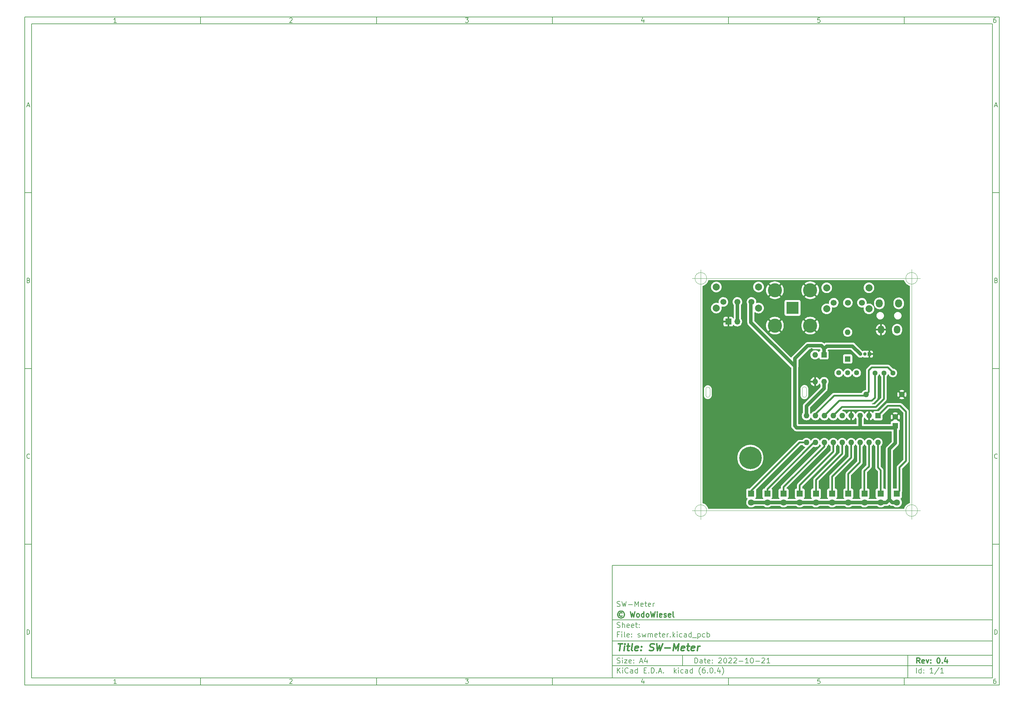
<source format=gbr>
%TF.GenerationSoftware,KiCad,Pcbnew,(6.0.4)*%
%TF.CreationDate,2022-12-16T22:00:07+01:00*%
%TF.ProjectId,swmeter,73776d65-7465-4722-9e6b-696361645f70,0.4*%
%TF.SameCoordinates,PXc0c6960PY8f71310*%
%TF.FileFunction,Copper,L1,Top*%
%TF.FilePolarity,Positive*%
%FSLAX46Y46*%
G04 Gerber Fmt 4.6, Leading zero omitted, Abs format (unit mm)*
G04 Created by KiCad (PCBNEW (6.0.4)) date 2022-12-16 22:00:07*
%MOMM*%
%LPD*%
G01*
G04 APERTURE LIST*
%ADD10C,0.100000*%
%ADD11C,0.150000*%
%ADD12C,0.300000*%
%ADD13C,0.400000*%
%TA.AperFunction,Profile*%
%ADD14C,0.100000*%
%TD*%
%TA.AperFunction,ComponentPad*%
%ADD15C,2.000000*%
%TD*%
%TA.AperFunction,ComponentPad*%
%ADD16C,1.700000*%
%TD*%
%TA.AperFunction,ComponentPad*%
%ADD17R,1.800000X1.800000*%
%TD*%
%TA.AperFunction,ComponentPad*%
%ADD18C,1.800000*%
%TD*%
%TA.AperFunction,ComponentPad*%
%ADD19O,1.800000X2.300000*%
%TD*%
%TA.AperFunction,ComponentPad*%
%ADD20O,2.000000X2.300000*%
%TD*%
%TA.AperFunction,ComponentPad*%
%ADD21C,1.440000*%
%TD*%
%TA.AperFunction,ComponentPad*%
%ADD22R,1.000000X1.000000*%
%TD*%
%TA.AperFunction,ComponentPad*%
%ADD23O,1.000000X1.000000*%
%TD*%
%TA.AperFunction,ComponentPad*%
%ADD24C,0.800000*%
%TD*%
%TA.AperFunction,ComponentPad*%
%ADD25C,6.400000*%
%TD*%
%TA.AperFunction,ComponentPad*%
%ADD26R,1.600000X1.600000*%
%TD*%
%TA.AperFunction,ComponentPad*%
%ADD27O,1.600000X1.600000*%
%TD*%
%TA.AperFunction,ComponentPad*%
%ADD28C,1.600000*%
%TD*%
%TA.AperFunction,ComponentPad*%
%ADD29R,3.500000X3.500000*%
%TD*%
%TA.AperFunction,ComponentPad*%
%ADD30C,4.000000*%
%TD*%
%TA.AperFunction,ComponentPad*%
%ADD31R,1.700000X1.700000*%
%TD*%
%TA.AperFunction,ComponentPad*%
%ADD32O,1.700000X1.700000*%
%TD*%
%TA.AperFunction,ViaPad*%
%ADD33C,0.800000*%
%TD*%
%TA.AperFunction,Conductor*%
%ADD34C,1.000000*%
%TD*%
%TA.AperFunction,Conductor*%
%ADD35C,0.250000*%
%TD*%
%TA.AperFunction,Conductor*%
%ADD36C,0.500000*%
%TD*%
G04 APERTURE END LIST*
D10*
D11*
X-25137800Y-15597200D02*
X-25137800Y-47597200D01*
X82862200Y-47597200D01*
X82862200Y-15597200D01*
X-25137800Y-15597200D01*
D10*
D11*
X-192140000Y140410000D02*
X-192140000Y-49597200D01*
X84862200Y-49597200D01*
X84862200Y140410000D01*
X-192140000Y140410000D01*
D10*
D11*
X-190140000Y138410000D02*
X-190140000Y-47597200D01*
X82862200Y-47597200D01*
X82862200Y138410000D01*
X-190140000Y138410000D01*
D10*
D11*
X-142140000Y138410000D02*
X-142140000Y140410000D01*
D10*
D11*
X-92140000Y138410000D02*
X-92140000Y140410000D01*
D10*
D11*
X-42140000Y138410000D02*
X-42140000Y140410000D01*
D10*
D11*
X7860000Y138410000D02*
X7860000Y140410000D01*
D10*
D11*
X57860000Y138410000D02*
X57860000Y140410000D01*
D10*
D11*
X-166074524Y138821905D02*
X-166817381Y138821905D01*
X-166445953Y138821905D02*
X-166445953Y140121905D01*
X-166569762Y139936191D01*
X-166693572Y139812381D01*
X-166817381Y139750477D01*
D10*
D11*
X-116817381Y139998096D02*
X-116755477Y140060000D01*
X-116631667Y140121905D01*
X-116322143Y140121905D01*
X-116198334Y140060000D01*
X-116136429Y139998096D01*
X-116074524Y139874286D01*
X-116074524Y139750477D01*
X-116136429Y139564762D01*
X-116879286Y138821905D01*
X-116074524Y138821905D01*
D10*
D11*
X-66879286Y140121905D02*
X-66074524Y140121905D01*
X-66507858Y139626667D01*
X-66322143Y139626667D01*
X-66198334Y139564762D01*
X-66136429Y139502858D01*
X-66074524Y139379048D01*
X-66074524Y139069524D01*
X-66136429Y138945715D01*
X-66198334Y138883810D01*
X-66322143Y138821905D01*
X-66693572Y138821905D01*
X-66817381Y138883810D01*
X-66879286Y138945715D01*
D10*
D11*
X-16198334Y139688572D02*
X-16198334Y138821905D01*
X-16507858Y140183810D02*
X-16817381Y139255239D01*
X-16012620Y139255239D01*
D10*
D11*
X33863571Y140121905D02*
X33244523Y140121905D01*
X33182619Y139502858D01*
X33244523Y139564762D01*
X33368333Y139626667D01*
X33677857Y139626667D01*
X33801666Y139564762D01*
X33863571Y139502858D01*
X33925476Y139379048D01*
X33925476Y139069524D01*
X33863571Y138945715D01*
X33801666Y138883810D01*
X33677857Y138821905D01*
X33368333Y138821905D01*
X33244523Y138883810D01*
X33182619Y138945715D01*
D10*
D11*
X83801666Y140121905D02*
X83554047Y140121905D01*
X83430238Y140060000D01*
X83368333Y139998096D01*
X83244523Y139812381D01*
X83182619Y139564762D01*
X83182619Y139069524D01*
X83244523Y138945715D01*
X83306428Y138883810D01*
X83430238Y138821905D01*
X83677857Y138821905D01*
X83801666Y138883810D01*
X83863571Y138945715D01*
X83925476Y139069524D01*
X83925476Y139379048D01*
X83863571Y139502858D01*
X83801666Y139564762D01*
X83677857Y139626667D01*
X83430238Y139626667D01*
X83306428Y139564762D01*
X83244523Y139502858D01*
X83182619Y139379048D01*
D10*
D11*
X-142140000Y-47597200D02*
X-142140000Y-49597200D01*
D10*
D11*
X-92140000Y-47597200D02*
X-92140000Y-49597200D01*
D10*
D11*
X-42140000Y-47597200D02*
X-42140000Y-49597200D01*
D10*
D11*
X7860000Y-47597200D02*
X7860000Y-49597200D01*
D10*
D11*
X57860000Y-47597200D02*
X57860000Y-49597200D01*
D10*
D11*
X-166074524Y-49185295D02*
X-166817381Y-49185295D01*
X-166445953Y-49185295D02*
X-166445953Y-47885295D01*
X-166569762Y-48071009D01*
X-166693572Y-48194819D01*
X-166817381Y-48256723D01*
D10*
D11*
X-116817381Y-48009104D02*
X-116755477Y-47947200D01*
X-116631667Y-47885295D01*
X-116322143Y-47885295D01*
X-116198334Y-47947200D01*
X-116136429Y-48009104D01*
X-116074524Y-48132914D01*
X-116074524Y-48256723D01*
X-116136429Y-48442438D01*
X-116879286Y-49185295D01*
X-116074524Y-49185295D01*
D10*
D11*
X-66879286Y-47885295D02*
X-66074524Y-47885295D01*
X-66507858Y-48380533D01*
X-66322143Y-48380533D01*
X-66198334Y-48442438D01*
X-66136429Y-48504342D01*
X-66074524Y-48628152D01*
X-66074524Y-48937676D01*
X-66136429Y-49061485D01*
X-66198334Y-49123390D01*
X-66322143Y-49185295D01*
X-66693572Y-49185295D01*
X-66817381Y-49123390D01*
X-66879286Y-49061485D01*
D10*
D11*
X-16198334Y-48318628D02*
X-16198334Y-49185295D01*
X-16507858Y-47823390D02*
X-16817381Y-48751961D01*
X-16012620Y-48751961D01*
D10*
D11*
X33863571Y-47885295D02*
X33244523Y-47885295D01*
X33182619Y-48504342D01*
X33244523Y-48442438D01*
X33368333Y-48380533D01*
X33677857Y-48380533D01*
X33801666Y-48442438D01*
X33863571Y-48504342D01*
X33925476Y-48628152D01*
X33925476Y-48937676D01*
X33863571Y-49061485D01*
X33801666Y-49123390D01*
X33677857Y-49185295D01*
X33368333Y-49185295D01*
X33244523Y-49123390D01*
X33182619Y-49061485D01*
D10*
D11*
X83801666Y-47885295D02*
X83554047Y-47885295D01*
X83430238Y-47947200D01*
X83368333Y-48009104D01*
X83244523Y-48194819D01*
X83182619Y-48442438D01*
X83182619Y-48937676D01*
X83244523Y-49061485D01*
X83306428Y-49123390D01*
X83430238Y-49185295D01*
X83677857Y-49185295D01*
X83801666Y-49123390D01*
X83863571Y-49061485D01*
X83925476Y-48937676D01*
X83925476Y-48628152D01*
X83863571Y-48504342D01*
X83801666Y-48442438D01*
X83677857Y-48380533D01*
X83430238Y-48380533D01*
X83306428Y-48442438D01*
X83244523Y-48504342D01*
X83182619Y-48628152D01*
D10*
D11*
X-192140000Y90410000D02*
X-190140000Y90410000D01*
D10*
D11*
X-192140000Y40410000D02*
X-190140000Y40410000D01*
D10*
D11*
X-192140000Y-9590000D02*
X-190140000Y-9590000D01*
D10*
D11*
X-191449524Y115193334D02*
X-190830477Y115193334D01*
X-191573334Y114821905D02*
X-191140000Y116121905D01*
X-190706667Y114821905D01*
D10*
D11*
X-191047143Y65502858D02*
X-190861429Y65440953D01*
X-190799524Y65379048D01*
X-190737620Y65255239D01*
X-190737620Y65069524D01*
X-190799524Y64945715D01*
X-190861429Y64883810D01*
X-190985239Y64821905D01*
X-191480477Y64821905D01*
X-191480477Y66121905D01*
X-191047143Y66121905D01*
X-190923334Y66060000D01*
X-190861429Y65998096D01*
X-190799524Y65874286D01*
X-190799524Y65750477D01*
X-190861429Y65626667D01*
X-190923334Y65564762D01*
X-191047143Y65502858D01*
X-191480477Y65502858D01*
D10*
D11*
X-190737620Y14945715D02*
X-190799524Y14883810D01*
X-190985239Y14821905D01*
X-191109048Y14821905D01*
X-191294762Y14883810D01*
X-191418572Y15007620D01*
X-191480477Y15131429D01*
X-191542381Y15379048D01*
X-191542381Y15564762D01*
X-191480477Y15812381D01*
X-191418572Y15936191D01*
X-191294762Y16060000D01*
X-191109048Y16121905D01*
X-190985239Y16121905D01*
X-190799524Y16060000D01*
X-190737620Y15998096D01*
D10*
D11*
X-191480477Y-35178095D02*
X-191480477Y-33878095D01*
X-191170953Y-33878095D01*
X-190985239Y-33940000D01*
X-190861429Y-34063809D01*
X-190799524Y-34187619D01*
X-190737620Y-34435238D01*
X-190737620Y-34620952D01*
X-190799524Y-34868571D01*
X-190861429Y-34992380D01*
X-190985239Y-35116190D01*
X-191170953Y-35178095D01*
X-191480477Y-35178095D01*
D10*
D11*
X84862200Y90410000D02*
X82862200Y90410000D01*
D10*
D11*
X84862200Y40410000D02*
X82862200Y40410000D01*
D10*
D11*
X84862200Y-9590000D02*
X82862200Y-9590000D01*
D10*
D11*
X83552676Y115193334D02*
X84171723Y115193334D01*
X83428866Y114821905D02*
X83862200Y116121905D01*
X84295533Y114821905D01*
D10*
D11*
X83955057Y65502858D02*
X84140771Y65440953D01*
X84202676Y65379048D01*
X84264580Y65255239D01*
X84264580Y65069524D01*
X84202676Y64945715D01*
X84140771Y64883810D01*
X84016961Y64821905D01*
X83521723Y64821905D01*
X83521723Y66121905D01*
X83955057Y66121905D01*
X84078866Y66060000D01*
X84140771Y65998096D01*
X84202676Y65874286D01*
X84202676Y65750477D01*
X84140771Y65626667D01*
X84078866Y65564762D01*
X83955057Y65502858D01*
X83521723Y65502858D01*
D10*
D11*
X84264580Y14945715D02*
X84202676Y14883810D01*
X84016961Y14821905D01*
X83893152Y14821905D01*
X83707438Y14883810D01*
X83583628Y15007620D01*
X83521723Y15131429D01*
X83459819Y15379048D01*
X83459819Y15564762D01*
X83521723Y15812381D01*
X83583628Y15936191D01*
X83707438Y16060000D01*
X83893152Y16121905D01*
X84016961Y16121905D01*
X84202676Y16060000D01*
X84264580Y15998096D01*
D10*
D11*
X83521723Y-35178095D02*
X83521723Y-33878095D01*
X83831247Y-33878095D01*
X84016961Y-33940000D01*
X84140771Y-34063809D01*
X84202676Y-34187619D01*
X84264580Y-34435238D01*
X84264580Y-34620952D01*
X84202676Y-34868571D01*
X84140771Y-34992380D01*
X84016961Y-35116190D01*
X83831247Y-35178095D01*
X83521723Y-35178095D01*
D10*
D11*
X-1705658Y-43375771D02*
X-1705658Y-41875771D01*
X-1348515Y-41875771D01*
X-1134229Y-41947200D01*
X-991372Y-42090057D01*
X-919943Y-42232914D01*
X-848515Y-42518628D01*
X-848515Y-42732914D01*
X-919943Y-43018628D01*
X-991372Y-43161485D01*
X-1134229Y-43304342D01*
X-1348515Y-43375771D01*
X-1705658Y-43375771D01*
X437200Y-43375771D02*
X437200Y-42590057D01*
X365771Y-42447200D01*
X222914Y-42375771D01*
X-62800Y-42375771D01*
X-205658Y-42447200D01*
X437200Y-43304342D02*
X294342Y-43375771D01*
X-62800Y-43375771D01*
X-205658Y-43304342D01*
X-277086Y-43161485D01*
X-277086Y-43018628D01*
X-205658Y-42875771D01*
X-62800Y-42804342D01*
X294342Y-42804342D01*
X437200Y-42732914D01*
X937200Y-42375771D02*
X1508628Y-42375771D01*
X1151485Y-41875771D02*
X1151485Y-43161485D01*
X1222914Y-43304342D01*
X1365771Y-43375771D01*
X1508628Y-43375771D01*
X2580057Y-43304342D02*
X2437200Y-43375771D01*
X2151485Y-43375771D01*
X2008628Y-43304342D01*
X1937200Y-43161485D01*
X1937200Y-42590057D01*
X2008628Y-42447200D01*
X2151485Y-42375771D01*
X2437200Y-42375771D01*
X2580057Y-42447200D01*
X2651485Y-42590057D01*
X2651485Y-42732914D01*
X1937200Y-42875771D01*
X3294342Y-43232914D02*
X3365771Y-43304342D01*
X3294342Y-43375771D01*
X3222914Y-43304342D01*
X3294342Y-43232914D01*
X3294342Y-43375771D01*
X3294342Y-42447200D02*
X3365771Y-42518628D01*
X3294342Y-42590057D01*
X3222914Y-42518628D01*
X3294342Y-42447200D01*
X3294342Y-42590057D01*
X5080057Y-42018628D02*
X5151485Y-41947200D01*
X5294342Y-41875771D01*
X5651485Y-41875771D01*
X5794342Y-41947200D01*
X5865771Y-42018628D01*
X5937200Y-42161485D01*
X5937200Y-42304342D01*
X5865771Y-42518628D01*
X5008628Y-43375771D01*
X5937200Y-43375771D01*
X6865771Y-41875771D02*
X7008628Y-41875771D01*
X7151485Y-41947200D01*
X7222914Y-42018628D01*
X7294342Y-42161485D01*
X7365771Y-42447200D01*
X7365771Y-42804342D01*
X7294342Y-43090057D01*
X7222914Y-43232914D01*
X7151485Y-43304342D01*
X7008628Y-43375771D01*
X6865771Y-43375771D01*
X6722914Y-43304342D01*
X6651485Y-43232914D01*
X6580057Y-43090057D01*
X6508628Y-42804342D01*
X6508628Y-42447200D01*
X6580057Y-42161485D01*
X6651485Y-42018628D01*
X6722914Y-41947200D01*
X6865771Y-41875771D01*
X7937200Y-42018628D02*
X8008628Y-41947200D01*
X8151485Y-41875771D01*
X8508628Y-41875771D01*
X8651485Y-41947200D01*
X8722914Y-42018628D01*
X8794342Y-42161485D01*
X8794342Y-42304342D01*
X8722914Y-42518628D01*
X7865771Y-43375771D01*
X8794342Y-43375771D01*
X9365771Y-42018628D02*
X9437200Y-41947200D01*
X9580057Y-41875771D01*
X9937200Y-41875771D01*
X10080057Y-41947200D01*
X10151485Y-42018628D01*
X10222914Y-42161485D01*
X10222914Y-42304342D01*
X10151485Y-42518628D01*
X9294342Y-43375771D01*
X10222914Y-43375771D01*
X10865771Y-42804342D02*
X12008628Y-42804342D01*
X13508628Y-43375771D02*
X12651485Y-43375771D01*
X13080057Y-43375771D02*
X13080057Y-41875771D01*
X12937200Y-42090057D01*
X12794342Y-42232914D01*
X12651485Y-42304342D01*
X14437200Y-41875771D02*
X14580057Y-41875771D01*
X14722914Y-41947200D01*
X14794342Y-42018628D01*
X14865771Y-42161485D01*
X14937200Y-42447200D01*
X14937200Y-42804342D01*
X14865771Y-43090057D01*
X14794342Y-43232914D01*
X14722914Y-43304342D01*
X14580057Y-43375771D01*
X14437200Y-43375771D01*
X14294342Y-43304342D01*
X14222914Y-43232914D01*
X14151485Y-43090057D01*
X14080057Y-42804342D01*
X14080057Y-42447200D01*
X14151485Y-42161485D01*
X14222914Y-42018628D01*
X14294342Y-41947200D01*
X14437200Y-41875771D01*
X15580057Y-42804342D02*
X16722914Y-42804342D01*
X17365771Y-42018628D02*
X17437200Y-41947200D01*
X17580057Y-41875771D01*
X17937200Y-41875771D01*
X18080057Y-41947200D01*
X18151485Y-42018628D01*
X18222914Y-42161485D01*
X18222914Y-42304342D01*
X18151485Y-42518628D01*
X17294342Y-43375771D01*
X18222914Y-43375771D01*
X19651485Y-43375771D02*
X18794342Y-43375771D01*
X19222914Y-43375771D02*
X19222914Y-41875771D01*
X19080057Y-42090057D01*
X18937200Y-42232914D01*
X18794342Y-42304342D01*
D10*
D11*
X-25137800Y-44097200D02*
X82862200Y-44097200D01*
D10*
D11*
X-23705658Y-46175771D02*
X-23705658Y-44675771D01*
X-22848515Y-46175771D02*
X-23491372Y-45318628D01*
X-22848515Y-44675771D02*
X-23705658Y-45532914D01*
X-22205658Y-46175771D02*
X-22205658Y-45175771D01*
X-22205658Y-44675771D02*
X-22277086Y-44747200D01*
X-22205658Y-44818628D01*
X-22134229Y-44747200D01*
X-22205658Y-44675771D01*
X-22205658Y-44818628D01*
X-20634229Y-46032914D02*
X-20705658Y-46104342D01*
X-20919943Y-46175771D01*
X-21062800Y-46175771D01*
X-21277086Y-46104342D01*
X-21419943Y-45961485D01*
X-21491372Y-45818628D01*
X-21562800Y-45532914D01*
X-21562800Y-45318628D01*
X-21491372Y-45032914D01*
X-21419943Y-44890057D01*
X-21277086Y-44747200D01*
X-21062800Y-44675771D01*
X-20919943Y-44675771D01*
X-20705658Y-44747200D01*
X-20634229Y-44818628D01*
X-19348515Y-46175771D02*
X-19348515Y-45390057D01*
X-19419943Y-45247200D01*
X-19562800Y-45175771D01*
X-19848515Y-45175771D01*
X-19991372Y-45247200D01*
X-19348515Y-46104342D02*
X-19491372Y-46175771D01*
X-19848515Y-46175771D01*
X-19991372Y-46104342D01*
X-20062800Y-45961485D01*
X-20062800Y-45818628D01*
X-19991372Y-45675771D01*
X-19848515Y-45604342D01*
X-19491372Y-45604342D01*
X-19348515Y-45532914D01*
X-17991372Y-46175771D02*
X-17991372Y-44675771D01*
X-17991372Y-46104342D02*
X-18134229Y-46175771D01*
X-18419943Y-46175771D01*
X-18562800Y-46104342D01*
X-18634229Y-46032914D01*
X-18705658Y-45890057D01*
X-18705658Y-45461485D01*
X-18634229Y-45318628D01*
X-18562800Y-45247200D01*
X-18419943Y-45175771D01*
X-18134229Y-45175771D01*
X-17991372Y-45247200D01*
X-16134229Y-45390057D02*
X-15634229Y-45390057D01*
X-15419943Y-46175771D02*
X-16134229Y-46175771D01*
X-16134229Y-44675771D01*
X-15419943Y-44675771D01*
X-14777086Y-46032914D02*
X-14705658Y-46104342D01*
X-14777086Y-46175771D01*
X-14848515Y-46104342D01*
X-14777086Y-46032914D01*
X-14777086Y-46175771D01*
X-14062800Y-46175771D02*
X-14062800Y-44675771D01*
X-13705658Y-44675771D01*
X-13491372Y-44747200D01*
X-13348515Y-44890057D01*
X-13277086Y-45032914D01*
X-13205658Y-45318628D01*
X-13205658Y-45532914D01*
X-13277086Y-45818628D01*
X-13348515Y-45961485D01*
X-13491372Y-46104342D01*
X-13705658Y-46175771D01*
X-14062800Y-46175771D01*
X-12562800Y-46032914D02*
X-12491372Y-46104342D01*
X-12562800Y-46175771D01*
X-12634229Y-46104342D01*
X-12562800Y-46032914D01*
X-12562800Y-46175771D01*
X-11919943Y-45747200D02*
X-11205658Y-45747200D01*
X-12062800Y-46175771D02*
X-11562800Y-44675771D01*
X-11062800Y-46175771D01*
X-10562800Y-46032914D02*
X-10491372Y-46104342D01*
X-10562800Y-46175771D01*
X-10634229Y-46104342D01*
X-10562800Y-46032914D01*
X-10562800Y-46175771D01*
X-7562800Y-46175771D02*
X-7562800Y-44675771D01*
X-7419943Y-45604342D02*
X-6991372Y-46175771D01*
X-6991372Y-45175771D02*
X-7562800Y-45747200D01*
X-6348515Y-46175771D02*
X-6348515Y-45175771D01*
X-6348515Y-44675771D02*
X-6419943Y-44747200D01*
X-6348515Y-44818628D01*
X-6277086Y-44747200D01*
X-6348515Y-44675771D01*
X-6348515Y-44818628D01*
X-4991372Y-46104342D02*
X-5134229Y-46175771D01*
X-5419943Y-46175771D01*
X-5562800Y-46104342D01*
X-5634229Y-46032914D01*
X-5705658Y-45890057D01*
X-5705658Y-45461485D01*
X-5634229Y-45318628D01*
X-5562800Y-45247200D01*
X-5419943Y-45175771D01*
X-5134229Y-45175771D01*
X-4991372Y-45247200D01*
X-3705658Y-46175771D02*
X-3705658Y-45390057D01*
X-3777086Y-45247200D01*
X-3919943Y-45175771D01*
X-4205658Y-45175771D01*
X-4348515Y-45247200D01*
X-3705658Y-46104342D02*
X-3848515Y-46175771D01*
X-4205658Y-46175771D01*
X-4348515Y-46104342D01*
X-4419943Y-45961485D01*
X-4419943Y-45818628D01*
X-4348515Y-45675771D01*
X-4205658Y-45604342D01*
X-3848515Y-45604342D01*
X-3705658Y-45532914D01*
X-2348515Y-46175771D02*
X-2348515Y-44675771D01*
X-2348515Y-46104342D02*
X-2491372Y-46175771D01*
X-2777086Y-46175771D01*
X-2919943Y-46104342D01*
X-2991372Y-46032914D01*
X-3062800Y-45890057D01*
X-3062800Y-45461485D01*
X-2991372Y-45318628D01*
X-2919943Y-45247200D01*
X-2777086Y-45175771D01*
X-2491372Y-45175771D01*
X-2348515Y-45247200D01*
X-62800Y-46747200D02*
X-134229Y-46675771D01*
X-277086Y-46461485D01*
X-348515Y-46318628D01*
X-419943Y-46104342D01*
X-491372Y-45747200D01*
X-491372Y-45461485D01*
X-419943Y-45104342D01*
X-348515Y-44890057D01*
X-277086Y-44747200D01*
X-134229Y-44532914D01*
X-62800Y-44461485D01*
X1151485Y-44675771D02*
X865771Y-44675771D01*
X722914Y-44747200D01*
X651485Y-44818628D01*
X508628Y-45032914D01*
X437200Y-45318628D01*
X437200Y-45890057D01*
X508628Y-46032914D01*
X580057Y-46104342D01*
X722914Y-46175771D01*
X1008628Y-46175771D01*
X1151485Y-46104342D01*
X1222914Y-46032914D01*
X1294342Y-45890057D01*
X1294342Y-45532914D01*
X1222914Y-45390057D01*
X1151485Y-45318628D01*
X1008628Y-45247200D01*
X722914Y-45247200D01*
X580057Y-45318628D01*
X508628Y-45390057D01*
X437200Y-45532914D01*
X1937200Y-46032914D02*
X2008628Y-46104342D01*
X1937200Y-46175771D01*
X1865771Y-46104342D01*
X1937200Y-46032914D01*
X1937200Y-46175771D01*
X2937200Y-44675771D02*
X3080057Y-44675771D01*
X3222914Y-44747200D01*
X3294342Y-44818628D01*
X3365771Y-44961485D01*
X3437200Y-45247200D01*
X3437200Y-45604342D01*
X3365771Y-45890057D01*
X3294342Y-46032914D01*
X3222914Y-46104342D01*
X3080057Y-46175771D01*
X2937200Y-46175771D01*
X2794342Y-46104342D01*
X2722914Y-46032914D01*
X2651485Y-45890057D01*
X2580057Y-45604342D01*
X2580057Y-45247200D01*
X2651485Y-44961485D01*
X2722914Y-44818628D01*
X2794342Y-44747200D01*
X2937200Y-44675771D01*
X4080057Y-46032914D02*
X4151485Y-46104342D01*
X4080057Y-46175771D01*
X4008628Y-46104342D01*
X4080057Y-46032914D01*
X4080057Y-46175771D01*
X5437200Y-45175771D02*
X5437200Y-46175771D01*
X5080057Y-44604342D02*
X4722914Y-45675771D01*
X5651485Y-45675771D01*
X6080057Y-46747200D02*
X6151485Y-46675771D01*
X6294342Y-46461485D01*
X6365771Y-46318628D01*
X6437200Y-46104342D01*
X6508628Y-45747200D01*
X6508628Y-45461485D01*
X6437200Y-45104342D01*
X6365771Y-44890057D01*
X6294342Y-44747200D01*
X6151485Y-44532914D01*
X6080057Y-44461485D01*
D10*
D11*
X-25137800Y-41097200D02*
X82862200Y-41097200D01*
D10*
D12*
X62271485Y-43375771D02*
X61771485Y-42661485D01*
X61414342Y-43375771D02*
X61414342Y-41875771D01*
X61985771Y-41875771D01*
X62128628Y-41947200D01*
X62200057Y-42018628D01*
X62271485Y-42161485D01*
X62271485Y-42375771D01*
X62200057Y-42518628D01*
X62128628Y-42590057D01*
X61985771Y-42661485D01*
X61414342Y-42661485D01*
X63485771Y-43304342D02*
X63342914Y-43375771D01*
X63057200Y-43375771D01*
X62914342Y-43304342D01*
X62842914Y-43161485D01*
X62842914Y-42590057D01*
X62914342Y-42447200D01*
X63057200Y-42375771D01*
X63342914Y-42375771D01*
X63485771Y-42447200D01*
X63557200Y-42590057D01*
X63557200Y-42732914D01*
X62842914Y-42875771D01*
X64057200Y-42375771D02*
X64414342Y-43375771D01*
X64771485Y-42375771D01*
X65342914Y-43232914D02*
X65414342Y-43304342D01*
X65342914Y-43375771D01*
X65271485Y-43304342D01*
X65342914Y-43232914D01*
X65342914Y-43375771D01*
X65342914Y-42447200D02*
X65414342Y-42518628D01*
X65342914Y-42590057D01*
X65271485Y-42518628D01*
X65342914Y-42447200D01*
X65342914Y-42590057D01*
X67485771Y-41875771D02*
X67628628Y-41875771D01*
X67771485Y-41947200D01*
X67842914Y-42018628D01*
X67914342Y-42161485D01*
X67985771Y-42447200D01*
X67985771Y-42804342D01*
X67914342Y-43090057D01*
X67842914Y-43232914D01*
X67771485Y-43304342D01*
X67628628Y-43375771D01*
X67485771Y-43375771D01*
X67342914Y-43304342D01*
X67271485Y-43232914D01*
X67200057Y-43090057D01*
X67128628Y-42804342D01*
X67128628Y-42447200D01*
X67200057Y-42161485D01*
X67271485Y-42018628D01*
X67342914Y-41947200D01*
X67485771Y-41875771D01*
X68628628Y-43232914D02*
X68700057Y-43304342D01*
X68628628Y-43375771D01*
X68557200Y-43304342D01*
X68628628Y-43232914D01*
X68628628Y-43375771D01*
X69985771Y-42375771D02*
X69985771Y-43375771D01*
X69628628Y-41804342D02*
X69271485Y-42875771D01*
X70200057Y-42875771D01*
D10*
D11*
X-23777086Y-43304342D02*
X-23562800Y-43375771D01*
X-23205658Y-43375771D01*
X-23062800Y-43304342D01*
X-22991372Y-43232914D01*
X-22919943Y-43090057D01*
X-22919943Y-42947200D01*
X-22991372Y-42804342D01*
X-23062800Y-42732914D01*
X-23205658Y-42661485D01*
X-23491372Y-42590057D01*
X-23634229Y-42518628D01*
X-23705658Y-42447200D01*
X-23777086Y-42304342D01*
X-23777086Y-42161485D01*
X-23705658Y-42018628D01*
X-23634229Y-41947200D01*
X-23491372Y-41875771D01*
X-23134229Y-41875771D01*
X-22919943Y-41947200D01*
X-22277086Y-43375771D02*
X-22277086Y-42375771D01*
X-22277086Y-41875771D02*
X-22348515Y-41947200D01*
X-22277086Y-42018628D01*
X-22205658Y-41947200D01*
X-22277086Y-41875771D01*
X-22277086Y-42018628D01*
X-21705658Y-42375771D02*
X-20919943Y-42375771D01*
X-21705658Y-43375771D01*
X-20919943Y-43375771D01*
X-19777086Y-43304342D02*
X-19919943Y-43375771D01*
X-20205658Y-43375771D01*
X-20348515Y-43304342D01*
X-20419943Y-43161485D01*
X-20419943Y-42590057D01*
X-20348515Y-42447200D01*
X-20205658Y-42375771D01*
X-19919943Y-42375771D01*
X-19777086Y-42447200D01*
X-19705658Y-42590057D01*
X-19705658Y-42732914D01*
X-20419943Y-42875771D01*
X-19062800Y-43232914D02*
X-18991372Y-43304342D01*
X-19062800Y-43375771D01*
X-19134229Y-43304342D01*
X-19062800Y-43232914D01*
X-19062800Y-43375771D01*
X-19062800Y-42447200D02*
X-18991372Y-42518628D01*
X-19062800Y-42590057D01*
X-19134229Y-42518628D01*
X-19062800Y-42447200D01*
X-19062800Y-42590057D01*
X-17277086Y-42947200D02*
X-16562800Y-42947200D01*
X-17419943Y-43375771D02*
X-16919943Y-41875771D01*
X-16419943Y-43375771D01*
X-15277086Y-42375771D02*
X-15277086Y-43375771D01*
X-15634229Y-41804342D02*
X-15991372Y-42875771D01*
X-15062800Y-42875771D01*
D10*
D11*
X61294342Y-46175771D02*
X61294342Y-44675771D01*
X62651485Y-46175771D02*
X62651485Y-44675771D01*
X62651485Y-46104342D02*
X62508628Y-46175771D01*
X62222914Y-46175771D01*
X62080057Y-46104342D01*
X62008628Y-46032914D01*
X61937200Y-45890057D01*
X61937200Y-45461485D01*
X62008628Y-45318628D01*
X62080057Y-45247200D01*
X62222914Y-45175771D01*
X62508628Y-45175771D01*
X62651485Y-45247200D01*
X63365771Y-46032914D02*
X63437200Y-46104342D01*
X63365771Y-46175771D01*
X63294342Y-46104342D01*
X63365771Y-46032914D01*
X63365771Y-46175771D01*
X63365771Y-45247200D02*
X63437200Y-45318628D01*
X63365771Y-45390057D01*
X63294342Y-45318628D01*
X63365771Y-45247200D01*
X63365771Y-45390057D01*
X66008628Y-46175771D02*
X65151485Y-46175771D01*
X65580057Y-46175771D02*
X65580057Y-44675771D01*
X65437200Y-44890057D01*
X65294342Y-45032914D01*
X65151485Y-45104342D01*
X67722914Y-44604342D02*
X66437200Y-46532914D01*
X69008628Y-46175771D02*
X68151485Y-46175771D01*
X68580057Y-46175771D02*
X68580057Y-44675771D01*
X68437200Y-44890057D01*
X68294342Y-45032914D01*
X68151485Y-45104342D01*
D10*
D11*
X-25137800Y-37097200D02*
X82862200Y-37097200D01*
D10*
D13*
X-23425420Y-37801961D02*
X-22282562Y-37801961D01*
X-23103991Y-39801961D02*
X-22853991Y-37801961D01*
X-21865896Y-39801961D02*
X-21699229Y-38468628D01*
X-21615896Y-37801961D02*
X-21723039Y-37897200D01*
X-21639705Y-37992438D01*
X-21532562Y-37897200D01*
X-21615896Y-37801961D01*
X-21639705Y-37992438D01*
X-21032562Y-38468628D02*
X-20270658Y-38468628D01*
X-20663515Y-37801961D02*
X-20877800Y-39516247D01*
X-20806372Y-39706723D01*
X-20627800Y-39801961D01*
X-20437324Y-39801961D01*
X-19484943Y-39801961D02*
X-19663515Y-39706723D01*
X-19734943Y-39516247D01*
X-19520658Y-37801961D01*
X-17949229Y-39706723D02*
X-18151610Y-39801961D01*
X-18532562Y-39801961D01*
X-18711134Y-39706723D01*
X-18782562Y-39516247D01*
X-18687324Y-38754342D01*
X-18568277Y-38563866D01*
X-18365896Y-38468628D01*
X-17984943Y-38468628D01*
X-17806372Y-38563866D01*
X-17734943Y-38754342D01*
X-17758753Y-38944819D01*
X-18734943Y-39135295D01*
X-16984943Y-39611485D02*
X-16901610Y-39706723D01*
X-17008753Y-39801961D01*
X-17092086Y-39706723D01*
X-16984943Y-39611485D01*
X-17008753Y-39801961D01*
X-16853991Y-38563866D02*
X-16770658Y-38659104D01*
X-16877800Y-38754342D01*
X-16961134Y-38659104D01*
X-16853991Y-38563866D01*
X-16877800Y-38754342D01*
X-14615896Y-39706723D02*
X-14342086Y-39801961D01*
X-13865896Y-39801961D01*
X-13663515Y-39706723D01*
X-13556372Y-39611485D01*
X-13437324Y-39421009D01*
X-13413515Y-39230533D01*
X-13484943Y-39040057D01*
X-13568277Y-38944819D01*
X-13746848Y-38849580D01*
X-14115896Y-38754342D01*
X-14294467Y-38659104D01*
X-14377800Y-38563866D01*
X-14449229Y-38373390D01*
X-14425420Y-38182914D01*
X-14306372Y-37992438D01*
X-14199229Y-37897200D01*
X-13996848Y-37801961D01*
X-13520658Y-37801961D01*
X-13246848Y-37897200D01*
X-12568277Y-37801961D02*
X-12342086Y-39801961D01*
X-11782562Y-38373390D01*
X-11580181Y-39801961D01*
X-10853991Y-37801961D01*
X-10246848Y-39040057D02*
X-8723039Y-39040057D01*
X-7865896Y-39801961D02*
X-7615896Y-37801961D01*
X-7127800Y-39230533D01*
X-6282562Y-37801961D01*
X-6532562Y-39801961D01*
X-4806372Y-39706723D02*
X-5008753Y-39801961D01*
X-5389705Y-39801961D01*
X-5568277Y-39706723D01*
X-5639705Y-39516247D01*
X-5544467Y-38754342D01*
X-5425420Y-38563866D01*
X-5223039Y-38468628D01*
X-4842086Y-38468628D01*
X-4663515Y-38563866D01*
X-4592086Y-38754342D01*
X-4615896Y-38944819D01*
X-5592086Y-39135295D01*
X-3984943Y-38468628D02*
X-3223039Y-38468628D01*
X-3615896Y-37801961D02*
X-3830181Y-39516247D01*
X-3758753Y-39706723D01*
X-3580181Y-39801961D01*
X-3389705Y-39801961D01*
X-1949229Y-39706723D02*
X-2151610Y-39801961D01*
X-2532562Y-39801961D01*
X-2711134Y-39706723D01*
X-2782562Y-39516247D01*
X-2687324Y-38754342D01*
X-2568277Y-38563866D01*
X-2365896Y-38468628D01*
X-1984943Y-38468628D01*
X-1806372Y-38563866D01*
X-1734943Y-38754342D01*
X-1758753Y-38944819D01*
X-2734943Y-39135295D01*
X-1008753Y-39801961D02*
X-842086Y-38468628D01*
X-889705Y-38849580D02*
X-770658Y-38659104D01*
X-663515Y-38563866D01*
X-461134Y-38468628D01*
X-270658Y-38468628D01*
D10*
D11*
X-23205658Y-35190057D02*
X-23705658Y-35190057D01*
X-23705658Y-35975771D02*
X-23705658Y-34475771D01*
X-22991372Y-34475771D01*
X-22419943Y-35975771D02*
X-22419943Y-34975771D01*
X-22419943Y-34475771D02*
X-22491372Y-34547200D01*
X-22419943Y-34618628D01*
X-22348515Y-34547200D01*
X-22419943Y-34475771D01*
X-22419943Y-34618628D01*
X-21491372Y-35975771D02*
X-21634229Y-35904342D01*
X-21705658Y-35761485D01*
X-21705658Y-34475771D01*
X-20348515Y-35904342D02*
X-20491372Y-35975771D01*
X-20777086Y-35975771D01*
X-20919943Y-35904342D01*
X-20991372Y-35761485D01*
X-20991372Y-35190057D01*
X-20919943Y-35047200D01*
X-20777086Y-34975771D01*
X-20491372Y-34975771D01*
X-20348515Y-35047200D01*
X-20277086Y-35190057D01*
X-20277086Y-35332914D01*
X-20991372Y-35475771D01*
X-19634229Y-35832914D02*
X-19562800Y-35904342D01*
X-19634229Y-35975771D01*
X-19705658Y-35904342D01*
X-19634229Y-35832914D01*
X-19634229Y-35975771D01*
X-19634229Y-35047200D02*
X-19562800Y-35118628D01*
X-19634229Y-35190057D01*
X-19705658Y-35118628D01*
X-19634229Y-35047200D01*
X-19634229Y-35190057D01*
X-17848515Y-35904342D02*
X-17705658Y-35975771D01*
X-17419943Y-35975771D01*
X-17277086Y-35904342D01*
X-17205658Y-35761485D01*
X-17205658Y-35690057D01*
X-17277086Y-35547200D01*
X-17419943Y-35475771D01*
X-17634229Y-35475771D01*
X-17777086Y-35404342D01*
X-17848515Y-35261485D01*
X-17848515Y-35190057D01*
X-17777086Y-35047200D01*
X-17634229Y-34975771D01*
X-17419943Y-34975771D01*
X-17277086Y-35047200D01*
X-16705658Y-34975771D02*
X-16419943Y-35975771D01*
X-16134229Y-35261485D01*
X-15848515Y-35975771D01*
X-15562800Y-34975771D01*
X-14991372Y-35975771D02*
X-14991372Y-34975771D01*
X-14991372Y-35118628D02*
X-14919943Y-35047200D01*
X-14777086Y-34975771D01*
X-14562800Y-34975771D01*
X-14419943Y-35047200D01*
X-14348515Y-35190057D01*
X-14348515Y-35975771D01*
X-14348515Y-35190057D02*
X-14277086Y-35047200D01*
X-14134229Y-34975771D01*
X-13919943Y-34975771D01*
X-13777086Y-35047200D01*
X-13705658Y-35190057D01*
X-13705658Y-35975771D01*
X-12419943Y-35904342D02*
X-12562800Y-35975771D01*
X-12848515Y-35975771D01*
X-12991372Y-35904342D01*
X-13062800Y-35761485D01*
X-13062800Y-35190057D01*
X-12991372Y-35047200D01*
X-12848515Y-34975771D01*
X-12562800Y-34975771D01*
X-12419943Y-35047200D01*
X-12348515Y-35190057D01*
X-12348515Y-35332914D01*
X-13062800Y-35475771D01*
X-11919943Y-34975771D02*
X-11348515Y-34975771D01*
X-11705658Y-34475771D02*
X-11705658Y-35761485D01*
X-11634229Y-35904342D01*
X-11491372Y-35975771D01*
X-11348515Y-35975771D01*
X-10277086Y-35904342D02*
X-10419943Y-35975771D01*
X-10705658Y-35975771D01*
X-10848515Y-35904342D01*
X-10919943Y-35761485D01*
X-10919943Y-35190057D01*
X-10848515Y-35047200D01*
X-10705658Y-34975771D01*
X-10419943Y-34975771D01*
X-10277086Y-35047200D01*
X-10205658Y-35190057D01*
X-10205658Y-35332914D01*
X-10919943Y-35475771D01*
X-9562800Y-35975771D02*
X-9562800Y-34975771D01*
X-9562800Y-35261485D02*
X-9491372Y-35118628D01*
X-9419943Y-35047200D01*
X-9277086Y-34975771D01*
X-9134229Y-34975771D01*
X-8634229Y-35832914D02*
X-8562800Y-35904342D01*
X-8634229Y-35975771D01*
X-8705658Y-35904342D01*
X-8634229Y-35832914D01*
X-8634229Y-35975771D01*
X-7919943Y-35975771D02*
X-7919943Y-34475771D01*
X-7777086Y-35404342D02*
X-7348515Y-35975771D01*
X-7348515Y-34975771D02*
X-7919943Y-35547200D01*
X-6705658Y-35975771D02*
X-6705658Y-34975771D01*
X-6705658Y-34475771D02*
X-6777086Y-34547200D01*
X-6705658Y-34618628D01*
X-6634229Y-34547200D01*
X-6705658Y-34475771D01*
X-6705658Y-34618628D01*
X-5348515Y-35904342D02*
X-5491372Y-35975771D01*
X-5777086Y-35975771D01*
X-5919943Y-35904342D01*
X-5991372Y-35832914D01*
X-6062800Y-35690057D01*
X-6062800Y-35261485D01*
X-5991372Y-35118628D01*
X-5919943Y-35047200D01*
X-5777086Y-34975771D01*
X-5491372Y-34975771D01*
X-5348515Y-35047200D01*
X-4062800Y-35975771D02*
X-4062800Y-35190057D01*
X-4134229Y-35047200D01*
X-4277086Y-34975771D01*
X-4562800Y-34975771D01*
X-4705658Y-35047200D01*
X-4062800Y-35904342D02*
X-4205658Y-35975771D01*
X-4562800Y-35975771D01*
X-4705658Y-35904342D01*
X-4777086Y-35761485D01*
X-4777086Y-35618628D01*
X-4705658Y-35475771D01*
X-4562800Y-35404342D01*
X-4205658Y-35404342D01*
X-4062800Y-35332914D01*
X-2705658Y-35975771D02*
X-2705658Y-34475771D01*
X-2705658Y-35904342D02*
X-2848515Y-35975771D01*
X-3134229Y-35975771D01*
X-3277086Y-35904342D01*
X-3348515Y-35832914D01*
X-3419943Y-35690057D01*
X-3419943Y-35261485D01*
X-3348515Y-35118628D01*
X-3277086Y-35047200D01*
X-3134229Y-34975771D01*
X-2848515Y-34975771D01*
X-2705658Y-35047200D01*
X-2348515Y-36118628D02*
X-1205658Y-36118628D01*
X-848515Y-34975771D02*
X-848515Y-36475771D01*
X-848515Y-35047200D02*
X-705658Y-34975771D01*
X-419943Y-34975771D01*
X-277086Y-35047200D01*
X-205658Y-35118628D01*
X-134229Y-35261485D01*
X-134229Y-35690057D01*
X-205658Y-35832914D01*
X-277086Y-35904342D01*
X-419943Y-35975771D01*
X-705658Y-35975771D01*
X-848515Y-35904342D01*
X1151485Y-35904342D02*
X1008628Y-35975771D01*
X722914Y-35975771D01*
X580057Y-35904342D01*
X508628Y-35832914D01*
X437200Y-35690057D01*
X437200Y-35261485D01*
X508628Y-35118628D01*
X580057Y-35047200D01*
X722914Y-34975771D01*
X1008628Y-34975771D01*
X1151485Y-35047200D01*
X1794342Y-35975771D02*
X1794342Y-34475771D01*
X1794342Y-35047200D02*
X1937200Y-34975771D01*
X2222914Y-34975771D01*
X2365771Y-35047200D01*
X2437200Y-35118628D01*
X2508628Y-35261485D01*
X2508628Y-35690057D01*
X2437200Y-35832914D01*
X2365771Y-35904342D01*
X2222914Y-35975771D01*
X1937200Y-35975771D01*
X1794342Y-35904342D01*
D10*
D11*
X-25137800Y-31097200D02*
X82862200Y-31097200D01*
D10*
D11*
X-23777086Y-33204342D02*
X-23562800Y-33275771D01*
X-23205658Y-33275771D01*
X-23062800Y-33204342D01*
X-22991372Y-33132914D01*
X-22919943Y-32990057D01*
X-22919943Y-32847200D01*
X-22991372Y-32704342D01*
X-23062800Y-32632914D01*
X-23205658Y-32561485D01*
X-23491372Y-32490057D01*
X-23634229Y-32418628D01*
X-23705658Y-32347200D01*
X-23777086Y-32204342D01*
X-23777086Y-32061485D01*
X-23705658Y-31918628D01*
X-23634229Y-31847200D01*
X-23491372Y-31775771D01*
X-23134229Y-31775771D01*
X-22919943Y-31847200D01*
X-22277086Y-33275771D02*
X-22277086Y-31775771D01*
X-21634229Y-33275771D02*
X-21634229Y-32490057D01*
X-21705658Y-32347200D01*
X-21848515Y-32275771D01*
X-22062800Y-32275771D01*
X-22205658Y-32347200D01*
X-22277086Y-32418628D01*
X-20348515Y-33204342D02*
X-20491372Y-33275771D01*
X-20777086Y-33275771D01*
X-20919943Y-33204342D01*
X-20991372Y-33061485D01*
X-20991372Y-32490057D01*
X-20919943Y-32347200D01*
X-20777086Y-32275771D01*
X-20491372Y-32275771D01*
X-20348515Y-32347200D01*
X-20277086Y-32490057D01*
X-20277086Y-32632914D01*
X-20991372Y-32775771D01*
X-19062800Y-33204342D02*
X-19205658Y-33275771D01*
X-19491372Y-33275771D01*
X-19634229Y-33204342D01*
X-19705658Y-33061485D01*
X-19705658Y-32490057D01*
X-19634229Y-32347200D01*
X-19491372Y-32275771D01*
X-19205658Y-32275771D01*
X-19062800Y-32347200D01*
X-18991372Y-32490057D01*
X-18991372Y-32632914D01*
X-19705658Y-32775771D01*
X-18562800Y-32275771D02*
X-17991372Y-32275771D01*
X-18348515Y-31775771D02*
X-18348515Y-33061485D01*
X-18277086Y-33204342D01*
X-18134229Y-33275771D01*
X-17991372Y-33275771D01*
X-17491372Y-33132914D02*
X-17419943Y-33204342D01*
X-17491372Y-33275771D01*
X-17562800Y-33204342D01*
X-17491372Y-33132914D01*
X-17491372Y-33275771D01*
X-17491372Y-32347200D02*
X-17419943Y-32418628D01*
X-17491372Y-32490057D01*
X-17562800Y-32418628D01*
X-17491372Y-32347200D01*
X-17491372Y-32490057D01*
D10*
D12*
X-22371372Y-29132914D02*
X-22514229Y-29061485D01*
X-22799943Y-29061485D01*
X-22942800Y-29132914D01*
X-23085658Y-29275771D01*
X-23157086Y-29418628D01*
X-23157086Y-29704342D01*
X-23085658Y-29847200D01*
X-22942800Y-29990057D01*
X-22799943Y-30061485D01*
X-22514229Y-30061485D01*
X-22371372Y-29990057D01*
X-22657086Y-28561485D02*
X-23014229Y-28632914D01*
X-23371372Y-28847200D01*
X-23585658Y-29204342D01*
X-23657086Y-29561485D01*
X-23585658Y-29918628D01*
X-23371372Y-30275771D01*
X-23014229Y-30490057D01*
X-22657086Y-30561485D01*
X-22299943Y-30490057D01*
X-21942800Y-30275771D01*
X-21728515Y-29918628D01*
X-21657086Y-29561485D01*
X-21728515Y-29204342D01*
X-21942800Y-28847200D01*
X-22299943Y-28632914D01*
X-22657086Y-28561485D01*
X-20014229Y-28775771D02*
X-19657086Y-30275771D01*
X-19371372Y-29204342D01*
X-19085658Y-30275771D01*
X-18728515Y-28775771D01*
X-17942800Y-30275771D02*
X-18085658Y-30204342D01*
X-18157086Y-30132914D01*
X-18228515Y-29990057D01*
X-18228515Y-29561485D01*
X-18157086Y-29418628D01*
X-18085658Y-29347200D01*
X-17942800Y-29275771D01*
X-17728515Y-29275771D01*
X-17585658Y-29347200D01*
X-17514229Y-29418628D01*
X-17442800Y-29561485D01*
X-17442800Y-29990057D01*
X-17514229Y-30132914D01*
X-17585658Y-30204342D01*
X-17728515Y-30275771D01*
X-17942800Y-30275771D01*
X-16157086Y-30275771D02*
X-16157086Y-28775771D01*
X-16157086Y-30204342D02*
X-16299943Y-30275771D01*
X-16585658Y-30275771D01*
X-16728515Y-30204342D01*
X-16799943Y-30132914D01*
X-16871372Y-29990057D01*
X-16871372Y-29561485D01*
X-16799943Y-29418628D01*
X-16728515Y-29347200D01*
X-16585658Y-29275771D01*
X-16299943Y-29275771D01*
X-16157086Y-29347200D01*
X-15228515Y-30275771D02*
X-15371372Y-30204342D01*
X-15442800Y-30132914D01*
X-15514229Y-29990057D01*
X-15514229Y-29561485D01*
X-15442800Y-29418628D01*
X-15371372Y-29347200D01*
X-15228515Y-29275771D01*
X-15014229Y-29275771D01*
X-14871372Y-29347200D01*
X-14799943Y-29418628D01*
X-14728515Y-29561485D01*
X-14728515Y-29990057D01*
X-14799943Y-30132914D01*
X-14871372Y-30204342D01*
X-15014229Y-30275771D01*
X-15228515Y-30275771D01*
X-14228515Y-28775771D02*
X-13871372Y-30275771D01*
X-13585658Y-29204342D01*
X-13299943Y-30275771D01*
X-12942800Y-28775771D01*
X-12371372Y-30275771D02*
X-12371372Y-29275771D01*
X-12371372Y-28775771D02*
X-12442800Y-28847200D01*
X-12371372Y-28918628D01*
X-12299943Y-28847200D01*
X-12371372Y-28775771D01*
X-12371372Y-28918628D01*
X-11085658Y-30204342D02*
X-11228515Y-30275771D01*
X-11514229Y-30275771D01*
X-11657086Y-30204342D01*
X-11728515Y-30061485D01*
X-11728515Y-29490057D01*
X-11657086Y-29347200D01*
X-11514229Y-29275771D01*
X-11228515Y-29275771D01*
X-11085658Y-29347200D01*
X-11014229Y-29490057D01*
X-11014229Y-29632914D01*
X-11728515Y-29775771D01*
X-10442800Y-30204342D02*
X-10299943Y-30275771D01*
X-10014229Y-30275771D01*
X-9871372Y-30204342D01*
X-9799943Y-30061485D01*
X-9799943Y-29990057D01*
X-9871372Y-29847200D01*
X-10014229Y-29775771D01*
X-10228515Y-29775771D01*
X-10371372Y-29704342D01*
X-10442800Y-29561485D01*
X-10442800Y-29490057D01*
X-10371372Y-29347200D01*
X-10228515Y-29275771D01*
X-10014229Y-29275771D01*
X-9871372Y-29347200D01*
X-8585658Y-30204342D02*
X-8728515Y-30275771D01*
X-9014229Y-30275771D01*
X-9157086Y-30204342D01*
X-9228515Y-30061485D01*
X-9228515Y-29490057D01*
X-9157086Y-29347200D01*
X-9014229Y-29275771D01*
X-8728515Y-29275771D01*
X-8585658Y-29347200D01*
X-8514229Y-29490057D01*
X-8514229Y-29632914D01*
X-9228515Y-29775771D01*
X-7657086Y-30275771D02*
X-7799943Y-30204342D01*
X-7871372Y-30061485D01*
X-7871372Y-28775771D01*
D10*
D11*
X-23777086Y-27204342D02*
X-23562800Y-27275771D01*
X-23205658Y-27275771D01*
X-23062800Y-27204342D01*
X-22991372Y-27132914D01*
X-22919943Y-26990057D01*
X-22919943Y-26847200D01*
X-22991372Y-26704342D01*
X-23062800Y-26632914D01*
X-23205658Y-26561485D01*
X-23491372Y-26490057D01*
X-23634229Y-26418628D01*
X-23705658Y-26347200D01*
X-23777086Y-26204342D01*
X-23777086Y-26061485D01*
X-23705658Y-25918628D01*
X-23634229Y-25847200D01*
X-23491372Y-25775771D01*
X-23134229Y-25775771D01*
X-22919943Y-25847200D01*
X-22419943Y-25775771D02*
X-22062800Y-27275771D01*
X-21777086Y-26204342D01*
X-21491372Y-27275771D01*
X-21134229Y-25775771D01*
X-20562800Y-26704342D02*
X-19419943Y-26704342D01*
X-18705658Y-27275771D02*
X-18705658Y-25775771D01*
X-18205658Y-26847200D01*
X-17705658Y-25775771D01*
X-17705658Y-27275771D01*
X-16419943Y-27204342D02*
X-16562800Y-27275771D01*
X-16848515Y-27275771D01*
X-16991372Y-27204342D01*
X-17062800Y-27061485D01*
X-17062800Y-26490057D01*
X-16991372Y-26347200D01*
X-16848515Y-26275771D01*
X-16562800Y-26275771D01*
X-16419943Y-26347200D01*
X-16348515Y-26490057D01*
X-16348515Y-26632914D01*
X-17062800Y-26775771D01*
X-15919943Y-26275771D02*
X-15348515Y-26275771D01*
X-15705658Y-25775771D02*
X-15705658Y-27061485D01*
X-15634229Y-27204342D01*
X-15491372Y-27275771D01*
X-15348515Y-27275771D01*
X-14277086Y-27204342D02*
X-14419943Y-27275771D01*
X-14705658Y-27275771D01*
X-14848515Y-27204342D01*
X-14919943Y-27061485D01*
X-14919943Y-26490057D01*
X-14848515Y-26347200D01*
X-14705658Y-26275771D01*
X-14419943Y-26275771D01*
X-14277086Y-26347200D01*
X-14205658Y-26490057D01*
X-14205658Y-26632914D01*
X-14919943Y-26775771D01*
X-13562800Y-27275771D02*
X-13562800Y-26275771D01*
X-13562800Y-26561485D02*
X-13491372Y-26418628D01*
X-13419943Y-26347200D01*
X-13277086Y-26275771D01*
X-13134229Y-26275771D01*
D10*
D11*
D10*
D11*
D10*
D11*
D10*
D11*
X-5137800Y-41097200D02*
X-5137800Y-44097200D01*
D10*
D11*
X58862200Y-41097200D02*
X58862200Y-47597200D01*
D14*
X30060000Y34610000D02*
G75*
G03*
X28860000Y34610000I-600000J0D01*
G01*
X59970000Y66020000D02*
X0Y66020000D01*
X0Y66020000D02*
X0Y0D01*
X0Y0D02*
X59970000Y0D01*
X59970000Y0D02*
X59970000Y66020000D01*
X28860000Y32810000D02*
G75*
G03*
X30060000Y32810000I600000J0D01*
G01*
X2610000Y34630000D02*
X2610000Y32830000D01*
X28860000Y34610000D02*
X28860000Y32810000D01*
X2610000Y34630000D02*
G75*
G03*
X1410000Y34630000I-600000J-97600D01*
G01*
X30060000Y34610000D02*
X30060000Y32810000D01*
X1410000Y32830000D02*
G75*
G03*
X2610000Y32830000I600000J0D01*
G01*
X1410000Y34630000D02*
X1410000Y32830000D01*
X61586666Y30000D02*
G75*
G03*
X61586666Y30000I-1666666J0D01*
G01*
X57420000Y30000D02*
X62420000Y30000D01*
X59920000Y2530000D02*
X59920000Y-2470000D01*
X1666666Y0D02*
G75*
G03*
X1666666Y0I-1666666J0D01*
G01*
X-2500000Y0D02*
X2500000Y0D01*
X0Y2500000D02*
X0Y-2500000D01*
X1686666Y66040000D02*
G75*
G03*
X1686666Y66040000I-1666666J0D01*
G01*
X-2480000Y66040000D02*
X2520000Y66040000D01*
X20000Y68540000D02*
X20000Y63540000D01*
X61586666Y66070000D02*
G75*
G03*
X61586666Y66070000I-1666666J0D01*
G01*
X57420000Y66070000D02*
X62420000Y66070000D01*
X59920000Y68570000D02*
X59920000Y63570000D01*
D15*
%TO.P,SW2,*%
%TO.N,*%
X47792500Y63380000D03*
X35792500Y63380000D03*
X47792500Y57380000D03*
X35792500Y57380000D03*
D16*
%TO.P,SW2,1,A*%
%TO.N,Net-(J1-PadR)*%
X45792500Y59130000D03*
%TO.P,SW2,2,B*%
%TO.N,Net-(D0-Pad2)*%
X41792500Y59130000D03*
%TO.P,SW2,3,C*%
%TO.N,Net-(J2-Pad1)*%
X37792500Y59130000D03*
%TD*%
D17*
%TO.P,D8,1,K*%
%TO.N,Net-(D8-Pad1)*%
X23530000Y4875000D03*
D18*
%TO.P,D8,2,A*%
%TO.N,Net-(C1-Pad1)*%
X23530000Y2335000D03*
%TD*%
D19*
%TO.P,J1,R*%
%TO.N,Net-(J1-PadR)*%
X55792500Y51452500D03*
%TO.P,J1,S*%
%TO.N,GND*%
X51192500Y51452500D03*
D20*
%TO.P,J1,T*%
%TO.N,Net-(J1-PadR)*%
X56242500Y58952500D03*
X50742500Y58952500D03*
%TD*%
D21*
%TO.P,RV1,1,1*%
%TO.N,Net-(RV1-Pad1)*%
X39205000Y39185000D03*
%TO.P,RV1,2,2*%
%TO.N,Net-(D0-Pad1)*%
X41745000Y39185000D03*
%TO.P,RV1,3,3*%
%TO.N,Net-(J3-Pad2)*%
X44285000Y39185000D03*
%TD*%
D17*
%TO.P,D2,1,K*%
%TO.N,Net-(D2-Pad1)*%
X51130000Y4875000D03*
D18*
%TO.P,D2,2,A*%
%TO.N,Net-(C1-Pad1)*%
X51130000Y2335000D03*
%TD*%
D15*
%TO.P,SW1,*%
%TO.N,*%
X4412500Y63602500D03*
X16412500Y63602500D03*
X16412500Y57602500D03*
X4412500Y57602500D03*
D16*
%TO.P,SW1,1,A*%
%TO.N,Net-(C1-Pad1)*%
X14412500Y59352500D03*
%TO.P,SW1,2,B*%
%TO.N,+9V*%
X10412500Y59352500D03*
%TO.P,SW1,3,C*%
%TO.N,unconnected-(SW1-Pad3)*%
X6412500Y59352500D03*
%TD*%
D22*
%TO.P,J3,1,Pin_1*%
%TO.N,GND*%
X47897500Y44512500D03*
D23*
%TO.P,J3,2,Pin_2*%
%TO.N,Net-(J3-Pad2)*%
X46627500Y44512500D03*
%TO.P,J3,3,Pin_3*%
%TO.N,Net-(C1-Pad1)*%
X45357500Y44512500D03*
%TD*%
D17*
%TO.P,D1,1,K*%
%TO.N,Net-(D1-Pad1)*%
X55730000Y4875000D03*
D18*
%TO.P,D1,2,A*%
%TO.N,Net-(C1-Pad1)*%
X55730000Y2335000D03*
%TD*%
D17*
%TO.P,D3,1,K*%
%TO.N,Net-(D3-Pad1)*%
X46530000Y4875000D03*
D18*
%TO.P,D3,2,A*%
%TO.N,Net-(C1-Pad1)*%
X46530000Y2335000D03*
%TD*%
D17*
%TO.P,D7,1,K*%
%TO.N,Net-(D7-Pad1)*%
X28130000Y4875000D03*
D18*
%TO.P,D7,2,A*%
%TO.N,Net-(C1-Pad1)*%
X28130000Y2335000D03*
%TD*%
D17*
%TO.P,D5,1,K*%
%TO.N,Net-(D5-Pad1)*%
X37330000Y4875000D03*
D18*
%TO.P,D5,2,A*%
%TO.N,Net-(C1-Pad1)*%
X37330000Y2335000D03*
%TD*%
D24*
%TO.P,REF1,1*%
%TO.N,N/C*%
X14090000Y17410000D03*
X12392944Y13312944D03*
X14090000Y12610000D03*
X15787056Y13312944D03*
D25*
X14090000Y15010000D03*
D24*
X15787056Y16707056D03*
X16490000Y15010000D03*
X12392944Y16707056D03*
X11690000Y15010000D03*
%TD*%
D26*
%TO.P,SW3,1*%
%TO.N,Net-(C1-Pad1)*%
X35012500Y44312500D03*
D27*
%TO.P,SW3,2*%
%TO.N,Net-(RV1-Pad1)*%
X32472500Y44312500D03*
%TO.P,SW3,3*%
%TO.N,GND*%
X32472500Y36692500D03*
%TO.P,SW3,4*%
%TO.N,Net-(SW3-Pad4)*%
X35012500Y36692500D03*
%TD*%
D28*
%TO.P,R1,1*%
%TO.N,GND*%
X57142500Y33022500D03*
D27*
%TO.P,R1,2*%
%TO.N,Net-(R1-Pad2)*%
X46982500Y33022500D03*
%TD*%
D26*
%TO.P,U1,1,LED1*%
%TO.N,Net-(D1-Pad1)*%
X50352500Y27012500D03*
D27*
%TO.P,U1,2,V-*%
%TO.N,GND*%
X47812500Y27012500D03*
%TO.P,U1,3,V+*%
%TO.N,Net-(C1-Pad1)*%
X45272500Y27012500D03*
%TO.P,U1,4,RLO*%
%TO.N,GND*%
X42732500Y27012500D03*
%TO.P,U1,5,SIG*%
%TO.N,Net-(J3-Pad2)*%
X40192500Y27012500D03*
%TO.P,U1,6,RHI*%
%TO.N,Net-(RV2-Pad2)*%
X37652500Y27012500D03*
%TO.P,U1,7,RFOUT*%
%TO.N,Net-(RV2-Pad1)*%
X35112500Y27012500D03*
%TO.P,U1,8,REFADJ*%
%TO.N,Net-(R1-Pad2)*%
X32572500Y27012500D03*
%TO.P,U1,9,MODE*%
%TO.N,Net-(SW3-Pad4)*%
X30032500Y27012500D03*
%TO.P,U1,10,LED2*%
%TO.N,Net-(D10-Pad1)*%
X30032500Y19392500D03*
%TO.P,U1,11,LED3*%
%TO.N,Net-(D9-Pad1)*%
X32572500Y19392500D03*
%TO.P,U1,12,LED4*%
%TO.N,Net-(D8-Pad1)*%
X35112500Y19392500D03*
%TO.P,U1,13,LED5*%
%TO.N,Net-(D7-Pad1)*%
X37652500Y19392500D03*
%TO.P,U1,14,LED6*%
%TO.N,Net-(D6-Pad1)*%
X40192500Y19392500D03*
%TO.P,U1,15,LED7*%
%TO.N,Net-(D5-Pad1)*%
X42732500Y19392500D03*
%TO.P,U1,16,LED8*%
%TO.N,Net-(D4-Pad1)*%
X45272500Y19392500D03*
%TO.P,U1,17,LED9*%
%TO.N,Net-(D3-Pad1)*%
X47812500Y19392500D03*
%TO.P,U1,18,LED10*%
%TO.N,Net-(D2-Pad1)*%
X50352500Y19392500D03*
%TD*%
D29*
%TO.P,J2,1,In*%
%TO.N,Net-(J2-Pad1)*%
X26080000Y57645000D03*
D30*
%TO.P,J2,2,Ext*%
%TO.N,GND*%
X31105000Y52620000D03*
X31105000Y62670000D03*
X21055000Y52620000D03*
X21055000Y62670000D03*
%TD*%
D26*
%TO.P,C1,1*%
%TO.N,Net-(C1-Pad1)*%
X55280000Y24150000D03*
D28*
%TO.P,C1,2*%
%TO.N,GND*%
X55280000Y26650000D03*
%TD*%
D17*
%TO.P,D10,1,K*%
%TO.N,Net-(D10-Pad1)*%
X14330000Y4875000D03*
D18*
%TO.P,D10,2,A*%
%TO.N,Net-(C1-Pad1)*%
X14330000Y2335000D03*
%TD*%
D26*
%TO.P,D0,1,K*%
%TO.N,Net-(D0-Pad1)*%
X41740000Y43130000D03*
D27*
%TO.P,D0,2,A*%
%TO.N,Net-(D0-Pad2)*%
X41740000Y50750000D03*
%TD*%
D31*
%TO.P,J0,1,Pin_1*%
%TO.N,GND*%
X7825000Y53740000D03*
D32*
%TO.P,J0,2,Pin_2*%
%TO.N,+9V*%
X10365000Y53740000D03*
%TD*%
D17*
%TO.P,D9,1,K*%
%TO.N,Net-(D9-Pad1)*%
X18930000Y4875000D03*
D18*
%TO.P,D9,2,A*%
%TO.N,Net-(C1-Pad1)*%
X18930000Y2335000D03*
%TD*%
D17*
%TO.P,D4,1,K*%
%TO.N,Net-(D4-Pad1)*%
X41930000Y4875000D03*
D18*
%TO.P,D4,2,A*%
%TO.N,Net-(C1-Pad1)*%
X41930000Y2335000D03*
%TD*%
D21*
%TO.P,RV2,1,1*%
%TO.N,Net-(RV2-Pad1)*%
X49487500Y39158000D03*
%TO.P,RV2,2,2*%
%TO.N,Net-(RV2-Pad2)*%
X52027500Y39158000D03*
%TO.P,RV2,3,3*%
%TO.N,Net-(R1-Pad2)*%
X54567500Y39158000D03*
%TD*%
D17*
%TO.P,D6,1,K*%
%TO.N,Net-(D6-Pad1)*%
X32730000Y4875000D03*
D18*
%TO.P,D6,2,A*%
%TO.N,Net-(C1-Pad1)*%
X32730000Y2335000D03*
%TD*%
D33*
%TO.N,GND*%
X58400000Y45740000D03*
X43880000Y59210000D03*
X36260000Y17470000D03*
X43580000Y42300000D03*
X43590000Y50120000D03*
X29140000Y59290000D03*
X12420000Y58180000D03*
X39900000Y59140000D03*
X44270000Y6670000D03*
X10660000Y62250000D03*
X30480000Y6620000D03*
X43760000Y25230000D03*
X52030000Y57050000D03*
X50800000Y37500000D03*
X52000000Y13300000D03*
X10160000Y34060000D03*
X38870000Y37450000D03*
X55290000Y28580000D03*
X40160000Y34050000D03*
X38940000Y17440000D03*
X40358000Y57742000D03*
X38580000Y42340000D03*
X2910000Y1240000D03*
X34110000Y61690000D03*
X19360000Y57740000D03*
X57320000Y57010000D03*
X49120000Y17440000D03*
X38410000Y60940000D03*
X30860000Y59260000D03*
X2050000Y63740000D03*
X58220000Y30220000D03*
X25240000Y22460000D03*
X35040000Y910000D03*
X43570000Y52110000D03*
X36670000Y33980000D03*
X31460000Y45820000D03*
X48820000Y25230000D03*
X51860000Y53820000D03*
X46600000Y17430000D03*
X56020000Y53800000D03*
X58142500Y63152500D03*
X33850000Y39440000D03*
X17950000Y46760000D03*
X30312500Y51612500D03*
X43530000Y34030000D03*
X40380000Y56540000D03*
X30500000Y49240000D03*
X36600000Y42620000D03*
X29130000Y36910000D03*
X5170000Y52910000D03*
X20120000Y15270000D03*
X41500000Y17420000D03*
X33720000Y57180000D03*
X39730000Y43790000D03*
X41530000Y37490000D03*
X51026000Y61298000D03*
X52620000Y60580000D03*
X43930000Y17420000D03*
X57450000Y1180000D03*
X43610000Y43820000D03*
X46470000Y61680000D03*
X25250000Y45200000D03*
X25930000Y6620000D03*
X31950000Y29050000D03*
X40020000Y50270000D03*
X21530000Y6600000D03*
X53330000Y51600000D03*
X32760000Y56410000D03*
X21150000Y49210000D03*
X35130000Y48520000D03*
X30940000Y56000000D03*
X35010000Y6640000D03*
X53570000Y37560000D03*
X22552500Y57742500D03*
X43590000Y56470000D03*
X57330000Y53090000D03*
X36500000Y39430000D03*
X49570000Y61870000D03*
X9950000Y18584000D03*
X58010000Y6490000D03*
X48330000Y46560000D03*
X26162500Y64132500D03*
X1640000Y43650000D03*
X43560000Y57800000D03*
X48994000Y21674000D03*
X41750000Y48590000D03*
X14110000Y50630000D03*
X17170000Y6580000D03*
X51860000Y42460000D03*
X8372500Y58172500D03*
X37670000Y37880000D03*
X40410000Y52040000D03*
X41980000Y61210000D03*
X43570000Y53560000D03*
X31280000Y25240000D03*
X55080000Y6770000D03*
X56470000Y17880000D03*
X48820000Y6600000D03*
X39580000Y6630000D03*
X32290000Y34520000D03*
X45720000Y37450000D03*
X54328000Y33022500D03*
X48240000Y49240000D03*
X54370000Y60580000D03*
X45490000Y61140000D03*
X30524000Y21378000D03*
X32300000Y17440000D03*
X1330000Y28370000D03*
X28310000Y17490000D03*
X37330000Y61720000D03*
X29100000Y55940000D03*
X30890000Y42740000D03*
X50730000Y32940000D03*
X57290000Y35530000D03*
X12320000Y53810000D03*
X40390000Y53390000D03*
X12480000Y6600000D03*
X45360000Y34040000D03*
%TD*%
D34*
%TO.N,+9V*%
X10365000Y53740000D02*
X10412500Y53787500D01*
X10412500Y53787500D02*
X10412500Y59352500D01*
D35*
%TO.N,GND*%
X42772500Y26982500D02*
X42712500Y26982500D01*
D36*
X21237500Y52830000D02*
X21397500Y52670000D01*
X31127500Y52670000D02*
X31287500Y52830000D01*
D34*
%TO.N,Net-(C1-Pad1)*%
X53580000Y3150000D02*
X52765000Y2335000D01*
D35*
X18862500Y2302500D02*
X18912500Y2352500D01*
D34*
X53580000Y17500000D02*
X53580000Y3150000D01*
X45320000Y26965000D02*
X45272500Y27012500D01*
D36*
X18912500Y2352500D02*
X23487500Y2352500D01*
D34*
X52765000Y2335000D02*
X14330000Y2335000D01*
X54395000Y2335000D02*
X55730000Y2335000D01*
X34250489Y46919511D02*
X30419511Y46919511D01*
X45320000Y23980000D02*
X45320000Y26965000D01*
X27260000Y23570000D02*
X45210000Y23570000D01*
X26740000Y43240000D02*
X26740000Y41060000D01*
X45710000Y23550000D02*
X54680000Y23550000D01*
X35800000Y46790000D02*
X43080000Y46790000D01*
X14250000Y59190000D02*
X14250000Y53520000D01*
X30419511Y46919511D02*
X26740000Y43240000D01*
X14250000Y53520000D02*
X26710000Y41060000D01*
X54680000Y23550000D02*
X55280000Y24150000D01*
D35*
X27372886Y2377500D02*
X27755193Y2759807D01*
D34*
X53580000Y3150000D02*
X54395000Y2335000D01*
X35012500Y46157500D02*
X34250489Y46919511D01*
X55280000Y24150000D02*
X55280000Y19200000D01*
X35012500Y44312500D02*
X35012500Y46157500D01*
X55280000Y19200000D02*
X53580000Y17500000D01*
X45400000Y23860000D02*
X45710000Y23550000D01*
X14412500Y59352500D02*
X14250000Y59190000D01*
X35000000Y45990000D02*
X35800000Y46790000D01*
X26710000Y41060000D02*
X26710000Y24120000D01*
X26710000Y24120000D02*
X27260000Y23570000D01*
D36*
X23512500Y2377500D02*
X27372886Y2377500D01*
D34*
X43080000Y46790000D02*
X45357500Y44512500D01*
D35*
X23487500Y2352500D02*
X23512500Y2377500D01*
D36*
X14262500Y2302500D02*
X18862500Y2302500D01*
%TO.N,Net-(D1-Pad1)*%
X58360000Y28150000D02*
X56660000Y29850000D01*
X58360000Y14180000D02*
X58360000Y28150000D01*
X53190000Y29850000D02*
X50352500Y27012500D01*
X56450000Y12270000D02*
X58360000Y14180000D01*
X55730000Y4875000D02*
X56450000Y5595000D01*
X56450000Y5595000D02*
X56450000Y12270000D01*
X56660000Y29850000D02*
X53190000Y29850000D01*
%TO.N,Net-(D2-Pad1)*%
X51130000Y11475000D02*
X51130000Y4875000D01*
X50332500Y12272500D02*
X51130000Y11475000D01*
X50332500Y19362500D02*
X50332500Y12272500D01*
%TO.N,Net-(D3-Pad1)*%
X46480000Y4925000D02*
X46480000Y11250000D01*
X47792500Y19362500D02*
X47792500Y12562500D01*
X46530000Y4875000D02*
X46480000Y4925000D01*
X47792500Y12562500D02*
X46480000Y11250000D01*
%TO.N,Net-(D4-Pad1)*%
X45272500Y19392500D02*
X45230000Y19350000D01*
X45230000Y13750000D02*
X41930000Y10450000D01*
X41930000Y10450000D02*
X41930000Y4875000D01*
X45230000Y19350000D02*
X45230000Y13750000D01*
%TO.N,Net-(D5-Pad1)*%
X42712500Y19362500D02*
X42712500Y15062500D01*
X42712500Y15062500D02*
X37330000Y9680000D01*
X37330000Y9680000D02*
X37330000Y4875000D01*
%TO.N,Net-(D6-Pad1)*%
X32730000Y8720000D02*
X32730000Y4875000D01*
X40172500Y19362500D02*
X40172500Y16162500D01*
X40172500Y16162500D02*
X32730000Y8720000D01*
%TO.N,Net-(D7-Pad1)*%
X28130000Y7250000D02*
X28130000Y4875000D01*
X37652500Y16772500D02*
X28130000Y7250000D01*
X37652500Y19392500D02*
X37652500Y16772500D01*
%TO.N,Net-(D8-Pad1)*%
X35092500Y19362500D02*
X35092500Y18253230D01*
X35092500Y18253230D02*
X23530000Y6690730D01*
X23530000Y6690730D02*
X23530000Y4875000D01*
%TO.N,Net-(D9-Pad1)*%
X32552500Y19362500D02*
X32141125Y19362500D01*
X18930000Y6151375D02*
X18930000Y4875000D01*
X32141125Y19362500D02*
X18930000Y6151375D01*
%TO.N,Net-(R1-Pad2)*%
X37916000Y32730000D02*
X46690000Y32730000D01*
X47730000Y33770000D02*
X47730000Y39900000D01*
X46690000Y32730000D02*
X46982500Y33022500D01*
D35*
X32360500Y27174500D02*
X32552500Y26982500D01*
D36*
X32360500Y27174500D02*
X37916000Y32730000D01*
X48554000Y40724000D02*
X53171000Y40724000D01*
X46982500Y33022500D02*
X47730000Y33770000D01*
X53171000Y40724000D02*
X54567500Y39327500D01*
X47730000Y39900000D02*
X48554000Y40724000D01*
%TO.N,Net-(D10-Pad1)*%
X30012500Y19362500D02*
X28072500Y19362500D01*
X14330000Y5620000D02*
X14330000Y4875000D01*
X28072500Y19362500D02*
X14330000Y5620000D01*
%TO.N,Net-(RV2-Pad1)*%
X48610000Y31230000D02*
X49487500Y32107500D01*
X35092500Y26982500D02*
X39340000Y31230000D01*
X39340000Y31230000D02*
X48610000Y31230000D01*
X49487500Y32107500D02*
X49487500Y39327500D01*
%TO.N,Net-(RV2-Pad2)*%
X40110000Y29470000D02*
X49770000Y29470000D01*
X37652500Y27012500D02*
X40110000Y29470000D01*
X49770000Y29470000D02*
X52027500Y31727500D01*
X52027500Y31727500D02*
X52027500Y39327500D01*
D34*
%TO.N,Net-(SW3-Pad4)*%
X35012500Y34717500D02*
X35012500Y36692500D01*
X30032500Y27012500D02*
X30032500Y29737500D01*
X30032500Y29737500D02*
X35012500Y34717500D01*
%TD*%
%TA.AperFunction,Conductor*%
%TO.N,GND*%
G36*
X57790138Y65491498D02*
G01*
X57836631Y65437842D01*
X57841224Y65426314D01*
X57908720Y65229176D01*
X57910109Y65225120D01*
X58043368Y64960163D01*
X58127361Y64837953D01*
X58201462Y64730135D01*
X58211353Y64715743D01*
X58410956Y64496383D01*
X58421338Y64487702D01*
X58635190Y64308894D01*
X58635195Y64308890D01*
X58638482Y64306142D01*
X58742662Y64240790D01*
X58886082Y64150822D01*
X58886086Y64150820D01*
X58889722Y64148539D01*
X58893632Y64146774D01*
X58893633Y64146773D01*
X59156114Y64028258D01*
X59156118Y64028256D01*
X59160026Y64026492D01*
X59321286Y63978724D01*
X59380921Y63940198D01*
X59410260Y63875547D01*
X59411500Y63857913D01*
X59411500Y63533487D01*
X59426920Y63425813D01*
X59430637Y63417637D01*
X59430638Y63417635D01*
X59450200Y63374612D01*
X59461500Y63322460D01*
X59461500Y2778128D01*
X59449555Y2724579D01*
X59428719Y2680200D01*
X59411500Y2569614D01*
X59411500Y2242178D01*
X59391498Y2174057D01*
X59337842Y2127564D01*
X59318748Y2120644D01*
X59202989Y2088976D01*
X59199041Y2087292D01*
X58934140Y1974302D01*
X58934136Y1974300D01*
X58930188Y1972616D01*
X58829504Y1912358D01*
X58679384Y1822514D01*
X58679380Y1822511D01*
X58675702Y1820310D01*
X58672359Y1817632D01*
X58672355Y1817629D01*
X58559262Y1727024D01*
X58444242Y1634875D01*
X58441298Y1631773D01*
X58441294Y1631769D01*
X58397344Y1585455D01*
X58240089Y1419743D01*
X58067022Y1178895D01*
X57928243Y916787D01*
X57826321Y638270D01*
X57825408Y634081D01*
X57824210Y629959D01*
X57822276Y630521D01*
X57792164Y575393D01*
X57729847Y541376D01*
X57703080Y538500D01*
X57383487Y538500D01*
X57341287Y532457D01*
X57284699Y524353D01*
X57284696Y524352D01*
X57275813Y523080D01*
X57267645Y519366D01*
X57259023Y516845D01*
X57258781Y517673D01*
X57216446Y508500D01*
X2216537Y508500D01*
X2148416Y528502D01*
X2101923Y582158D01*
X2097764Y592440D01*
X2092158Y608270D01*
X2000934Y865881D01*
X1864907Y1129428D01*
X1851226Y1148895D01*
X1729793Y1321676D01*
X1694372Y1372075D01*
X1580301Y1494830D01*
X1495404Y1586190D01*
X1495401Y1586192D01*
X1492483Y1589333D01*
X1489168Y1592047D01*
X1489164Y1592050D01*
X1266295Y1774466D01*
X1262977Y1777182D01*
X1010101Y1932144D01*
X914063Y1974302D01*
X742465Y2049628D01*
X738533Y2051354D01*
X633218Y2081354D01*
X599981Y2090822D01*
X539946Y2128721D01*
X509932Y2193061D01*
X508500Y2212001D01*
X508500Y2369531D01*
X12917095Y2369531D01*
X12917392Y2364378D01*
X12917392Y2364375D01*
X12929982Y2146018D01*
X12930427Y2138303D01*
X12931564Y2133257D01*
X12931565Y2133251D01*
X12963741Y1990477D01*
X12981346Y1912358D01*
X12983288Y1907576D01*
X12983289Y1907572D01*
X13035326Y1779421D01*
X13068484Y1697763D01*
X13189501Y1500281D01*
X13341147Y1325216D01*
X13519349Y1177270D01*
X13719322Y1060416D01*
X13935694Y977791D01*
X13940760Y976760D01*
X13940761Y976760D01*
X13988851Y966976D01*
X14162656Y931615D01*
X14293324Y926824D01*
X14388949Y923317D01*
X14388953Y923317D01*
X14394113Y923128D01*
X14399233Y923784D01*
X14399235Y923784D01*
X14502212Y936976D01*
X14623847Y952558D01*
X14628795Y954043D01*
X14628802Y954044D01*
X14840747Y1017631D01*
X14845690Y1019114D01*
X14885942Y1038833D01*
X15049049Y1118738D01*
X15049052Y1118740D01*
X15053684Y1121009D01*
X15242243Y1255506D01*
X15245900Y1259150D01*
X15245906Y1259155D01*
X15276609Y1289751D01*
X15338980Y1323667D01*
X15365548Y1326500D01*
X17894114Y1326500D01*
X17962235Y1306498D01*
X17974595Y1297447D01*
X18119349Y1177270D01*
X18319322Y1060416D01*
X18535694Y977791D01*
X18540760Y976760D01*
X18540761Y976760D01*
X18588851Y966976D01*
X18762656Y931615D01*
X18893324Y926824D01*
X18988949Y923317D01*
X18988953Y923317D01*
X18994113Y923128D01*
X18999233Y923784D01*
X18999235Y923784D01*
X19102212Y936976D01*
X19223847Y952558D01*
X19228795Y954043D01*
X19228802Y954044D01*
X19440747Y1017631D01*
X19445690Y1019114D01*
X19485942Y1038833D01*
X19649049Y1118738D01*
X19649052Y1118740D01*
X19653684Y1121009D01*
X19842243Y1255506D01*
X19845900Y1259150D01*
X19845906Y1259155D01*
X19876609Y1289751D01*
X19938980Y1323667D01*
X19965548Y1326500D01*
X22494114Y1326500D01*
X22562235Y1306498D01*
X22574595Y1297447D01*
X22719349Y1177270D01*
X22919322Y1060416D01*
X23135694Y977791D01*
X23140760Y976760D01*
X23140761Y976760D01*
X23188851Y966976D01*
X23362656Y931615D01*
X23493324Y926824D01*
X23588949Y923317D01*
X23588953Y923317D01*
X23594113Y923128D01*
X23599233Y923784D01*
X23599235Y923784D01*
X23702212Y936976D01*
X23823847Y952558D01*
X23828795Y954043D01*
X23828802Y954044D01*
X24040747Y1017631D01*
X24045690Y1019114D01*
X24085942Y1038833D01*
X24249049Y1118738D01*
X24249052Y1118740D01*
X24253684Y1121009D01*
X24442243Y1255506D01*
X24445900Y1259150D01*
X24445906Y1259155D01*
X24476609Y1289751D01*
X24538980Y1323667D01*
X24565548Y1326500D01*
X27094114Y1326500D01*
X27162235Y1306498D01*
X27174595Y1297447D01*
X27319349Y1177270D01*
X27519322Y1060416D01*
X27735694Y977791D01*
X27740760Y976760D01*
X27740761Y976760D01*
X27788851Y966976D01*
X27962656Y931615D01*
X28093324Y926824D01*
X28188949Y923317D01*
X28188953Y923317D01*
X28194113Y923128D01*
X28199233Y923784D01*
X28199235Y923784D01*
X28302212Y936976D01*
X28423847Y952558D01*
X28428795Y954043D01*
X28428802Y954044D01*
X28640747Y1017631D01*
X28645690Y1019114D01*
X28685942Y1038833D01*
X28849049Y1118738D01*
X28849052Y1118740D01*
X28853684Y1121009D01*
X29042243Y1255506D01*
X29045900Y1259150D01*
X29045906Y1259155D01*
X29076609Y1289751D01*
X29138980Y1323667D01*
X29165548Y1326500D01*
X31694114Y1326500D01*
X31762235Y1306498D01*
X31774595Y1297447D01*
X31919349Y1177270D01*
X32119322Y1060416D01*
X32335694Y977791D01*
X32340760Y976760D01*
X32340761Y976760D01*
X32388851Y966976D01*
X32562656Y931615D01*
X32693324Y926824D01*
X32788949Y923317D01*
X32788953Y923317D01*
X32794113Y923128D01*
X32799233Y923784D01*
X32799235Y923784D01*
X32902212Y936976D01*
X33023847Y952558D01*
X33028795Y954043D01*
X33028802Y954044D01*
X33240747Y1017631D01*
X33245690Y1019114D01*
X33285942Y1038833D01*
X33449049Y1118738D01*
X33449052Y1118740D01*
X33453684Y1121009D01*
X33642243Y1255506D01*
X33645900Y1259150D01*
X33645906Y1259155D01*
X33676609Y1289751D01*
X33738980Y1323667D01*
X33765548Y1326500D01*
X36294114Y1326500D01*
X36362235Y1306498D01*
X36374595Y1297447D01*
X36519349Y1177270D01*
X36719322Y1060416D01*
X36935694Y977791D01*
X36940760Y976760D01*
X36940761Y976760D01*
X36988851Y966976D01*
X37162656Y931615D01*
X37293324Y926824D01*
X37388949Y923317D01*
X37388953Y923317D01*
X37394113Y923128D01*
X37399233Y923784D01*
X37399235Y923784D01*
X37502212Y936976D01*
X37623847Y952558D01*
X37628795Y954043D01*
X37628802Y954044D01*
X37840747Y1017631D01*
X37845690Y1019114D01*
X37885942Y1038833D01*
X38049049Y1118738D01*
X38049052Y1118740D01*
X38053684Y1121009D01*
X38242243Y1255506D01*
X38245900Y1259150D01*
X38245906Y1259155D01*
X38276609Y1289751D01*
X38338980Y1323667D01*
X38365548Y1326500D01*
X40894114Y1326500D01*
X40962235Y1306498D01*
X40974595Y1297447D01*
X41119349Y1177270D01*
X41319322Y1060416D01*
X41535694Y977791D01*
X41540760Y976760D01*
X41540761Y976760D01*
X41588851Y966976D01*
X41762656Y931615D01*
X41893324Y926824D01*
X41988949Y923317D01*
X41988953Y923317D01*
X41994113Y923128D01*
X41999233Y923784D01*
X41999235Y923784D01*
X42102212Y936976D01*
X42223847Y952558D01*
X42228795Y954043D01*
X42228802Y954044D01*
X42440747Y1017631D01*
X42445690Y1019114D01*
X42485942Y1038833D01*
X42649049Y1118738D01*
X42649052Y1118740D01*
X42653684Y1121009D01*
X42842243Y1255506D01*
X42845900Y1259150D01*
X42845906Y1259155D01*
X42876609Y1289751D01*
X42938980Y1323667D01*
X42965548Y1326500D01*
X45494114Y1326500D01*
X45562235Y1306498D01*
X45574595Y1297447D01*
X45719349Y1177270D01*
X45919322Y1060416D01*
X46135694Y977791D01*
X46140760Y976760D01*
X46140761Y976760D01*
X46188851Y966976D01*
X46362656Y931615D01*
X46493324Y926824D01*
X46588949Y923317D01*
X46588953Y923317D01*
X46594113Y923128D01*
X46599233Y923784D01*
X46599235Y923784D01*
X46702212Y936976D01*
X46823847Y952558D01*
X46828795Y954043D01*
X46828802Y954044D01*
X47040747Y1017631D01*
X47045690Y1019114D01*
X47085942Y1038833D01*
X47249049Y1118738D01*
X47249052Y1118740D01*
X47253684Y1121009D01*
X47442243Y1255506D01*
X47445900Y1259150D01*
X47445906Y1259155D01*
X47476609Y1289751D01*
X47538980Y1323667D01*
X47565548Y1326500D01*
X50094114Y1326500D01*
X50162235Y1306498D01*
X50174595Y1297447D01*
X50319349Y1177270D01*
X50519322Y1060416D01*
X50735694Y977791D01*
X50740760Y976760D01*
X50740761Y976760D01*
X50788851Y966976D01*
X50962656Y931615D01*
X51093324Y926824D01*
X51188949Y923317D01*
X51188953Y923317D01*
X51194113Y923128D01*
X51199233Y923784D01*
X51199235Y923784D01*
X51302212Y936976D01*
X51423847Y952558D01*
X51428795Y954043D01*
X51428802Y954044D01*
X51640747Y1017631D01*
X51645690Y1019114D01*
X51685942Y1038833D01*
X51849049Y1118738D01*
X51849052Y1118740D01*
X51853684Y1121009D01*
X52042243Y1255506D01*
X52045900Y1259150D01*
X52045906Y1259155D01*
X52076609Y1289751D01*
X52138980Y1323667D01*
X52165548Y1326500D01*
X52703157Y1326500D01*
X52716764Y1325763D01*
X52748262Y1322341D01*
X52748267Y1322341D01*
X52754388Y1321676D01*
X52780638Y1323973D01*
X52804388Y1326050D01*
X52809214Y1326379D01*
X52811686Y1326500D01*
X52814769Y1326500D01*
X52826738Y1327674D01*
X52857506Y1330690D01*
X52858819Y1330812D01*
X52903084Y1334685D01*
X52951413Y1338913D01*
X52956532Y1340400D01*
X52961833Y1340920D01*
X53050834Y1367791D01*
X53051967Y1368126D01*
X53135414Y1392370D01*
X53135418Y1392372D01*
X53141336Y1394091D01*
X53146068Y1396544D01*
X53151169Y1398084D01*
X53158173Y1401808D01*
X53233260Y1441731D01*
X53234426Y1442343D01*
X53311453Y1482271D01*
X53316926Y1485108D01*
X53321089Y1488431D01*
X53325796Y1490934D01*
X53397918Y1549755D01*
X53398774Y1550446D01*
X53437973Y1581738D01*
X53440477Y1584242D01*
X53441195Y1584884D01*
X53445528Y1588585D01*
X53479062Y1615935D01*
X53482991Y1620685D01*
X53487362Y1625025D01*
X53488302Y1624079D01*
X53541464Y1659986D01*
X53612442Y1661609D01*
X53668848Y1628612D01*
X53670968Y1625975D01*
X53675692Y1622011D01*
X53709421Y1593709D01*
X53713069Y1590528D01*
X53714881Y1588885D01*
X53717075Y1586691D01*
X53750349Y1559358D01*
X53751147Y1558696D01*
X53822474Y1498846D01*
X53827144Y1496278D01*
X53831261Y1492897D01*
X53851079Y1482271D01*
X53913086Y1449023D01*
X53914245Y1448394D01*
X53990381Y1406538D01*
X53990389Y1406535D01*
X53995787Y1403567D01*
X54000869Y1401955D01*
X54005563Y1399438D01*
X54094531Y1372238D01*
X54095559Y1371918D01*
X54184306Y1343765D01*
X54189602Y1343171D01*
X54194698Y1341613D01*
X54287257Y1332210D01*
X54288393Y1332089D01*
X54322008Y1328319D01*
X54334730Y1326892D01*
X54334734Y1326892D01*
X54338227Y1326500D01*
X54341754Y1326500D01*
X54342739Y1326445D01*
X54348419Y1325998D01*
X54377825Y1323011D01*
X54385337Y1322248D01*
X54385339Y1322248D01*
X54391462Y1321626D01*
X54437108Y1325941D01*
X54448967Y1326500D01*
X54694114Y1326500D01*
X54762235Y1306498D01*
X54774595Y1297447D01*
X54919349Y1177270D01*
X55119322Y1060416D01*
X55335694Y977791D01*
X55340760Y976760D01*
X55340761Y976760D01*
X55388851Y966976D01*
X55562656Y931615D01*
X55693324Y926824D01*
X55788949Y923317D01*
X55788953Y923317D01*
X55794113Y923128D01*
X55799233Y923784D01*
X55799235Y923784D01*
X55902212Y936976D01*
X56023847Y952558D01*
X56028795Y954043D01*
X56028802Y954044D01*
X56240747Y1017631D01*
X56245690Y1019114D01*
X56285942Y1038833D01*
X56449049Y1118738D01*
X56449052Y1118740D01*
X56453684Y1121009D01*
X56642243Y1255506D01*
X56806303Y1418995D01*
X56822641Y1441731D01*
X56857996Y1490934D01*
X56941458Y1607083D01*
X56947513Y1619333D01*
X57041784Y1810078D01*
X57041785Y1810080D01*
X57044078Y1814720D01*
X57111408Y2036329D01*
X57141640Y2265959D01*
X57143327Y2335000D01*
X57137032Y2411566D01*
X57124773Y2560682D01*
X57124772Y2560688D01*
X57124349Y2565833D01*
X57084475Y2724579D01*
X57069184Y2785456D01*
X57069183Y2785460D01*
X57067925Y2790467D01*
X57065866Y2795203D01*
X56977630Y2998132D01*
X56977628Y2998135D01*
X56975570Y3002869D01*
X56849764Y3197335D01*
X56759848Y3296152D01*
X56728796Y3359998D01*
X56737192Y3430496D01*
X56782369Y3485264D01*
X56808812Y3498933D01*
X56868297Y3521233D01*
X56876705Y3524385D01*
X56993261Y3611739D01*
X57080615Y3728295D01*
X57131745Y3864684D01*
X57138500Y3926866D01*
X57138500Y5245096D01*
X57152283Y5302396D01*
X57162439Y5322285D01*
X57162441Y5322291D01*
X57165769Y5328808D01*
X57167508Y5335915D01*
X57169604Y5341551D01*
X57171523Y5347321D01*
X57174622Y5353950D01*
X57189491Y5425435D01*
X57190461Y5429718D01*
X57206473Y5495156D01*
X57207808Y5500610D01*
X57208500Y5511764D01*
X57208535Y5511762D01*
X57208775Y5515734D01*
X57209152Y5519955D01*
X57210641Y5527115D01*
X57208546Y5604542D01*
X57208500Y5607950D01*
X57208500Y11903629D01*
X57228502Y11971750D01*
X57245405Y11992724D01*
X58848911Y13596230D01*
X58863323Y13608616D01*
X58874918Y13617149D01*
X58874923Y13617154D01*
X58880818Y13621492D01*
X58885557Y13627070D01*
X58885560Y13627073D01*
X58915035Y13661768D01*
X58921965Y13669284D01*
X58927660Y13674979D01*
X58933306Y13682115D01*
X58945281Y13697251D01*
X58948072Y13700655D01*
X58990591Y13750703D01*
X58990592Y13750705D01*
X58995333Y13756285D01*
X58998661Y13762801D01*
X59002028Y13767850D01*
X59005195Y13772979D01*
X59009734Y13778716D01*
X59040655Y13844875D01*
X59042561Y13848775D01*
X59051168Y13865630D01*
X59075769Y13913808D01*
X59077508Y13920916D01*
X59079607Y13926559D01*
X59081524Y13932322D01*
X59084622Y13938950D01*
X59099487Y14010417D01*
X59100457Y14014701D01*
X59116473Y14080155D01*
X59117808Y14085610D01*
X59118500Y14096764D01*
X59118536Y14096762D01*
X59118775Y14100755D01*
X59119149Y14104947D01*
X59120640Y14112115D01*
X59118546Y14189521D01*
X59118500Y14192928D01*
X59118500Y28082930D01*
X59119933Y28101880D01*
X59122099Y28116115D01*
X59122099Y28116119D01*
X59123199Y28123349D01*
X59121030Y28150023D01*
X59118915Y28176018D01*
X59118500Y28186233D01*
X59118500Y28194293D01*
X59115211Y28222507D01*
X59114778Y28226882D01*
X59109454Y28292339D01*
X59109453Y28292342D01*
X59108860Y28299637D01*
X59106604Y28306601D01*
X59105413Y28312560D01*
X59104029Y28318415D01*
X59103182Y28325681D01*
X59078265Y28394327D01*
X59076848Y28398455D01*
X59056607Y28460936D01*
X59056606Y28460938D01*
X59054351Y28467899D01*
X59050555Y28474154D01*
X59048049Y28479628D01*
X59045330Y28485058D01*
X59042833Y28491937D01*
X59038820Y28498058D01*
X59002814Y28552976D01*
X59000467Y28556695D01*
X58962595Y28619107D01*
X58955197Y28627484D01*
X58955224Y28627508D01*
X58952571Y28630500D01*
X58949868Y28633733D01*
X58945856Y28639852D01*
X58889617Y28693128D01*
X58887175Y28695506D01*
X57243770Y30338911D01*
X57231384Y30353323D01*
X57222851Y30364918D01*
X57222846Y30364923D01*
X57218508Y30370818D01*
X57212930Y30375557D01*
X57212927Y30375560D01*
X57178232Y30405035D01*
X57170716Y30411965D01*
X57165021Y30417660D01*
X57158880Y30422518D01*
X57142749Y30435281D01*
X57139345Y30438072D01*
X57089297Y30480591D01*
X57089295Y30480592D01*
X57083715Y30485333D01*
X57077199Y30488661D01*
X57072150Y30492028D01*
X57067021Y30495195D01*
X57061284Y30499734D01*
X56995125Y30530655D01*
X56991225Y30532561D01*
X56926192Y30565769D01*
X56919084Y30567508D01*
X56913441Y30569607D01*
X56907678Y30571524D01*
X56901050Y30574622D01*
X56829583Y30589487D01*
X56825299Y30590457D01*
X56790958Y30598860D01*
X56754390Y30607808D01*
X56748788Y30608156D01*
X56748785Y30608156D01*
X56743236Y30608500D01*
X56743238Y30608536D01*
X56739245Y30608775D01*
X56735053Y30609149D01*
X56727885Y30610640D01*
X56664120Y30608915D01*
X56650479Y30608546D01*
X56647072Y30608500D01*
X53257070Y30608500D01*
X53238120Y30609933D01*
X53223885Y30612099D01*
X53223881Y30612099D01*
X53216651Y30613199D01*
X53209359Y30612606D01*
X53209356Y30612606D01*
X53163982Y30608915D01*
X53153767Y30608500D01*
X53145707Y30608500D01*
X53132417Y30606951D01*
X53117493Y30605211D01*
X53113118Y30604778D01*
X53047661Y30599454D01*
X53047658Y30599453D01*
X53040363Y30598860D01*
X53033399Y30596604D01*
X53027440Y30595413D01*
X53021585Y30594029D01*
X53014319Y30593182D01*
X52945673Y30568265D01*
X52941545Y30566848D01*
X52879064Y30546607D01*
X52879062Y30546606D01*
X52872101Y30544351D01*
X52865846Y30540555D01*
X52860372Y30538049D01*
X52854942Y30535330D01*
X52848063Y30532833D01*
X52841943Y30528820D01*
X52841942Y30528820D01*
X52787024Y30492814D01*
X52783320Y30490477D01*
X52720893Y30452595D01*
X52712516Y30445197D01*
X52712492Y30445224D01*
X52709500Y30442571D01*
X52706267Y30439868D01*
X52700148Y30435856D01*
X52670951Y30405035D01*
X52646872Y30379617D01*
X52644494Y30377175D01*
X50625224Y28357905D01*
X50562912Y28323879D01*
X50536129Y28321000D01*
X49504366Y28321000D01*
X49442184Y28314245D01*
X49305795Y28263115D01*
X49189239Y28175761D01*
X49101885Y28059205D01*
X49050755Y27922816D01*
X49049501Y27911271D01*
X49048387Y27908590D01*
X49048075Y27907278D01*
X49047863Y27907328D01*
X49022262Y27845710D01*
X48963901Y27805282D01*
X48892947Y27802823D01*
X48831928Y27839116D01*
X48823353Y27849725D01*
X48814416Y27860375D01*
X48660375Y28014416D01*
X48651967Y28021472D01*
X48473507Y28146431D01*
X48464011Y28151914D01*
X48266553Y28243990D01*
X48256261Y28247736D01*
X48083997Y28293894D01*
X48069901Y28293558D01*
X48066500Y28285616D01*
X48066500Y25744533D01*
X48070473Y25731002D01*
X48079022Y25729773D01*
X48256261Y25777264D01*
X48266553Y25781010D01*
X48464011Y25873086D01*
X48473507Y25878569D01*
X48651967Y26003528D01*
X48660375Y26010584D01*
X48814416Y26164625D01*
X48825007Y26177246D01*
X48826025Y26176392D01*
X48876484Y26216724D01*
X48947103Y26224032D01*
X49010463Y26192000D01*
X49046447Y26130798D01*
X49049500Y26113738D01*
X49050755Y26102184D01*
X49101885Y25965795D01*
X49189239Y25849239D01*
X49305795Y25761885D01*
X49442184Y25710755D01*
X49504366Y25704000D01*
X51200634Y25704000D01*
X51262816Y25710755D01*
X51399205Y25761885D01*
X51515761Y25849239D01*
X51603115Y25965795D01*
X51654245Y26102184D01*
X51661000Y26164366D01*
X51661000Y26644525D01*
X53967483Y26644525D01*
X53986472Y26427481D01*
X53988375Y26416688D01*
X54044764Y26206239D01*
X54048510Y26195947D01*
X54140586Y25998489D01*
X54146069Y25988994D01*
X54182509Y25936952D01*
X54192988Y25928576D01*
X54206434Y25935644D01*
X54907978Y26637188D01*
X54914356Y26648868D01*
X55644408Y26648868D01*
X55644539Y26647035D01*
X55648790Y26640420D01*
X56354287Y25934923D01*
X56366062Y25928493D01*
X56378077Y25937789D01*
X56413931Y25988994D01*
X56419414Y25998489D01*
X56511490Y26195947D01*
X56515236Y26206239D01*
X56571625Y26416688D01*
X56573528Y26427481D01*
X56592517Y26644525D01*
X56592517Y26655475D01*
X56573528Y26872519D01*
X56571625Y26883312D01*
X56515236Y27093761D01*
X56511490Y27104053D01*
X56419414Y27301511D01*
X56413931Y27311006D01*
X56377491Y27363048D01*
X56367012Y27371424D01*
X56353566Y27364356D01*
X55652022Y26662812D01*
X55644408Y26648868D01*
X54914356Y26648868D01*
X54915592Y26651132D01*
X54915461Y26652965D01*
X54911210Y26659580D01*
X54205713Y27365077D01*
X54193938Y27371507D01*
X54181923Y27362211D01*
X54146069Y27311006D01*
X54140586Y27301511D01*
X54048510Y27104053D01*
X54044764Y27093761D01*
X53988375Y26883312D01*
X53986472Y26872519D01*
X53967483Y26655475D01*
X53967483Y26644525D01*
X51661000Y26644525D01*
X51661000Y27196129D01*
X51681002Y27264250D01*
X51697905Y27285224D01*
X52149693Y27737012D01*
X54558576Y27737012D01*
X54565644Y27723566D01*
X55267188Y27022022D01*
X55281132Y27014408D01*
X55282965Y27014539D01*
X55289580Y27018790D01*
X55995077Y27724287D01*
X56001507Y27736062D01*
X55992211Y27748077D01*
X55941006Y27783931D01*
X55931511Y27789414D01*
X55734053Y27881490D01*
X55723761Y27885236D01*
X55513312Y27941625D01*
X55502519Y27943528D01*
X55285475Y27962517D01*
X55274525Y27962517D01*
X55057481Y27943528D01*
X55046688Y27941625D01*
X54836239Y27885236D01*
X54825947Y27881490D01*
X54628489Y27789414D01*
X54618994Y27783931D01*
X54566952Y27747491D01*
X54558576Y27737012D01*
X52149693Y27737012D01*
X53467276Y29054595D01*
X53529588Y29088621D01*
X53556371Y29091500D01*
X56293629Y29091500D01*
X56361750Y29071498D01*
X56382724Y29054595D01*
X57564595Y27872724D01*
X57598621Y27810412D01*
X57601500Y27783629D01*
X57601500Y14546371D01*
X57581498Y14478250D01*
X57564595Y14457276D01*
X55961089Y12853770D01*
X55946677Y12841384D01*
X55935082Y12832851D01*
X55935077Y12832846D01*
X55929182Y12828508D01*
X55924443Y12822930D01*
X55924440Y12822927D01*
X55894965Y12788232D01*
X55888035Y12780716D01*
X55882340Y12775021D01*
X55880060Y12772139D01*
X55864719Y12752749D01*
X55861928Y12749345D01*
X55819409Y12699297D01*
X55814667Y12693715D01*
X55811339Y12687199D01*
X55807972Y12682150D01*
X55804805Y12677021D01*
X55800266Y12671284D01*
X55769345Y12605125D01*
X55767442Y12601231D01*
X55734231Y12536192D01*
X55732492Y12529084D01*
X55730393Y12523441D01*
X55728476Y12517678D01*
X55725378Y12511050D01*
X55723888Y12503888D01*
X55723888Y12503887D01*
X55710514Y12439588D01*
X55709544Y12435304D01*
X55692192Y12364390D01*
X55691500Y12353236D01*
X55691464Y12353238D01*
X55691225Y12349245D01*
X55690851Y12345053D01*
X55689360Y12337885D01*
X55689558Y12330568D01*
X55691454Y12260479D01*
X55691500Y12257072D01*
X55691500Y6409500D01*
X55671498Y6341379D01*
X55617842Y6294886D01*
X55565500Y6283500D01*
X54781866Y6283500D01*
X54728108Y6277660D01*
X54658225Y6290188D01*
X54606210Y6338509D01*
X54588500Y6402923D01*
X54588500Y17030075D01*
X54608502Y17098196D01*
X54625405Y17119170D01*
X55949379Y18443145D01*
X55959522Y18452247D01*
X55984218Y18472103D01*
X55989025Y18475968D01*
X56021292Y18514422D01*
X56024472Y18518069D01*
X56026115Y18519881D01*
X56028309Y18522075D01*
X56055642Y18555349D01*
X56056348Y18556200D01*
X56079674Y18583998D01*
X56116154Y18627474D01*
X56118722Y18632144D01*
X56122103Y18636261D01*
X56165977Y18718086D01*
X56166606Y18719245D01*
X56208462Y18795381D01*
X56208465Y18795389D01*
X56211433Y18800787D01*
X56213045Y18805869D01*
X56215562Y18810563D01*
X56242762Y18899531D01*
X56243108Y18900642D01*
X56255047Y18938275D01*
X56271235Y18989306D01*
X56271829Y18994602D01*
X56273387Y18999698D01*
X56282790Y19092257D01*
X56282911Y19093393D01*
X56288500Y19143227D01*
X56288500Y19146754D01*
X56288555Y19147739D01*
X56289002Y19153419D01*
X56293374Y19196462D01*
X56289059Y19242109D01*
X56288500Y19253967D01*
X56288500Y22807725D01*
X56308502Y22875846D01*
X56338935Y22908551D01*
X56436081Y22981358D01*
X56443261Y22986739D01*
X56530615Y23103295D01*
X56581745Y23239684D01*
X56588500Y23301866D01*
X56588500Y24998134D01*
X56581745Y25060316D01*
X56530615Y25196705D01*
X56443261Y25313261D01*
X56326705Y25400615D01*
X56190316Y25451745D01*
X56146748Y25456478D01*
X56131514Y25458133D01*
X56131511Y25458133D01*
X56128134Y25458500D01*
X56124815Y25458500D01*
X56057890Y25482153D01*
X56022196Y25528156D01*
X56020266Y25527141D01*
X56014558Y25538000D01*
X56014368Y25538245D01*
X56014347Y25538403D01*
X55994356Y25576434D01*
X55292812Y26277978D01*
X55278868Y26285592D01*
X55277035Y26285461D01*
X55270420Y26281210D01*
X54564923Y25575713D01*
X54542129Y25533971D01*
X54539953Y25523971D01*
X54489747Y25473773D01*
X54436186Y25458549D01*
X54435281Y25458500D01*
X54431866Y25458500D01*
X54428470Y25458131D01*
X54428468Y25458131D01*
X54416121Y25456790D01*
X54369684Y25451745D01*
X54233295Y25400615D01*
X54116739Y25313261D01*
X54029385Y25196705D01*
X53978255Y25060316D01*
X53971500Y24998134D01*
X53971500Y24684500D01*
X53951498Y24616379D01*
X53897842Y24569886D01*
X53845500Y24558500D01*
X46454500Y24558500D01*
X46386379Y24578502D01*
X46339886Y24632158D01*
X46328500Y24684500D01*
X46328500Y26199596D01*
X46351287Y26271866D01*
X46406863Y26351237D01*
X46406866Y26351243D01*
X46410023Y26355751D01*
X46412346Y26360733D01*
X46412349Y26360738D01*
X46428581Y26395549D01*
X46475498Y26448834D01*
X46543775Y26468295D01*
X46611735Y26447753D01*
X46656971Y26395549D01*
X46673086Y26360989D01*
X46678569Y26351493D01*
X46803528Y26173033D01*
X46810584Y26164625D01*
X46964625Y26010584D01*
X46973033Y26003528D01*
X47151493Y25878569D01*
X47160989Y25873086D01*
X47358447Y25781010D01*
X47368739Y25777264D01*
X47541003Y25731106D01*
X47555099Y25731442D01*
X47558500Y25739384D01*
X47558500Y28280467D01*
X47554527Y28293998D01*
X47545978Y28295227D01*
X47368739Y28247736D01*
X47358447Y28243990D01*
X47160989Y28151914D01*
X47151493Y28146431D01*
X46973033Y28021472D01*
X46964625Y28014416D01*
X46810584Y27860375D01*
X46803528Y27851967D01*
X46678569Y27673507D01*
X46673086Y27664011D01*
X46656971Y27629451D01*
X46610054Y27576166D01*
X46541777Y27556705D01*
X46473817Y27577247D01*
X46428581Y27629451D01*
X46412349Y27664262D01*
X46412346Y27664267D01*
X46410023Y27669249D01*
X46316493Y27802823D01*
X46281857Y27852289D01*
X46281855Y27852292D01*
X46278698Y27856800D01*
X46116800Y28018698D01*
X46112292Y28021855D01*
X46112289Y28021857D01*
X45998004Y28101880D01*
X45929249Y28150023D01*
X45924267Y28152346D01*
X45924262Y28152349D01*
X45726725Y28244461D01*
X45726724Y28244461D01*
X45721743Y28246784D01*
X45716435Y28248206D01*
X45716433Y28248207D01*
X45505902Y28304619D01*
X45505900Y28304619D01*
X45500587Y28306043D01*
X45272500Y28325998D01*
X45044413Y28306043D01*
X45039100Y28304619D01*
X45039098Y28304619D01*
X44828567Y28248207D01*
X44828565Y28248206D01*
X44823257Y28246784D01*
X44818276Y28244461D01*
X44818275Y28244461D01*
X44620738Y28152349D01*
X44620733Y28152346D01*
X44615751Y28150023D01*
X44546996Y28101880D01*
X44432711Y28021857D01*
X44432708Y28021855D01*
X44428200Y28018698D01*
X44266302Y27856800D01*
X44263145Y27852292D01*
X44263143Y27852289D01*
X44228507Y27802823D01*
X44134977Y27669249D01*
X44132654Y27664267D01*
X44132651Y27664262D01*
X44116419Y27629451D01*
X44069502Y27576166D01*
X44001225Y27556705D01*
X43933265Y27577247D01*
X43888029Y27629451D01*
X43871914Y27664011D01*
X43866431Y27673507D01*
X43741472Y27851967D01*
X43734416Y27860375D01*
X43580375Y28014416D01*
X43571967Y28021472D01*
X43393507Y28146431D01*
X43384011Y28151914D01*
X43186553Y28243990D01*
X43176261Y28247736D01*
X43003997Y28293894D01*
X42989901Y28293558D01*
X42986500Y28285616D01*
X42986500Y25744533D01*
X42990473Y25731002D01*
X42999022Y25729773D01*
X43176261Y25777264D01*
X43186553Y25781010D01*
X43384011Y25873086D01*
X43393507Y25878569D01*
X43571967Y26003528D01*
X43580375Y26010584D01*
X43734416Y26164625D01*
X43741472Y26173033D01*
X43866431Y26351493D01*
X43871914Y26360989D01*
X43888029Y26395549D01*
X43934946Y26448834D01*
X44003223Y26468295D01*
X44071183Y26447753D01*
X44116419Y26395549D01*
X44132651Y26360738D01*
X44132654Y26360733D01*
X44134977Y26355751D01*
X44266302Y26168200D01*
X44274595Y26159907D01*
X44308621Y26097595D01*
X44311500Y26070812D01*
X44311500Y24704500D01*
X44291498Y24636379D01*
X44237842Y24589886D01*
X44185500Y24578500D01*
X27844500Y24578500D01*
X27776379Y24598502D01*
X27729886Y24652158D01*
X27718500Y24704500D01*
X27718500Y27012500D01*
X28719002Y27012500D01*
X28738957Y26784413D01*
X28740381Y26779100D01*
X28740381Y26779098D01*
X28775768Y26647035D01*
X28798216Y26563257D01*
X28800539Y26558276D01*
X28800539Y26558275D01*
X28892651Y26360738D01*
X28892654Y26360733D01*
X28894977Y26355751D01*
X29026302Y26168200D01*
X29188200Y26006302D01*
X29192708Y26003145D01*
X29192711Y26003143D01*
X29199358Y25998489D01*
X29375751Y25874977D01*
X29380733Y25872654D01*
X29380738Y25872651D01*
X29577265Y25781010D01*
X29583257Y25778216D01*
X29588565Y25776794D01*
X29588567Y25776793D01*
X29799098Y25720381D01*
X29799100Y25720381D01*
X29804413Y25718957D01*
X30032500Y25699002D01*
X30260587Y25718957D01*
X30265900Y25720381D01*
X30265902Y25720381D01*
X30476433Y25776793D01*
X30476435Y25776794D01*
X30481743Y25778216D01*
X30487735Y25781010D01*
X30684262Y25872651D01*
X30684267Y25872654D01*
X30689249Y25874977D01*
X30865642Y25998489D01*
X30872289Y26003143D01*
X30872292Y26003145D01*
X30876800Y26006302D01*
X31038698Y26168200D01*
X31170023Y26355751D01*
X31172346Y26360733D01*
X31172349Y26360738D01*
X31188305Y26394957D01*
X31235222Y26448242D01*
X31303499Y26467703D01*
X31371459Y26447161D01*
X31416695Y26394957D01*
X31432651Y26360738D01*
X31432654Y26360733D01*
X31434977Y26355751D01*
X31566302Y26168200D01*
X31728200Y26006302D01*
X31732708Y26003145D01*
X31732711Y26003143D01*
X31739358Y25998489D01*
X31915751Y25874977D01*
X31920733Y25872654D01*
X31920738Y25872651D01*
X32117265Y25781010D01*
X32123257Y25778216D01*
X32128565Y25776794D01*
X32128567Y25776793D01*
X32339098Y25720381D01*
X32339100Y25720381D01*
X32344413Y25718957D01*
X32572500Y25699002D01*
X32800587Y25718957D01*
X32805900Y25720381D01*
X32805902Y25720381D01*
X33016433Y25776793D01*
X33016435Y25776794D01*
X33021743Y25778216D01*
X33027735Y25781010D01*
X33224262Y25872651D01*
X33224267Y25872654D01*
X33229249Y25874977D01*
X33405642Y25998489D01*
X33412289Y26003143D01*
X33412292Y26003145D01*
X33416800Y26006302D01*
X33578698Y26168200D01*
X33710023Y26355751D01*
X33712346Y26360733D01*
X33712349Y26360738D01*
X33728305Y26394957D01*
X33775222Y26448242D01*
X33843499Y26467703D01*
X33911459Y26447161D01*
X33956695Y26394957D01*
X33972651Y26360738D01*
X33972654Y26360733D01*
X33974977Y26355751D01*
X34106302Y26168200D01*
X34268200Y26006302D01*
X34272708Y26003145D01*
X34272711Y26003143D01*
X34279358Y25998489D01*
X34455751Y25874977D01*
X34460733Y25872654D01*
X34460738Y25872651D01*
X34657265Y25781010D01*
X34663257Y25778216D01*
X34668565Y25776794D01*
X34668567Y25776793D01*
X34879098Y25720381D01*
X34879100Y25720381D01*
X34884413Y25718957D01*
X35112500Y25699002D01*
X35340587Y25718957D01*
X35345900Y25720381D01*
X35345902Y25720381D01*
X35556433Y25776793D01*
X35556435Y25776794D01*
X35561743Y25778216D01*
X35567735Y25781010D01*
X35764262Y25872651D01*
X35764267Y25872654D01*
X35769249Y25874977D01*
X35945642Y25998489D01*
X35952289Y26003143D01*
X35952292Y26003145D01*
X35956800Y26006302D01*
X36118698Y26168200D01*
X36250023Y26355751D01*
X36252346Y26360733D01*
X36252349Y26360738D01*
X36268305Y26394957D01*
X36315222Y26448242D01*
X36383499Y26467703D01*
X36451459Y26447161D01*
X36496695Y26394957D01*
X36512651Y26360738D01*
X36512654Y26360733D01*
X36514977Y26355751D01*
X36646302Y26168200D01*
X36808200Y26006302D01*
X36812708Y26003145D01*
X36812711Y26003143D01*
X36819358Y25998489D01*
X36995751Y25874977D01*
X37000733Y25872654D01*
X37000738Y25872651D01*
X37197265Y25781010D01*
X37203257Y25778216D01*
X37208565Y25776794D01*
X37208567Y25776793D01*
X37419098Y25720381D01*
X37419100Y25720381D01*
X37424413Y25718957D01*
X37652500Y25699002D01*
X37880587Y25718957D01*
X37885900Y25720381D01*
X37885902Y25720381D01*
X38096433Y25776793D01*
X38096435Y25776794D01*
X38101743Y25778216D01*
X38107735Y25781010D01*
X38304262Y25872651D01*
X38304267Y25872654D01*
X38309249Y25874977D01*
X38485642Y25998489D01*
X38492289Y26003143D01*
X38492292Y26003145D01*
X38496800Y26006302D01*
X38658698Y26168200D01*
X38790023Y26355751D01*
X38792346Y26360733D01*
X38792349Y26360738D01*
X38808305Y26394957D01*
X38855222Y26448242D01*
X38923499Y26467703D01*
X38991459Y26447161D01*
X39036695Y26394957D01*
X39052651Y26360738D01*
X39052654Y26360733D01*
X39054977Y26355751D01*
X39186302Y26168200D01*
X39348200Y26006302D01*
X39352708Y26003145D01*
X39352711Y26003143D01*
X39359358Y25998489D01*
X39535751Y25874977D01*
X39540733Y25872654D01*
X39540738Y25872651D01*
X39737265Y25781010D01*
X39743257Y25778216D01*
X39748565Y25776794D01*
X39748567Y25776793D01*
X39959098Y25720381D01*
X39959100Y25720381D01*
X39964413Y25718957D01*
X40192500Y25699002D01*
X40420587Y25718957D01*
X40425900Y25720381D01*
X40425902Y25720381D01*
X40636433Y25776793D01*
X40636435Y25776794D01*
X40641743Y25778216D01*
X40647735Y25781010D01*
X40844262Y25872651D01*
X40844267Y25872654D01*
X40849249Y25874977D01*
X41025642Y25998489D01*
X41032289Y26003143D01*
X41032292Y26003145D01*
X41036800Y26006302D01*
X41198698Y26168200D01*
X41330023Y26355751D01*
X41332346Y26360733D01*
X41332349Y26360738D01*
X41348581Y26395549D01*
X41395498Y26448834D01*
X41463775Y26468295D01*
X41531735Y26447753D01*
X41576971Y26395549D01*
X41593086Y26360989D01*
X41598569Y26351493D01*
X41723528Y26173033D01*
X41730584Y26164625D01*
X41884625Y26010584D01*
X41893033Y26003528D01*
X42071493Y25878569D01*
X42080989Y25873086D01*
X42278447Y25781010D01*
X42288739Y25777264D01*
X42461003Y25731106D01*
X42475099Y25731442D01*
X42478500Y25739384D01*
X42478500Y28280467D01*
X42474527Y28293998D01*
X42465978Y28295227D01*
X42288739Y28247736D01*
X42278447Y28243990D01*
X42080989Y28151914D01*
X42071493Y28146431D01*
X41893033Y28021472D01*
X41884625Y28014416D01*
X41730584Y27860375D01*
X41723528Y27851967D01*
X41598569Y27673507D01*
X41593086Y27664011D01*
X41576971Y27629451D01*
X41530054Y27576166D01*
X41461777Y27556705D01*
X41393817Y27577247D01*
X41348581Y27629451D01*
X41332349Y27664262D01*
X41332346Y27664267D01*
X41330023Y27669249D01*
X41236493Y27802823D01*
X41201857Y27852289D01*
X41201855Y27852292D01*
X41198698Y27856800D01*
X41036800Y28018698D01*
X41032292Y28021855D01*
X41032289Y28021857D01*
X40918004Y28101880D01*
X40849249Y28150023D01*
X40844267Y28152346D01*
X40844262Y28152349D01*
X40646725Y28244461D01*
X40646724Y28244461D01*
X40641743Y28246784D01*
X40636435Y28248206D01*
X40636433Y28248207D01*
X40425902Y28304619D01*
X40425900Y28304619D01*
X40420587Y28306043D01*
X40335971Y28313446D01*
X40320232Y28314823D01*
X40254114Y28340687D01*
X40212475Y28398190D01*
X40208534Y28469077D01*
X40242119Y28529439D01*
X40387275Y28674595D01*
X40449587Y28708621D01*
X40476370Y28711500D01*
X49702930Y28711500D01*
X49721880Y28710067D01*
X49736115Y28707901D01*
X49736119Y28707901D01*
X49743349Y28706801D01*
X49750641Y28707394D01*
X49750644Y28707394D01*
X49796018Y28711085D01*
X49806233Y28711500D01*
X49814293Y28711500D01*
X49827583Y28713049D01*
X49842507Y28714789D01*
X49846882Y28715222D01*
X49912339Y28720546D01*
X49912342Y28720547D01*
X49919637Y28721140D01*
X49926601Y28723396D01*
X49932560Y28724587D01*
X49938415Y28725971D01*
X49945681Y28726818D01*
X50014327Y28751735D01*
X50018455Y28753152D01*
X50080936Y28773393D01*
X50080938Y28773394D01*
X50087899Y28775649D01*
X50094154Y28779445D01*
X50099628Y28781951D01*
X50105058Y28784670D01*
X50111937Y28787167D01*
X50172976Y28827186D01*
X50176680Y28829523D01*
X50239107Y28867405D01*
X50247484Y28874803D01*
X50247508Y28874776D01*
X50250500Y28877429D01*
X50253733Y28880132D01*
X50259852Y28884144D01*
X50313128Y28940383D01*
X50315506Y28942825D01*
X52516411Y31143730D01*
X52530823Y31156116D01*
X52542418Y31164649D01*
X52542423Y31164654D01*
X52548318Y31168992D01*
X52553057Y31174570D01*
X52553060Y31174573D01*
X52582535Y31209268D01*
X52589465Y31216784D01*
X52595160Y31222479D01*
X52612781Y31244751D01*
X52615572Y31248155D01*
X52658091Y31298203D01*
X52658092Y31298205D01*
X52662833Y31303785D01*
X52666161Y31310301D01*
X52669528Y31315350D01*
X52672695Y31320479D01*
X52677234Y31326216D01*
X52708155Y31392375D01*
X52710061Y31396275D01*
X52743269Y31461308D01*
X52745008Y31468416D01*
X52747107Y31474059D01*
X52749024Y31479822D01*
X52752122Y31486450D01*
X52766987Y31557917D01*
X52767957Y31562201D01*
X52776419Y31596784D01*
X52785308Y31633110D01*
X52786000Y31644264D01*
X52786036Y31644262D01*
X52786275Y31648255D01*
X52786649Y31652447D01*
X52788140Y31659615D01*
X52786046Y31737021D01*
X52786000Y31740428D01*
X52786000Y31936438D01*
X56420993Y31936438D01*
X56430289Y31924423D01*
X56481494Y31888569D01*
X56490989Y31883086D01*
X56688447Y31791010D01*
X56698739Y31787264D01*
X56909188Y31730875D01*
X56919981Y31728972D01*
X57137025Y31709983D01*
X57147975Y31709983D01*
X57365019Y31728972D01*
X57375812Y31730875D01*
X57586261Y31787264D01*
X57596553Y31791010D01*
X57794011Y31883086D01*
X57803506Y31888569D01*
X57855548Y31925009D01*
X57863924Y31935488D01*
X57856856Y31948934D01*
X57155312Y32650478D01*
X57141368Y32658092D01*
X57139535Y32657961D01*
X57132920Y32653710D01*
X56427423Y31948213D01*
X56420993Y31936438D01*
X52786000Y31936438D01*
X52786000Y33017025D01*
X55829983Y33017025D01*
X55848972Y32799981D01*
X55850875Y32789188D01*
X55907264Y32578739D01*
X55911010Y32568447D01*
X56003086Y32370989D01*
X56008569Y32361494D01*
X56045009Y32309452D01*
X56055488Y32301076D01*
X56068934Y32308144D01*
X56770478Y33009688D01*
X56776856Y33021368D01*
X57506908Y33021368D01*
X57507039Y33019535D01*
X57511290Y33012920D01*
X58216787Y32307423D01*
X58228562Y32300993D01*
X58240577Y32310289D01*
X58276431Y32361494D01*
X58281914Y32370989D01*
X58373990Y32568447D01*
X58377736Y32578739D01*
X58434125Y32789188D01*
X58436028Y32799981D01*
X58455017Y33017025D01*
X58455017Y33027975D01*
X58436028Y33245019D01*
X58434125Y33255812D01*
X58377736Y33466261D01*
X58373990Y33476553D01*
X58281914Y33674011D01*
X58276431Y33683506D01*
X58239991Y33735548D01*
X58229512Y33743924D01*
X58216066Y33736856D01*
X57514522Y33035312D01*
X57506908Y33021368D01*
X56776856Y33021368D01*
X56778092Y33023632D01*
X56777961Y33025465D01*
X56773710Y33032080D01*
X56068213Y33737577D01*
X56056438Y33744007D01*
X56044423Y33734711D01*
X56008569Y33683506D01*
X56003086Y33674011D01*
X55911010Y33476553D01*
X55907264Y33466261D01*
X55850875Y33255812D01*
X55848972Y33245019D01*
X55829983Y33027975D01*
X55829983Y33017025D01*
X52786000Y33017025D01*
X52786000Y34109512D01*
X56421076Y34109512D01*
X56428144Y34096066D01*
X57129688Y33394522D01*
X57143632Y33386908D01*
X57145465Y33387039D01*
X57152080Y33391290D01*
X57857577Y34096787D01*
X57864007Y34108562D01*
X57854711Y34120577D01*
X57803506Y34156431D01*
X57794011Y34161914D01*
X57596553Y34253990D01*
X57586261Y34257736D01*
X57375812Y34314125D01*
X57365019Y34316028D01*
X57147975Y34335017D01*
X57137025Y34335017D01*
X56919981Y34316028D01*
X56909188Y34314125D01*
X56698739Y34257736D01*
X56688447Y34253990D01*
X56490989Y34161914D01*
X56481494Y34156431D01*
X56429452Y34119991D01*
X56421076Y34109512D01*
X52786000Y34109512D01*
X52786000Y38126948D01*
X52806002Y38195069D01*
X52822905Y38216043D01*
X52972181Y38365319D01*
X53095476Y38541404D01*
X53108067Y38568404D01*
X53183305Y38729753D01*
X53230223Y38783038D01*
X53298500Y38802499D01*
X53366460Y38781957D01*
X53411695Y38729753D01*
X53486934Y38568404D01*
X53499524Y38541404D01*
X53622819Y38365319D01*
X53774819Y38213319D01*
X53950903Y38090024D01*
X53955881Y38087703D01*
X53955884Y38087701D01*
X54140741Y38001501D01*
X54145723Y37999178D01*
X54151031Y37997756D01*
X54151033Y37997755D01*
X54348043Y37944966D01*
X54348045Y37944966D01*
X54353358Y37943542D01*
X54567500Y37924807D01*
X54781642Y37943542D01*
X54786955Y37944966D01*
X54786957Y37944966D01*
X54983967Y37997755D01*
X54983969Y37997756D01*
X54989277Y37999178D01*
X54994259Y38001501D01*
X55179116Y38087701D01*
X55179119Y38087703D01*
X55184097Y38090024D01*
X55360181Y38213319D01*
X55512181Y38365319D01*
X55635476Y38541404D01*
X55648067Y38568404D01*
X55723999Y38731241D01*
X55724000Y38731243D01*
X55726322Y38736223D01*
X55734980Y38768533D01*
X55780534Y38938543D01*
X55780534Y38938545D01*
X55781958Y38943858D01*
X55800693Y39158000D01*
X55781958Y39372142D01*
X55738866Y39532962D01*
X55727745Y39574467D01*
X55727744Y39574469D01*
X55726322Y39579777D01*
X55713732Y39606777D01*
X55637799Y39769615D01*
X55637797Y39769618D01*
X55635476Y39774596D01*
X55512181Y39950681D01*
X55360181Y40102681D01*
X55184097Y40225976D01*
X55179119Y40228297D01*
X55179116Y40228299D01*
X54994259Y40314499D01*
X54994258Y40314500D01*
X54989277Y40316822D01*
X54983969Y40318244D01*
X54983967Y40318245D01*
X54888512Y40343822D01*
X54781642Y40372458D01*
X54623035Y40386334D01*
X54556916Y40412197D01*
X54544921Y40422760D01*
X53754770Y41212911D01*
X53742384Y41227323D01*
X53733851Y41238918D01*
X53733846Y41238923D01*
X53729508Y41244818D01*
X53723930Y41249557D01*
X53723927Y41249560D01*
X53689232Y41279035D01*
X53681716Y41285965D01*
X53676021Y41291660D01*
X53659736Y41304544D01*
X53653749Y41309281D01*
X53650345Y41312072D01*
X53600297Y41354591D01*
X53600295Y41354592D01*
X53594715Y41359333D01*
X53588199Y41362661D01*
X53583150Y41366028D01*
X53578021Y41369195D01*
X53572284Y41373734D01*
X53506125Y41404655D01*
X53502225Y41406561D01*
X53437192Y41439769D01*
X53430084Y41441508D01*
X53424441Y41443607D01*
X53418678Y41445524D01*
X53412050Y41448622D01*
X53340583Y41463487D01*
X53336299Y41464457D01*
X53301958Y41472860D01*
X53265390Y41481808D01*
X53259788Y41482156D01*
X53259785Y41482156D01*
X53254236Y41482500D01*
X53254238Y41482536D01*
X53250245Y41482775D01*
X53246053Y41483149D01*
X53238885Y41484640D01*
X53175120Y41482915D01*
X53161479Y41482546D01*
X53158072Y41482500D01*
X48621070Y41482500D01*
X48602120Y41483933D01*
X48587885Y41486099D01*
X48587881Y41486099D01*
X48580651Y41487199D01*
X48573359Y41486606D01*
X48573356Y41486606D01*
X48527982Y41482915D01*
X48517767Y41482500D01*
X48509707Y41482500D01*
X48496417Y41480951D01*
X48481493Y41479211D01*
X48477118Y41478778D01*
X48411661Y41473454D01*
X48411658Y41473453D01*
X48404363Y41472860D01*
X48397399Y41470604D01*
X48391440Y41469413D01*
X48385585Y41468029D01*
X48378319Y41467182D01*
X48309673Y41442265D01*
X48305545Y41440848D01*
X48243064Y41420607D01*
X48243062Y41420606D01*
X48236101Y41418351D01*
X48229846Y41414555D01*
X48224372Y41412049D01*
X48218942Y41409330D01*
X48212063Y41406833D01*
X48205943Y41402820D01*
X48205942Y41402820D01*
X48151024Y41366814D01*
X48147320Y41364477D01*
X48084893Y41326595D01*
X48076516Y41319197D01*
X48076492Y41319224D01*
X48073500Y41316571D01*
X48070267Y41313868D01*
X48064148Y41309856D01*
X48034951Y41279035D01*
X48010872Y41253617D01*
X48008494Y41251175D01*
X47241089Y40483770D01*
X47226677Y40471384D01*
X47215082Y40462851D01*
X47215077Y40462846D01*
X47209182Y40458508D01*
X47204443Y40452930D01*
X47204440Y40452927D01*
X47174965Y40418232D01*
X47168035Y40410716D01*
X47162340Y40405021D01*
X47160060Y40402139D01*
X47144719Y40382749D01*
X47141928Y40379345D01*
X47099409Y40329297D01*
X47094667Y40323715D01*
X47091339Y40317199D01*
X47087972Y40312150D01*
X47084805Y40307021D01*
X47080266Y40301284D01*
X47049345Y40235125D01*
X47047442Y40231231D01*
X47014231Y40166192D01*
X47012492Y40159084D01*
X47010393Y40153441D01*
X47008476Y40147678D01*
X47005378Y40141050D01*
X47003888Y40133888D01*
X47003888Y40133887D01*
X46990514Y40069588D01*
X46989544Y40065304D01*
X46972192Y39994390D01*
X46971500Y39983236D01*
X46971464Y39983238D01*
X46971225Y39979245D01*
X46970851Y39975053D01*
X46969360Y39967885D01*
X46969966Y39945498D01*
X46971454Y39890479D01*
X46971500Y39887072D01*
X46971500Y34450494D01*
X46951498Y34382373D01*
X46897842Y34335880D01*
X46856482Y34324973D01*
X46754413Y34316043D01*
X46749100Y34314619D01*
X46749098Y34314619D01*
X46538567Y34258207D01*
X46538565Y34258206D01*
X46533257Y34256784D01*
X46528276Y34254461D01*
X46528275Y34254461D01*
X46330738Y34162349D01*
X46330733Y34162346D01*
X46325751Y34160023D01*
X46268580Y34119991D01*
X46142711Y34031857D01*
X46142708Y34031855D01*
X46138200Y34028698D01*
X45976302Y33866800D01*
X45844977Y33679249D01*
X45842653Y33674264D01*
X45842649Y33674258D01*
X45789954Y33561251D01*
X45743037Y33507965D01*
X45675759Y33488500D01*
X37983063Y33488500D01*
X37964114Y33489933D01*
X37963907Y33489964D01*
X37942651Y33493198D01*
X37935359Y33492605D01*
X37935356Y33492605D01*
X37889991Y33488915D01*
X37879777Y33488500D01*
X37871707Y33488500D01*
X37868087Y33488078D01*
X37868069Y33488077D01*
X37843461Y33485208D01*
X37839100Y33484776D01*
X37813981Y33482733D01*
X37773661Y33479454D01*
X37773658Y33479453D01*
X37766363Y33478860D01*
X37759399Y33476604D01*
X37753440Y33475413D01*
X37747585Y33474029D01*
X37740319Y33473182D01*
X37671673Y33448265D01*
X37667545Y33446848D01*
X37605064Y33426607D01*
X37605062Y33426606D01*
X37598101Y33424351D01*
X37591846Y33420555D01*
X37586372Y33418049D01*
X37580942Y33415330D01*
X37574063Y33412833D01*
X37513016Y33372809D01*
X37509327Y33370482D01*
X37506418Y33368716D01*
X37451693Y33335509D01*
X37451688Y33335505D01*
X37446892Y33332595D01*
X37438516Y33325197D01*
X37438493Y33325223D01*
X37435503Y33322574D01*
X37432264Y33319866D01*
X37426148Y33315856D01*
X37421121Y33310549D01*
X37421117Y33310546D01*
X37372872Y33259617D01*
X37370494Y33257175D01*
X32458977Y28345658D01*
X32396665Y28311632D01*
X32380863Y28309232D01*
X32349894Y28306523D01*
X32349889Y28306522D01*
X32344413Y28306043D01*
X32339100Y28304619D01*
X32339098Y28304619D01*
X32128567Y28248207D01*
X32128565Y28248206D01*
X32123257Y28246784D01*
X32118276Y28244461D01*
X32118275Y28244461D01*
X31920738Y28152349D01*
X31920733Y28152346D01*
X31915751Y28150023D01*
X31846996Y28101880D01*
X31732711Y28021857D01*
X31732708Y28021855D01*
X31728200Y28018698D01*
X31566302Y27856800D01*
X31563145Y27852292D01*
X31563143Y27852289D01*
X31528507Y27802823D01*
X31434977Y27669249D01*
X31432654Y27664267D01*
X31432651Y27664262D01*
X31416695Y27630043D01*
X31369778Y27576758D01*
X31301501Y27557297D01*
X31233541Y27577839D01*
X31188305Y27630043D01*
X31172349Y27664262D01*
X31172346Y27664267D01*
X31170023Y27669249D01*
X31063787Y27820969D01*
X31041000Y27893240D01*
X31041000Y29267575D01*
X31061002Y29335696D01*
X31077905Y29356670D01*
X35681884Y33960649D01*
X35692027Y33969751D01*
X35716718Y33989603D01*
X35721525Y33993468D01*
X35753815Y34031950D01*
X35756967Y34035562D01*
X35758623Y34037388D01*
X35760810Y34039575D01*
X35762772Y34041963D01*
X35788076Y34072768D01*
X35788918Y34073783D01*
X35848654Y34144974D01*
X35851223Y34149647D01*
X35854603Y34153762D01*
X35857961Y34160023D01*
X35898528Y34235680D01*
X35899157Y34236838D01*
X35940965Y34312888D01*
X35940965Y34312889D01*
X35943933Y34318287D01*
X35945544Y34323365D01*
X35948063Y34328063D01*
X35975253Y34416998D01*
X35975636Y34418228D01*
X36001871Y34500930D01*
X36003735Y34506806D01*
X36004328Y34512097D01*
X36005888Y34517198D01*
X36015295Y34609811D01*
X36015415Y34610931D01*
X36021000Y34660727D01*
X36021000Y34664256D01*
X36021055Y34665239D01*
X36021504Y34670944D01*
X36021831Y34674156D01*
X36025874Y34713963D01*
X36021559Y34759612D01*
X36021000Y34771469D01*
X36021000Y35811760D01*
X36043787Y35884031D01*
X36146866Y36031243D01*
X36150023Y36035751D01*
X36152346Y36040733D01*
X36152349Y36040738D01*
X36244461Y36238275D01*
X36244461Y36238276D01*
X36246784Y36243257D01*
X36306043Y36464413D01*
X36325998Y36692500D01*
X36306043Y36920587D01*
X36297528Y36952365D01*
X36248207Y37136433D01*
X36248206Y37136435D01*
X36246784Y37141743D01*
X36152466Y37344011D01*
X36152349Y37344262D01*
X36152346Y37344267D01*
X36150023Y37349249D01*
X36018698Y37536800D01*
X35856800Y37698698D01*
X35852292Y37701855D01*
X35852289Y37701857D01*
X35774111Y37756598D01*
X35669249Y37830023D01*
X35664267Y37832346D01*
X35664262Y37832349D01*
X35466725Y37924461D01*
X35466724Y37924461D01*
X35461743Y37926784D01*
X35456435Y37928206D01*
X35456433Y37928207D01*
X35245902Y37984619D01*
X35245900Y37984619D01*
X35240587Y37986043D01*
X35012500Y38005998D01*
X34784413Y37986043D01*
X34779100Y37984619D01*
X34779098Y37984619D01*
X34568567Y37928207D01*
X34568565Y37928206D01*
X34563257Y37926784D01*
X34558276Y37924461D01*
X34558275Y37924461D01*
X34360738Y37832349D01*
X34360733Y37832346D01*
X34355751Y37830023D01*
X34250889Y37756598D01*
X34172711Y37701857D01*
X34172708Y37701855D01*
X34168200Y37698698D01*
X34006302Y37536800D01*
X33874977Y37349249D01*
X33872654Y37344267D01*
X33872651Y37344262D01*
X33856419Y37309451D01*
X33809502Y37256166D01*
X33741225Y37236705D01*
X33673265Y37257247D01*
X33628029Y37309451D01*
X33611914Y37344011D01*
X33606431Y37353507D01*
X33481472Y37531967D01*
X33474416Y37540375D01*
X33320375Y37694416D01*
X33311967Y37701472D01*
X33133507Y37826431D01*
X33124011Y37831914D01*
X32926553Y37923990D01*
X32916261Y37927736D01*
X32743997Y37973894D01*
X32729901Y37973558D01*
X32726500Y37965616D01*
X32726500Y35424533D01*
X32730473Y35411002D01*
X32739022Y35409773D01*
X32916261Y35457264D01*
X32926553Y35461010D01*
X33124011Y35553086D01*
X33133507Y35558569D01*
X33311967Y35683528D01*
X33320375Y35690584D01*
X33474416Y35844625D01*
X33481472Y35853033D01*
X33606431Y36031493D01*
X33611914Y36040989D01*
X33628029Y36075549D01*
X33674946Y36128834D01*
X33743223Y36148295D01*
X33811183Y36127753D01*
X33856419Y36075549D01*
X33872651Y36040738D01*
X33872654Y36040733D01*
X33874977Y36035751D01*
X33878134Y36031243D01*
X33981213Y35884031D01*
X34004000Y35811760D01*
X34004000Y35187424D01*
X33983998Y35119303D01*
X33967095Y35098329D01*
X29363121Y30494355D01*
X29352978Y30485253D01*
X29323475Y30461532D01*
X29301930Y30435856D01*
X29291209Y30423079D01*
X29288028Y30419431D01*
X29286385Y30417619D01*
X29284191Y30415425D01*
X29256858Y30382151D01*
X29256196Y30381353D01*
X29196346Y30310026D01*
X29193778Y30305356D01*
X29190397Y30301239D01*
X29171183Y30265405D01*
X29146523Y30219414D01*
X29145894Y30218255D01*
X29104038Y30142119D01*
X29104035Y30142111D01*
X29101067Y30136713D01*
X29099455Y30131631D01*
X29096938Y30126937D01*
X29069738Y30037969D01*
X29069418Y30036941D01*
X29041265Y29948194D01*
X29040671Y29942898D01*
X29039113Y29937802D01*
X29038490Y29931666D01*
X29029718Y29845313D01*
X29029589Y29844107D01*
X29024000Y29794273D01*
X29024000Y29790746D01*
X29023945Y29789761D01*
X29023498Y29784081D01*
X29019126Y29741038D01*
X29019706Y29734907D01*
X29023441Y29695391D01*
X29024000Y29683533D01*
X29024000Y27893240D01*
X29001213Y27820969D01*
X28894977Y27669249D01*
X28892654Y27664267D01*
X28892651Y27664262D01*
X28892534Y27664011D01*
X28798216Y27461743D01*
X28796794Y27456435D01*
X28796793Y27456433D01*
X28741029Y27248319D01*
X28738957Y27240587D01*
X28719002Y27012500D01*
X27718500Y27012500D01*
X27718500Y32816276D01*
X28346309Y32816276D01*
X28347474Y32807372D01*
X28347469Y32806987D01*
X28347777Y32804163D01*
X28348630Y32794413D01*
X28364171Y32616776D01*
X28414372Y32429423D01*
X28416695Y32424442D01*
X28416695Y32424441D01*
X28489119Y32269128D01*
X28496344Y32253633D01*
X28607596Y32094748D01*
X28744748Y31957596D01*
X28903633Y31846344D01*
X28908611Y31844023D01*
X28908614Y31844021D01*
X29039584Y31782949D01*
X29079423Y31764372D01*
X29084731Y31762950D01*
X29084733Y31762949D01*
X29261461Y31715595D01*
X29261463Y31715595D01*
X29266776Y31714171D01*
X29460000Y31697266D01*
X29653224Y31714171D01*
X29658537Y31715595D01*
X29658539Y31715595D01*
X29835267Y31762949D01*
X29835269Y31762950D01*
X29840577Y31764372D01*
X29880416Y31782949D01*
X30011386Y31844021D01*
X30011389Y31844023D01*
X30016367Y31846344D01*
X30175252Y31957596D01*
X30312404Y32094748D01*
X30423656Y32253633D01*
X30430882Y32269128D01*
X30503305Y32424441D01*
X30503305Y32424442D01*
X30505628Y32429423D01*
X30555829Y32616776D01*
X30569099Y32768446D01*
X30570365Y32778364D01*
X30571356Y32784250D01*
X30573576Y32797448D01*
X30573729Y32810000D01*
X30569773Y32837624D01*
X30568500Y32855486D01*
X30568500Y34556750D01*
X30570246Y34577655D01*
X30572770Y34592656D01*
X30572770Y34592659D01*
X30573576Y34597448D01*
X30573729Y34610000D01*
X30573040Y34614813D01*
X30573039Y34614825D01*
X30571664Y34624427D01*
X30570872Y34631302D01*
X30556310Y34797732D01*
X30556308Y34797745D01*
X30555829Y34803224D01*
X30505628Y34990577D01*
X30455383Y35098329D01*
X30425979Y35161386D01*
X30425977Y35161389D01*
X30423656Y35166367D01*
X30312404Y35325252D01*
X30175252Y35462404D01*
X30016367Y35573656D01*
X30011389Y35575977D01*
X30011386Y35575979D01*
X29845559Y35653305D01*
X29845558Y35653305D01*
X29840577Y35655628D01*
X29835269Y35657050D01*
X29835267Y35657051D01*
X29658539Y35704405D01*
X29658537Y35704405D01*
X29653224Y35705829D01*
X29460000Y35722734D01*
X29266776Y35705829D01*
X29261463Y35704405D01*
X29261461Y35704405D01*
X29084733Y35657051D01*
X29084731Y35657050D01*
X29079423Y35655628D01*
X29074442Y35653305D01*
X29074441Y35653305D01*
X28908614Y35575979D01*
X28908611Y35575977D01*
X28903633Y35573656D01*
X28744748Y35462404D01*
X28607596Y35325252D01*
X28496344Y35166367D01*
X28494023Y35161389D01*
X28494021Y35161386D01*
X28464617Y35098329D01*
X28414372Y34990577D01*
X28364171Y34803224D01*
X28358921Y34743217D01*
X28350115Y34642561D01*
X28349096Y34634170D01*
X28346309Y34616276D01*
X28347474Y34607370D01*
X28350436Y34584717D01*
X28351500Y34568379D01*
X28351500Y32859367D01*
X28350000Y32839982D01*
X28347690Y32825149D01*
X28347690Y32825145D01*
X28346309Y32816276D01*
X27718500Y32816276D01*
X27718500Y36425978D01*
X31189773Y36425978D01*
X31237264Y36248739D01*
X31241010Y36238447D01*
X31333086Y36040989D01*
X31338569Y36031493D01*
X31463528Y35853033D01*
X31470584Y35844625D01*
X31624625Y35690584D01*
X31633033Y35683528D01*
X31811493Y35558569D01*
X31820989Y35553086D01*
X32018447Y35461010D01*
X32028739Y35457264D01*
X32201003Y35411106D01*
X32215099Y35411442D01*
X32218500Y35419384D01*
X32218500Y36420385D01*
X32214025Y36435624D01*
X32212635Y36436829D01*
X32204952Y36438500D01*
X31204533Y36438500D01*
X31191002Y36434527D01*
X31189773Y36425978D01*
X27718500Y36425978D01*
X27718500Y36963997D01*
X31191106Y36963997D01*
X31191442Y36949901D01*
X31199384Y36946500D01*
X32200385Y36946500D01*
X32215624Y36950975D01*
X32216829Y36952365D01*
X32218500Y36960048D01*
X32218500Y37960467D01*
X32214527Y37973998D01*
X32205978Y37975227D01*
X32028739Y37927736D01*
X32018447Y37923990D01*
X31820989Y37831914D01*
X31811493Y37826431D01*
X31633033Y37701472D01*
X31624625Y37694416D01*
X31470584Y37540375D01*
X31463528Y37531967D01*
X31338569Y37353507D01*
X31333086Y37344011D01*
X31241010Y37146553D01*
X31237264Y37136261D01*
X31191106Y36963997D01*
X27718500Y36963997D01*
X27718500Y39185000D01*
X37971807Y39185000D01*
X37990542Y38970858D01*
X37991966Y38965545D01*
X37991966Y38965543D01*
X38040869Y38783038D01*
X38046178Y38763223D01*
X38048500Y38758243D01*
X38048501Y38758241D01*
X38061092Y38731241D01*
X38137024Y38568404D01*
X38260319Y38392319D01*
X38412319Y38240319D01*
X38588403Y38117024D01*
X38593381Y38114703D01*
X38593384Y38114701D01*
X38651286Y38087701D01*
X38783223Y38026178D01*
X38788531Y38024756D01*
X38788533Y38024755D01*
X38985543Y37971966D01*
X38985545Y37971966D01*
X38990858Y37970542D01*
X39205000Y37951807D01*
X39419142Y37970542D01*
X39424455Y37971966D01*
X39424457Y37971966D01*
X39621467Y38024755D01*
X39621469Y38024756D01*
X39626777Y38026178D01*
X39758714Y38087701D01*
X39816616Y38114701D01*
X39816619Y38114703D01*
X39821597Y38117024D01*
X39997681Y38240319D01*
X40149681Y38392319D01*
X40272976Y38568404D01*
X40348909Y38731241D01*
X40360805Y38756753D01*
X40407723Y38810038D01*
X40476000Y38829499D01*
X40543960Y38808957D01*
X40589195Y38756753D01*
X40601092Y38731241D01*
X40677024Y38568404D01*
X40800319Y38392319D01*
X40952319Y38240319D01*
X41128403Y38117024D01*
X41133381Y38114703D01*
X41133384Y38114701D01*
X41191286Y38087701D01*
X41323223Y38026178D01*
X41328531Y38024756D01*
X41328533Y38024755D01*
X41525543Y37971966D01*
X41525545Y37971966D01*
X41530858Y37970542D01*
X41745000Y37951807D01*
X41959142Y37970542D01*
X41964455Y37971966D01*
X41964457Y37971966D01*
X42161467Y38024755D01*
X42161469Y38024756D01*
X42166777Y38026178D01*
X42298714Y38087701D01*
X42356616Y38114701D01*
X42356619Y38114703D01*
X42361597Y38117024D01*
X42537681Y38240319D01*
X42689681Y38392319D01*
X42812976Y38568404D01*
X42888909Y38731241D01*
X42900805Y38756753D01*
X42947723Y38810038D01*
X43016000Y38829499D01*
X43083960Y38808957D01*
X43129195Y38756753D01*
X43141092Y38731241D01*
X43217024Y38568404D01*
X43340319Y38392319D01*
X43492319Y38240319D01*
X43668403Y38117024D01*
X43673381Y38114703D01*
X43673384Y38114701D01*
X43731286Y38087701D01*
X43863223Y38026178D01*
X43868531Y38024756D01*
X43868533Y38024755D01*
X44065543Y37971966D01*
X44065545Y37971966D01*
X44070858Y37970542D01*
X44285000Y37951807D01*
X44499142Y37970542D01*
X44504455Y37971966D01*
X44504457Y37971966D01*
X44701467Y38024755D01*
X44701469Y38024756D01*
X44706777Y38026178D01*
X44838714Y38087701D01*
X44896616Y38114701D01*
X44896619Y38114703D01*
X44901597Y38117024D01*
X45077681Y38240319D01*
X45229681Y38392319D01*
X45352976Y38568404D01*
X45428909Y38731241D01*
X45441499Y38758241D01*
X45441500Y38758243D01*
X45443822Y38763223D01*
X45449132Y38783038D01*
X45498034Y38965543D01*
X45498034Y38965545D01*
X45499458Y38970858D01*
X45518193Y39185000D01*
X45499458Y39399142D01*
X45498034Y39404457D01*
X45445245Y39601467D01*
X45445244Y39601469D01*
X45443822Y39606777D01*
X45440805Y39613247D01*
X45355299Y39796615D01*
X45355297Y39796618D01*
X45352976Y39801596D01*
X45229681Y39977681D01*
X45077681Y40129681D01*
X44901597Y40252976D01*
X44896619Y40255297D01*
X44896616Y40255299D01*
X44711759Y40341499D01*
X44711758Y40341500D01*
X44706777Y40343822D01*
X44701469Y40345244D01*
X44701467Y40345245D01*
X44504457Y40398034D01*
X44504455Y40398034D01*
X44499142Y40399458D01*
X44285000Y40418193D01*
X44070858Y40399458D01*
X44065545Y40398034D01*
X44065543Y40398034D01*
X43868533Y40345245D01*
X43868531Y40345244D01*
X43863223Y40343822D01*
X43858243Y40341500D01*
X43858241Y40341499D01*
X43673385Y40255299D01*
X43673382Y40255297D01*
X43668404Y40252976D01*
X43492319Y40129681D01*
X43340319Y39977681D01*
X43217024Y39801596D01*
X43214703Y39796618D01*
X43214701Y39796615D01*
X43129195Y39613247D01*
X43082277Y39559962D01*
X43014000Y39540501D01*
X42946040Y39561043D01*
X42900805Y39613247D01*
X42815299Y39796615D01*
X42815297Y39796618D01*
X42812976Y39801596D01*
X42689681Y39977681D01*
X42537681Y40129681D01*
X42361597Y40252976D01*
X42356619Y40255297D01*
X42356616Y40255299D01*
X42171759Y40341499D01*
X42171758Y40341500D01*
X42166777Y40343822D01*
X42161469Y40345244D01*
X42161467Y40345245D01*
X41964457Y40398034D01*
X41964455Y40398034D01*
X41959142Y40399458D01*
X41745000Y40418193D01*
X41530858Y40399458D01*
X41525545Y40398034D01*
X41525543Y40398034D01*
X41328533Y40345245D01*
X41328531Y40345244D01*
X41323223Y40343822D01*
X41318243Y40341500D01*
X41318241Y40341499D01*
X41133385Y40255299D01*
X41133382Y40255297D01*
X41128404Y40252976D01*
X40952319Y40129681D01*
X40800319Y39977681D01*
X40677024Y39801596D01*
X40674703Y39796618D01*
X40674701Y39796615D01*
X40589195Y39613247D01*
X40542277Y39559962D01*
X40474000Y39540501D01*
X40406040Y39561043D01*
X40360805Y39613247D01*
X40275299Y39796615D01*
X40275297Y39796618D01*
X40272976Y39801596D01*
X40149681Y39977681D01*
X39997681Y40129681D01*
X39821597Y40252976D01*
X39816619Y40255297D01*
X39816616Y40255299D01*
X39631759Y40341499D01*
X39631758Y40341500D01*
X39626777Y40343822D01*
X39621469Y40345244D01*
X39621467Y40345245D01*
X39424457Y40398034D01*
X39424455Y40398034D01*
X39419142Y40399458D01*
X39205000Y40418193D01*
X38990858Y40399458D01*
X38985545Y40398034D01*
X38985543Y40398034D01*
X38788533Y40345245D01*
X38788531Y40345244D01*
X38783223Y40343822D01*
X38778243Y40341500D01*
X38778241Y40341499D01*
X38593385Y40255299D01*
X38593382Y40255297D01*
X38588404Y40252976D01*
X38412319Y40129681D01*
X38260319Y39977681D01*
X38137024Y39801596D01*
X38134703Y39796618D01*
X38134701Y39796615D01*
X38049195Y39613247D01*
X38046178Y39606777D01*
X38044756Y39601469D01*
X38044755Y39601467D01*
X37991966Y39404457D01*
X37990542Y39399142D01*
X37971807Y39185000D01*
X27718500Y39185000D01*
X27718500Y40789655D01*
X27724398Y40827754D01*
X27729373Y40843436D01*
X27729373Y40843437D01*
X27731235Y40849306D01*
X27748500Y41003227D01*
X27748500Y42281866D01*
X40431500Y42281866D01*
X40438255Y42219684D01*
X40489385Y42083295D01*
X40576739Y41966739D01*
X40693295Y41879385D01*
X40829684Y41828255D01*
X40891866Y41821500D01*
X42588134Y41821500D01*
X42650316Y41828255D01*
X42786705Y41879385D01*
X42903261Y41966739D01*
X42990615Y42083295D01*
X43041745Y42219684D01*
X43048500Y42281866D01*
X43048500Y43978134D01*
X43041745Y44040316D01*
X42990615Y44176705D01*
X42903261Y44293261D01*
X42786705Y44380615D01*
X42650316Y44431745D01*
X42588134Y44438500D01*
X40891866Y44438500D01*
X40829684Y44431745D01*
X40693295Y44380615D01*
X40576739Y44293261D01*
X40489385Y44176705D01*
X40438255Y44040316D01*
X40431500Y43978134D01*
X40431500Y42281866D01*
X27748500Y42281866D01*
X27748500Y42770075D01*
X27768502Y42838196D01*
X27785405Y42859170D01*
X30800340Y45874106D01*
X30862652Y45908132D01*
X30889435Y45911011D01*
X33780563Y45911011D01*
X33848684Y45891009D01*
X33869658Y45874107D01*
X33967095Y45776671D01*
X34001120Y45714359D01*
X34004000Y45687575D01*
X34004000Y45654775D01*
X33983998Y45586654D01*
X33953565Y45553949D01*
X33849239Y45475761D01*
X33761885Y45359205D01*
X33710755Y45222816D01*
X33709583Y45212026D01*
X33708697Y45209894D01*
X33708075Y45207278D01*
X33707652Y45207379D01*
X33682345Y45146465D01*
X33623983Y45106037D01*
X33553029Y45103578D01*
X33492010Y45139871D01*
X33485011Y45148531D01*
X33481854Y45152293D01*
X33478698Y45156800D01*
X33316800Y45318698D01*
X33312292Y45321855D01*
X33312289Y45321857D01*
X33228131Y45380785D01*
X33129249Y45450023D01*
X33124267Y45452346D01*
X33124262Y45452349D01*
X32926725Y45544461D01*
X32926724Y45544461D01*
X32921743Y45546784D01*
X32916435Y45548206D01*
X32916433Y45548207D01*
X32705902Y45604619D01*
X32705900Y45604619D01*
X32700587Y45606043D01*
X32472500Y45625998D01*
X32244413Y45606043D01*
X32239100Y45604619D01*
X32239098Y45604619D01*
X32028567Y45548207D01*
X32028565Y45548206D01*
X32023257Y45546784D01*
X32018276Y45544461D01*
X32018275Y45544461D01*
X31820738Y45452349D01*
X31820733Y45452346D01*
X31815751Y45450023D01*
X31716869Y45380785D01*
X31632711Y45321857D01*
X31632708Y45321855D01*
X31628200Y45318698D01*
X31466302Y45156800D01*
X31463145Y45152292D01*
X31463143Y45152289D01*
X31430757Y45106037D01*
X31334977Y44969249D01*
X31332654Y44964267D01*
X31332651Y44964262D01*
X31302065Y44898669D01*
X31238216Y44761743D01*
X31178957Y44540587D01*
X31159002Y44312500D01*
X31178957Y44084413D01*
X31180381Y44079100D01*
X31180381Y44079098D01*
X31223568Y43917925D01*
X31238216Y43863257D01*
X31240539Y43858276D01*
X31240539Y43858275D01*
X31332651Y43660738D01*
X31332654Y43660733D01*
X31334977Y43655751D01*
X31394685Y43570479D01*
X31444180Y43499794D01*
X31466302Y43468200D01*
X31628200Y43306302D01*
X31632708Y43303145D01*
X31632711Y43303143D01*
X31674042Y43274203D01*
X31815751Y43174977D01*
X31820733Y43172654D01*
X31820738Y43172651D01*
X32018275Y43080539D01*
X32023257Y43078216D01*
X32028565Y43076794D01*
X32028567Y43076793D01*
X32239098Y43020381D01*
X32239100Y43020381D01*
X32244413Y43018957D01*
X32472500Y42999002D01*
X32700587Y43018957D01*
X32705900Y43020381D01*
X32705902Y43020381D01*
X32916433Y43076793D01*
X32916435Y43076794D01*
X32921743Y43078216D01*
X32926725Y43080539D01*
X33124262Y43172651D01*
X33124267Y43172654D01*
X33129249Y43174977D01*
X33270958Y43274203D01*
X33312289Y43303143D01*
X33312292Y43303145D01*
X33316800Y43306302D01*
X33478698Y43468200D01*
X33481857Y43472711D01*
X33485392Y43476924D01*
X33486526Y43475973D01*
X33536571Y43515971D01*
X33607190Y43523276D01*
X33670549Y43491242D01*
X33706530Y43430038D01*
X33709582Y43412983D01*
X33710755Y43402184D01*
X33761885Y43265795D01*
X33849239Y43149239D01*
X33965795Y43061885D01*
X34102184Y43010755D01*
X34164366Y43004000D01*
X35860634Y43004000D01*
X35922816Y43010755D01*
X36059205Y43061885D01*
X36175761Y43149239D01*
X36263115Y43265795D01*
X36314245Y43402184D01*
X36321000Y43464366D01*
X36321000Y45160634D01*
X36314245Y45222816D01*
X36263115Y45359205D01*
X36175761Y45475761D01*
X36141285Y45501599D01*
X36098770Y45558457D01*
X36093744Y45629276D01*
X36127755Y45691520D01*
X36180830Y45744595D01*
X36243142Y45778621D01*
X36269925Y45781500D01*
X42610075Y45781500D01*
X42678196Y45761498D01*
X42699170Y45744595D01*
X44597852Y43845914D01*
X44607503Y43835083D01*
X44628535Y43808547D01*
X44633228Y43804553D01*
X44633229Y43804552D01*
X44669566Y43773627D01*
X44676998Y43766768D01*
X44679575Y43764191D01*
X44681955Y43762236D01*
X44681965Y43762227D01*
X44709683Y43739459D01*
X44711370Y43738049D01*
X44779150Y43680364D01*
X44784521Y43677362D01*
X44785315Y43676810D01*
X44785719Y43676505D01*
X44785784Y43676461D01*
X44787598Y43675224D01*
X44787756Y43675114D01*
X44788226Y43674826D01*
X44789003Y43674306D01*
X44793761Y43670398D01*
X44799193Y43667486D01*
X44799192Y43667486D01*
X44872153Y43628364D01*
X44874023Y43627341D01*
X44951794Y43583876D01*
X44957652Y43581972D01*
X44958534Y43581587D01*
X44958996Y43581363D01*
X44959072Y43581331D01*
X44961070Y43580479D01*
X44961241Y43580405D01*
X44961772Y43580208D01*
X44962629Y43579851D01*
X44968063Y43576938D01*
X44973957Y43575136D01*
X45053124Y43550932D01*
X45055219Y43550271D01*
X45134028Y43524665D01*
X45134031Y43524664D01*
X45139892Y43522760D01*
X45146012Y43522030D01*
X45146919Y43521831D01*
X45147431Y43521697D01*
X45147558Y43521671D01*
X45149752Y43521209D01*
X45149876Y43521182D01*
X45150391Y43521099D01*
X45151307Y43520914D01*
X45157198Y43519113D01*
X45163327Y43518490D01*
X45163329Y43518490D01*
X45245713Y43510121D01*
X45247897Y43509880D01*
X45320606Y43501211D01*
X45336277Y43499342D01*
X45342413Y43499814D01*
X45343368Y43499794D01*
X45343888Y43499762D01*
X45343995Y43499762D01*
X45346208Y43499735D01*
X45346356Y43499732D01*
X45346901Y43499752D01*
X45347829Y43499749D01*
X45353962Y43499126D01*
X45442563Y43507501D01*
X45444725Y43507687D01*
X45473228Y43509880D01*
X45527327Y43514043D01*
X45527328Y43514043D01*
X45533472Y43514516D01*
X45539411Y43516174D01*
X45540336Y43516337D01*
X45540886Y43516411D01*
X45541003Y43516434D01*
X45543138Y43516830D01*
X45543271Y43516854D01*
X45543802Y43516979D01*
X45544726Y43517159D01*
X45550862Y43517739D01*
X45564139Y43521697D01*
X45636185Y43543174D01*
X45638296Y43543783D01*
X45718025Y43566044D01*
X45718028Y43566045D01*
X45723963Y43567702D01*
X45729464Y43570481D01*
X45730339Y43570820D01*
X45730850Y43570995D01*
X45730977Y43571047D01*
X45733028Y43571863D01*
X45733141Y43571907D01*
X45733618Y43572124D01*
X45734494Y43572481D01*
X45740396Y43574241D01*
X45819107Y43615741D01*
X45821054Y43616746D01*
X45895005Y43654101D01*
X45895007Y43654102D01*
X45900496Y43656875D01*
X45905345Y43660663D01*
X45906155Y43661177D01*
X45906612Y43661442D01*
X45906720Y43661513D01*
X45908529Y43662683D01*
X45908656Y43662764D01*
X45909105Y43663086D01*
X45909900Y43663610D01*
X45915346Y43666482D01*
X45920134Y43670360D01*
X45923568Y43672624D01*
X45991448Y43693429D01*
X46054407Y43677426D01*
X46221794Y43583876D01*
X46409892Y43522760D01*
X46606277Y43499342D01*
X46612412Y43499814D01*
X46612414Y43499814D01*
X46797330Y43514043D01*
X46797334Y43514044D01*
X46803472Y43514516D01*
X46993963Y43567702D01*
X47013712Y43577678D01*
X47083534Y43590538D01*
X47135069Y43570352D01*
X47135983Y43572021D01*
X47159442Y43559177D01*
X47279894Y43514022D01*
X47295149Y43510395D01*
X47346014Y43504869D01*
X47352828Y43504500D01*
X47625385Y43504500D01*
X47640624Y43508975D01*
X47641829Y43510365D01*
X47643500Y43518048D01*
X47643500Y43522616D01*
X48151500Y43522616D01*
X48155975Y43507377D01*
X48157365Y43506172D01*
X48165048Y43504501D01*
X48442169Y43504501D01*
X48448990Y43504871D01*
X48499852Y43510395D01*
X48515104Y43514021D01*
X48635554Y43559176D01*
X48651149Y43567714D01*
X48753224Y43644215D01*
X48765785Y43656776D01*
X48842286Y43758851D01*
X48850824Y43774446D01*
X48895978Y43894894D01*
X48899605Y43910149D01*
X48905131Y43961014D01*
X48905500Y43967828D01*
X48905500Y44240385D01*
X48901025Y44255624D01*
X48899635Y44256829D01*
X48891952Y44258500D01*
X48169615Y44258500D01*
X48154376Y44254025D01*
X48153171Y44252635D01*
X48151500Y44244952D01*
X48151500Y43522616D01*
X47643500Y43522616D01*
X47643500Y44784615D01*
X48151500Y44784615D01*
X48155975Y44769376D01*
X48157365Y44768171D01*
X48165048Y44766500D01*
X48887384Y44766500D01*
X48902623Y44770975D01*
X48903828Y44772365D01*
X48905499Y44780048D01*
X48905499Y45057169D01*
X48905129Y45063990D01*
X48899605Y45114852D01*
X48895979Y45130104D01*
X48850824Y45250554D01*
X48842286Y45266149D01*
X48765785Y45368224D01*
X48753224Y45380785D01*
X48651149Y45457286D01*
X48635554Y45465824D01*
X48515106Y45510978D01*
X48499851Y45514605D01*
X48448986Y45520131D01*
X48442172Y45520500D01*
X48169615Y45520500D01*
X48154376Y45516025D01*
X48153171Y45514635D01*
X48151500Y45506952D01*
X48151500Y44784615D01*
X47643500Y44784615D01*
X47643500Y45502384D01*
X47639025Y45517623D01*
X47637635Y45518828D01*
X47629952Y45520499D01*
X47352831Y45520499D01*
X47346010Y45520129D01*
X47295148Y45514605D01*
X47279896Y45510979D01*
X47159446Y45465824D01*
X47135983Y45452978D01*
X47134719Y45455287D01*
X47081109Y45435257D01*
X47023988Y45444650D01*
X47020201Y45446698D01*
X47014321Y45448518D01*
X47014319Y45448519D01*
X46926313Y45475761D01*
X46831268Y45505182D01*
X46825143Y45505826D01*
X46825142Y45505826D01*
X46640704Y45525211D01*
X46640702Y45525211D01*
X46634575Y45525855D01*
X46571679Y45520131D01*
X46443751Y45508489D01*
X46443748Y45508488D01*
X46437612Y45507930D01*
X46431706Y45506192D01*
X46431702Y45506191D01*
X46346593Y45481142D01*
X46247881Y45452090D01*
X46242423Y45449237D01*
X46242419Y45449235D01*
X46146635Y45399160D01*
X46072610Y45360460D01*
X46072393Y45360876D01*
X46008069Y45341406D01*
X45939784Y45360842D01*
X45917927Y45378307D01*
X43836855Y47459379D01*
X43827753Y47469522D01*
X43807897Y47494218D01*
X43804032Y47499025D01*
X43765578Y47531292D01*
X43761931Y47534472D01*
X43760119Y47536115D01*
X43757925Y47538309D01*
X43724651Y47565642D01*
X43723817Y47566334D01*
X43652526Y47626154D01*
X43647856Y47628722D01*
X43643739Y47632103D01*
X43585855Y47663140D01*
X43561914Y47675977D01*
X43560755Y47676606D01*
X43484619Y47718462D01*
X43484611Y47718465D01*
X43479213Y47721433D01*
X43474131Y47723045D01*
X43469437Y47725562D01*
X43380469Y47752762D01*
X43379441Y47753082D01*
X43290694Y47781235D01*
X43285398Y47781829D01*
X43280302Y47783387D01*
X43187743Y47792790D01*
X43186607Y47792911D01*
X43152992Y47796681D01*
X43140270Y47798108D01*
X43140266Y47798108D01*
X43136773Y47798500D01*
X43133246Y47798500D01*
X43132261Y47798555D01*
X43126581Y47799002D01*
X43097175Y47801989D01*
X43089663Y47802752D01*
X43089661Y47802752D01*
X43083538Y47803374D01*
X43041259Y47799377D01*
X43037891Y47799059D01*
X43026033Y47798500D01*
X35861843Y47798500D01*
X35848236Y47799237D01*
X35816738Y47802659D01*
X35816733Y47802659D01*
X35810612Y47803324D01*
X35784362Y47801027D01*
X35760612Y47798950D01*
X35755786Y47798621D01*
X35753314Y47798500D01*
X35750231Y47798500D01*
X35738262Y47797326D01*
X35707494Y47794310D01*
X35706181Y47794188D01*
X35661916Y47790315D01*
X35613587Y47786087D01*
X35608468Y47784600D01*
X35603167Y47784080D01*
X35514166Y47757209D01*
X35513033Y47756874D01*
X35429586Y47732630D01*
X35429582Y47732628D01*
X35423664Y47730909D01*
X35418932Y47728456D01*
X35413831Y47726916D01*
X35408388Y47724022D01*
X35331740Y47683269D01*
X35330574Y47682657D01*
X35253547Y47642729D01*
X35248074Y47639892D01*
X35243911Y47636569D01*
X35239204Y47634066D01*
X35234430Y47630172D01*
X35234428Y47630171D01*
X35229503Y47626154D01*
X35189737Y47593721D01*
X35174989Y47581693D01*
X35109558Y47554139D01*
X35039616Y47566334D01*
X34997157Y47600383D01*
X34978387Y47623728D01*
X34978386Y47623730D01*
X34974521Y47628536D01*
X34936067Y47660803D01*
X34932420Y47663983D01*
X34930608Y47665626D01*
X34928414Y47667820D01*
X34895140Y47695153D01*
X34894342Y47695815D01*
X34823015Y47755665D01*
X34818345Y47758233D01*
X34814228Y47761614D01*
X34753250Y47794310D01*
X34732403Y47805488D01*
X34731244Y47806117D01*
X34655108Y47847973D01*
X34655100Y47847976D01*
X34649702Y47850944D01*
X34644620Y47852556D01*
X34639926Y47855073D01*
X34550958Y47882273D01*
X34549930Y47882593D01*
X34461183Y47910746D01*
X34455887Y47911340D01*
X34450791Y47912898D01*
X34358232Y47922301D01*
X34357096Y47922422D01*
X34323481Y47926192D01*
X34310759Y47927619D01*
X34310755Y47927619D01*
X34307262Y47928011D01*
X34303735Y47928011D01*
X34302750Y47928066D01*
X34297070Y47928513D01*
X34267664Y47931500D01*
X34260152Y47932263D01*
X34260150Y47932263D01*
X34254027Y47932885D01*
X34211748Y47928888D01*
X34208380Y47928570D01*
X34196522Y47928011D01*
X30481351Y47928011D01*
X30467743Y47928748D01*
X30436247Y47932170D01*
X30436243Y47932170D01*
X30430122Y47932835D01*
X30412122Y47931260D01*
X30380120Y47928461D01*
X30375295Y47928132D01*
X30372824Y47928011D01*
X30369742Y47928011D01*
X30347274Y47925808D01*
X30327000Y47923820D01*
X30325685Y47923698D01*
X30293424Y47920875D01*
X30233098Y47915598D01*
X30227979Y47914111D01*
X30222678Y47913591D01*
X30216773Y47911808D01*
X30216772Y47911808D01*
X30197418Y47905965D01*
X30133705Y47886729D01*
X30132565Y47886391D01*
X30043174Y47860420D01*
X30038440Y47857966D01*
X30033342Y47856427D01*
X30027898Y47853533D01*
X30027897Y47853532D01*
X29951342Y47812827D01*
X29950174Y47812213D01*
X29888826Y47780413D01*
X29867585Y47769403D01*
X29863422Y47766080D01*
X29858715Y47763577D01*
X29786593Y47704756D01*
X29785737Y47704065D01*
X29746538Y47672773D01*
X29744034Y47670269D01*
X29743316Y47669627D01*
X29738983Y47665926D01*
X29705449Y47638576D01*
X29701522Y47633829D01*
X29701520Y47633827D01*
X29676224Y47603249D01*
X29668234Y47594469D01*
X26070621Y43996855D01*
X26060478Y43987753D01*
X26030975Y43964032D01*
X26027008Y43959304D01*
X25998709Y43925579D01*
X25995528Y43921931D01*
X25993885Y43920119D01*
X25991691Y43917925D01*
X25964358Y43884651D01*
X25963696Y43883853D01*
X25903846Y43812526D01*
X25901278Y43807856D01*
X25897897Y43803739D01*
X25866860Y43745855D01*
X25854023Y43721914D01*
X25853394Y43720755D01*
X25811538Y43644619D01*
X25811535Y43644611D01*
X25808567Y43639213D01*
X25807101Y43634593D01*
X25806746Y43634153D01*
X25804817Y43630144D01*
X25804464Y43629485D01*
X25803422Y43630043D01*
X25762730Y43579737D01*
X25695325Y43557439D01*
X25626566Y43575123D01*
X25601963Y43594272D01*
X18522221Y50674013D01*
X19473721Y50674013D01*
X19482548Y50662395D01*
X19705281Y50500570D01*
X19711961Y50496330D01*
X19981572Y50348110D01*
X19988707Y50344753D01*
X20274770Y50231492D01*
X20282296Y50229047D01*
X20580279Y50152538D01*
X20588050Y50151055D01*
X20893278Y50112497D01*
X20901169Y50112000D01*
X21208831Y50112000D01*
X21216722Y50112497D01*
X21521950Y50151055D01*
X21529721Y50152538D01*
X21827704Y50229047D01*
X21835230Y50231492D01*
X22121293Y50344753D01*
X22128428Y50348110D01*
X22398039Y50496330D01*
X22404719Y50500570D01*
X22627823Y50662664D01*
X22636246Y50673587D01*
X22636017Y50674013D01*
X29523721Y50674013D01*
X29532548Y50662395D01*
X29755281Y50500570D01*
X29761961Y50496330D01*
X30031572Y50348110D01*
X30038707Y50344753D01*
X30324770Y50231492D01*
X30332296Y50229047D01*
X30630279Y50152538D01*
X30638050Y50151055D01*
X30943278Y50112497D01*
X30951169Y50112000D01*
X31258831Y50112000D01*
X31266722Y50112497D01*
X31571950Y50151055D01*
X31579721Y50152538D01*
X31877704Y50229047D01*
X31885230Y50231492D01*
X32171293Y50344753D01*
X32178428Y50348110D01*
X32448039Y50496330D01*
X32454719Y50500570D01*
X32677823Y50662664D01*
X32686246Y50673587D01*
X32679342Y50686448D01*
X32615790Y50750000D01*
X40426502Y50750000D01*
X40446457Y50521913D01*
X40447881Y50516600D01*
X40447881Y50516598D01*
X40500248Y50321165D01*
X40505716Y50300757D01*
X40508039Y50295776D01*
X40508039Y50295775D01*
X40600151Y50098238D01*
X40600154Y50098233D01*
X40602477Y50093251D01*
X40627465Y50057565D01*
X40710101Y49939549D01*
X40733802Y49905700D01*
X40895700Y49743802D01*
X40900208Y49740645D01*
X40900211Y49740643D01*
X40978389Y49685902D01*
X41083251Y49612477D01*
X41088233Y49610154D01*
X41088238Y49610151D01*
X41285775Y49518039D01*
X41290757Y49515716D01*
X41296065Y49514294D01*
X41296067Y49514293D01*
X41506598Y49457881D01*
X41506600Y49457881D01*
X41511913Y49456457D01*
X41740000Y49436502D01*
X41968087Y49456457D01*
X41973400Y49457881D01*
X41973402Y49457881D01*
X42183933Y49514293D01*
X42183935Y49514294D01*
X42189243Y49515716D01*
X42194225Y49518039D01*
X42391762Y49610151D01*
X42391767Y49610154D01*
X42396749Y49612477D01*
X42501611Y49685902D01*
X42579789Y49740643D01*
X42579792Y49740645D01*
X42584300Y49743802D01*
X42746198Y49905700D01*
X42769900Y49939549D01*
X42852535Y50057565D01*
X42877523Y50093251D01*
X42879846Y50098233D01*
X42879849Y50098238D01*
X42971961Y50295775D01*
X42971961Y50295776D01*
X42974284Y50300757D01*
X42979753Y50321165D01*
X43032119Y50516598D01*
X43032119Y50516600D01*
X43033543Y50521913D01*
X43053498Y50750000D01*
X43033543Y50978087D01*
X43014486Y51049210D01*
X42988776Y51145160D01*
X49784500Y51145160D01*
X49784725Y51139851D01*
X49799160Y50969729D01*
X49800952Y50959241D01*
X49858301Y50738289D01*
X49861833Y50728261D01*
X49955585Y50520137D01*
X49960765Y50510831D01*
X50088247Y50321476D01*
X50094906Y50313193D01*
X50252471Y50148022D01*
X50260442Y50140970D01*
X50443582Y50004710D01*
X50452619Y49999106D01*
X50656106Y49895649D01*
X50665959Y49891648D01*
X50883961Y49823956D01*
X50894348Y49821672D01*
X50920543Y49818200D01*
X50934707Y49820396D01*
X50938500Y49833581D01*
X50938500Y49835218D01*
X51446500Y49835218D01*
X51450473Y49821687D01*
X51461080Y49820162D01*
X51593340Y49847913D01*
X51603537Y49850973D01*
X51815840Y49934815D01*
X51825376Y49939549D01*
X52020525Y50057968D01*
X52029118Y50064234D01*
X52201527Y50213842D01*
X52208947Y50221472D01*
X52353680Y50397988D01*
X52359706Y50406755D01*
X52472629Y50605133D01*
X52477095Y50614797D01*
X52554981Y50829368D01*
X52557751Y50839635D01*
X52598581Y51065432D01*
X52599516Y51073662D01*
X52600430Y51093050D01*
X52600500Y51096026D01*
X52600500Y51142488D01*
X54384000Y51142488D01*
X54399117Y50964325D01*
X54400457Y50959161D01*
X54400458Y50959157D01*
X54457785Y50738289D01*
X54459168Y50732960D01*
X54461360Y50728094D01*
X54516845Y50604923D01*
X54557343Y50515020D01*
X54690834Y50316738D01*
X54694513Y50312881D01*
X54694515Y50312879D01*
X54763050Y50241036D01*
X54855826Y50143782D01*
X54860103Y50140599D01*
X54860104Y50140599D01*
X54917039Y50098238D01*
X55047600Y50001098D01*
X55052351Y49998682D01*
X55052355Y49998680D01*
X55255914Y49895186D01*
X55260672Y49892767D01*
X55374812Y49857326D01*
X55483849Y49823468D01*
X55483855Y49823467D01*
X55488952Y49821884D01*
X55616383Y49804994D01*
X55720627Y49791177D01*
X55720631Y49791177D01*
X55725911Y49790477D01*
X55731240Y49790677D01*
X55731241Y49790677D01*
X55829009Y49794348D01*
X55964774Y49799445D01*
X56064626Y49820396D01*
X56193484Y49847433D01*
X56193487Y49847434D01*
X56198711Y49848530D01*
X56421033Y49936329D01*
X56625383Y50060332D01*
X56805919Y50216993D01*
X56809302Y50221119D01*
X56809306Y50221123D01*
X56954093Y50397705D01*
X56957478Y50401833D01*
X57075727Y50609566D01*
X57157284Y50834253D01*
X57158234Y50839505D01*
X57199080Y51065385D01*
X57199081Y51065393D01*
X57199818Y51069469D01*
X57201000Y51094532D01*
X57201000Y51762512D01*
X57185883Y51940675D01*
X57184542Y51945843D01*
X57127173Y52166875D01*
X57127171Y52166880D01*
X57125832Y52172040D01*
X57091624Y52247978D01*
X57029847Y52385119D01*
X57029846Y52385122D01*
X57027657Y52389980D01*
X57015447Y52408117D01*
X56951455Y52503167D01*
X56894166Y52588262D01*
X56876112Y52607188D01*
X56785216Y52702471D01*
X56729174Y52761218D01*
X56722664Y52766062D01*
X56625290Y52838510D01*
X56537400Y52903902D01*
X56532649Y52906318D01*
X56532645Y52906320D01*
X56329086Y53009814D01*
X56329085Y53009814D01*
X56324328Y53012233D01*
X56200850Y53050574D01*
X56101151Y53081532D01*
X56101145Y53081533D01*
X56096048Y53083116D01*
X55968617Y53100006D01*
X55864373Y53113823D01*
X55864369Y53113823D01*
X55859089Y53114523D01*
X55853760Y53114323D01*
X55853759Y53114323D01*
X55755991Y53110652D01*
X55620226Y53105555D01*
X55533316Y53087319D01*
X55391516Y53057567D01*
X55391513Y53057566D01*
X55386289Y53056470D01*
X55163967Y52968671D01*
X54959617Y52844668D01*
X54955587Y52841171D01*
X54869032Y52766062D01*
X54779081Y52688007D01*
X54775698Y52683881D01*
X54775694Y52683877D01*
X54700202Y52591807D01*
X54627522Y52503167D01*
X54624883Y52498531D01*
X54624881Y52498528D01*
X54556521Y52378436D01*
X54509273Y52295434D01*
X54427716Y52070747D01*
X54426767Y52065498D01*
X54426766Y52065495D01*
X54385920Y51839615D01*
X54385919Y51839607D01*
X54385182Y51835531D01*
X54384000Y51810468D01*
X54384000Y51142488D01*
X52600500Y51142488D01*
X52600500Y51180385D01*
X52596025Y51195624D01*
X52594635Y51196829D01*
X52586952Y51198500D01*
X51464615Y51198500D01*
X51449376Y51194025D01*
X51448171Y51192635D01*
X51446500Y51184952D01*
X51446500Y49835218D01*
X50938500Y49835218D01*
X50938500Y51180385D01*
X50934025Y51195624D01*
X50932635Y51196829D01*
X50924952Y51198500D01*
X49802615Y51198500D01*
X49787376Y51194025D01*
X49786171Y51192635D01*
X49784500Y51184952D01*
X49784500Y51145160D01*
X42988776Y51145160D01*
X42975707Y51193933D01*
X42975706Y51193935D01*
X42974284Y51199243D01*
X42971961Y51204225D01*
X42879849Y51401762D01*
X42879846Y51401767D01*
X42877523Y51406749D01*
X42746198Y51594300D01*
X42615883Y51724615D01*
X49784500Y51724615D01*
X49788975Y51709376D01*
X49790365Y51708171D01*
X49798048Y51706500D01*
X50920385Y51706500D01*
X50935624Y51710975D01*
X50936829Y51712365D01*
X50938500Y51720048D01*
X50938500Y51724615D01*
X51446500Y51724615D01*
X51450975Y51709376D01*
X51452365Y51708171D01*
X51460048Y51706500D01*
X52582385Y51706500D01*
X52597624Y51710975D01*
X52598829Y51712365D01*
X52600500Y51720048D01*
X52600500Y51759840D01*
X52600275Y51765149D01*
X52585840Y51935271D01*
X52584048Y51945759D01*
X52526699Y52166711D01*
X52523167Y52176739D01*
X52429415Y52384863D01*
X52424235Y52394169D01*
X52296753Y52583524D01*
X52290094Y52591807D01*
X52132529Y52756978D01*
X52124558Y52764030D01*
X51941418Y52900290D01*
X51932381Y52905894D01*
X51728894Y53009351D01*
X51719041Y53013352D01*
X51501039Y53081044D01*
X51490652Y53083328D01*
X51464457Y53086800D01*
X51450293Y53084604D01*
X51446500Y53071419D01*
X51446500Y51724615D01*
X50938500Y51724615D01*
X50938500Y53069782D01*
X50934527Y53083313D01*
X50923920Y53084838D01*
X50791660Y53057087D01*
X50781463Y53054027D01*
X50569160Y52970185D01*
X50559624Y52965451D01*
X50364475Y52847032D01*
X50355882Y52840766D01*
X50183473Y52691158D01*
X50176053Y52683528D01*
X50031320Y52507012D01*
X50025294Y52498245D01*
X49912371Y52299867D01*
X49907905Y52290203D01*
X49830019Y52075632D01*
X49827249Y52065365D01*
X49786419Y51839568D01*
X49785484Y51831338D01*
X49784570Y51811950D01*
X49784500Y51808974D01*
X49784500Y51724615D01*
X42615883Y51724615D01*
X42584300Y51756198D01*
X42579792Y51759355D01*
X42579789Y51759357D01*
X42471001Y51835531D01*
X42396749Y51887523D01*
X42391767Y51889846D01*
X42391762Y51889849D01*
X42194225Y51981961D01*
X42194224Y51981961D01*
X42189243Y51984284D01*
X42183935Y51985706D01*
X42183933Y51985707D01*
X41973402Y52042119D01*
X41973400Y52042119D01*
X41968087Y52043543D01*
X41740000Y52063498D01*
X41511913Y52043543D01*
X41506600Y52042119D01*
X41506598Y52042119D01*
X41296067Y51985707D01*
X41296065Y51985706D01*
X41290757Y51984284D01*
X41285776Y51981961D01*
X41285775Y51981961D01*
X41088238Y51889849D01*
X41088233Y51889846D01*
X41083251Y51887523D01*
X41008999Y51835531D01*
X40900211Y51759357D01*
X40900208Y51759355D01*
X40895700Y51756198D01*
X40733802Y51594300D01*
X40602477Y51406749D01*
X40600154Y51401767D01*
X40600151Y51401762D01*
X40508039Y51204225D01*
X40505716Y51199243D01*
X40504294Y51193935D01*
X40504293Y51193933D01*
X40465514Y51049210D01*
X40446457Y50978087D01*
X40426502Y50750000D01*
X32615790Y50750000D01*
X31117812Y52247978D01*
X31103868Y52255592D01*
X31102035Y52255461D01*
X31095420Y52251210D01*
X29530334Y50686124D01*
X29523721Y50674013D01*
X22636017Y50674013D01*
X22629342Y50686448D01*
X21067812Y52247978D01*
X21053868Y52255592D01*
X21052035Y52255461D01*
X21045420Y52251210D01*
X19480334Y50686124D01*
X19473721Y50674013D01*
X18522221Y50674013D01*
X16580192Y52616042D01*
X18542290Y52616042D01*
X18561607Y52309006D01*
X18562600Y52301145D01*
X18620246Y51998954D01*
X18622217Y51991277D01*
X18717284Y51698691D01*
X18720199Y51691328D01*
X18851189Y51412959D01*
X18855001Y51406026D01*
X19019851Y51146264D01*
X19024495Y51139871D01*
X19099497Y51049210D01*
X19112014Y51040755D01*
X19122752Y51046962D01*
X20682978Y52607188D01*
X20689356Y52618868D01*
X21419408Y52618868D01*
X21419539Y52617035D01*
X21423790Y52610420D01*
X22986145Y51048065D01*
X22999407Y51040823D01*
X23009512Y51048012D01*
X23085505Y51139871D01*
X23090149Y51146264D01*
X23254999Y51406026D01*
X23258811Y51412959D01*
X23389801Y51691328D01*
X23392716Y51698691D01*
X23487783Y51991277D01*
X23489754Y51998954D01*
X23547400Y52301145D01*
X23548393Y52309006D01*
X23567710Y52616042D01*
X28592290Y52616042D01*
X28611607Y52309006D01*
X28612600Y52301145D01*
X28670246Y51998954D01*
X28672217Y51991277D01*
X28767284Y51698691D01*
X28770199Y51691328D01*
X28901189Y51412959D01*
X28905001Y51406026D01*
X29069851Y51146264D01*
X29074495Y51139871D01*
X29149497Y51049210D01*
X29162014Y51040755D01*
X29172752Y51046962D01*
X30732978Y52607188D01*
X30739356Y52618868D01*
X31469408Y52618868D01*
X31469539Y52617035D01*
X31473790Y52610420D01*
X33036145Y51048065D01*
X33049407Y51040823D01*
X33059512Y51048012D01*
X33135505Y51139871D01*
X33140149Y51146264D01*
X33304999Y51406026D01*
X33308811Y51412959D01*
X33439801Y51691328D01*
X33442716Y51698691D01*
X33537783Y51991277D01*
X33539754Y51998954D01*
X33597400Y52301145D01*
X33598393Y52309006D01*
X33617710Y52616042D01*
X33617710Y52623958D01*
X33598393Y52930994D01*
X33597400Y52938855D01*
X33539754Y53241046D01*
X33537783Y53248723D01*
X33442716Y53541309D01*
X33439801Y53548672D01*
X33308811Y53827041D01*
X33304999Y53833974D01*
X33140149Y54093736D01*
X33135505Y54100129D01*
X33060503Y54190790D01*
X33047986Y54199245D01*
X33037248Y54193038D01*
X31477022Y52632812D01*
X31469408Y52618868D01*
X30739356Y52618868D01*
X30740592Y52621132D01*
X30740461Y52622965D01*
X30736210Y52629580D01*
X29173855Y54191935D01*
X29160593Y54199177D01*
X29150488Y54191988D01*
X29074495Y54100129D01*
X29069851Y54093736D01*
X28905001Y53833974D01*
X28901189Y53827041D01*
X28770199Y53548672D01*
X28767284Y53541309D01*
X28672217Y53248723D01*
X28670246Y53241046D01*
X28612600Y52938855D01*
X28611607Y52930994D01*
X28592290Y52623958D01*
X28592290Y52616042D01*
X23567710Y52616042D01*
X23567710Y52623958D01*
X23548393Y52930994D01*
X23547400Y52938855D01*
X23489754Y53241046D01*
X23487783Y53248723D01*
X23392716Y53541309D01*
X23389801Y53548672D01*
X23258811Y53827041D01*
X23254999Y53833974D01*
X23090149Y54093736D01*
X23085505Y54100129D01*
X23010503Y54190790D01*
X22997986Y54199245D01*
X22987248Y54193038D01*
X21427022Y52632812D01*
X21419408Y52618868D01*
X20689356Y52618868D01*
X20690592Y52621132D01*
X20690461Y52622965D01*
X20686210Y52629580D01*
X19123855Y54191935D01*
X19110593Y54199177D01*
X19100488Y54191988D01*
X19024495Y54100129D01*
X19019851Y54093736D01*
X18855001Y53833974D01*
X18851189Y53827041D01*
X18720199Y53548672D01*
X18717284Y53541309D01*
X18622217Y53248723D01*
X18620246Y53241046D01*
X18562600Y52938855D01*
X18561607Y52930994D01*
X18542290Y52623958D01*
X18542290Y52616042D01*
X16580192Y52616042D01*
X15295405Y53900829D01*
X15261379Y53963141D01*
X15258500Y53989924D01*
X15258500Y54566413D01*
X19473754Y54566413D01*
X19480658Y54553552D01*
X21042188Y52992022D01*
X21056132Y52984408D01*
X21057965Y52984539D01*
X21064580Y52988790D01*
X22629666Y54553876D01*
X22636279Y54565987D01*
X22635955Y54566413D01*
X29523754Y54566413D01*
X29530658Y54553552D01*
X31092188Y52992022D01*
X31106132Y52984408D01*
X31107965Y52984539D01*
X31114580Y52988790D01*
X32679666Y54553876D01*
X32686279Y54565987D01*
X32677452Y54577605D01*
X32454719Y54739430D01*
X32448039Y54743670D01*
X32178428Y54891890D01*
X32171293Y54895247D01*
X31885230Y55008508D01*
X31877704Y55010953D01*
X31579721Y55087462D01*
X31571950Y55088945D01*
X31266722Y55127503D01*
X31258831Y55128000D01*
X30951169Y55128000D01*
X30943278Y55127503D01*
X30638050Y55088945D01*
X30630279Y55087462D01*
X30332296Y55010953D01*
X30324770Y55008508D01*
X30038707Y54895247D01*
X30031572Y54891890D01*
X29761961Y54743670D01*
X29755281Y54739430D01*
X29532177Y54577336D01*
X29523754Y54566413D01*
X22635955Y54566413D01*
X22627452Y54577605D01*
X22404719Y54739430D01*
X22398039Y54743670D01*
X22128428Y54891890D01*
X22121293Y54895247D01*
X21835230Y55008508D01*
X21827704Y55010953D01*
X21529721Y55087462D01*
X21521950Y55088945D01*
X21216722Y55127503D01*
X21208831Y55128000D01*
X20901169Y55128000D01*
X20893278Y55127503D01*
X20588050Y55088945D01*
X20580279Y55087462D01*
X20282296Y55010953D01*
X20274770Y55008508D01*
X19988707Y54895247D01*
X19981572Y54891890D01*
X19711961Y54743670D01*
X19705281Y54739430D01*
X19482177Y54577336D01*
X19473754Y54566413D01*
X15258500Y54566413D01*
X15258500Y55846866D01*
X23821500Y55846866D01*
X23828255Y55784684D01*
X23879385Y55648295D01*
X23966739Y55531739D01*
X24083295Y55444385D01*
X24219684Y55393255D01*
X24281866Y55386500D01*
X27878134Y55386500D01*
X27940316Y55393255D01*
X28076705Y55444385D01*
X28097440Y55459925D01*
X49928904Y55459925D01*
X49947718Y55253197D01*
X49949456Y55247291D01*
X49949457Y55247287D01*
X49984565Y55128000D01*
X50006327Y55054060D01*
X50102499Y54870100D01*
X50232571Y54708323D01*
X50237288Y54704365D01*
X50237290Y54704363D01*
X50274516Y54673127D01*
X50391589Y54574891D01*
X50396981Y54571927D01*
X50396985Y54571924D01*
X50430404Y54553552D01*
X50573495Y54474887D01*
X50771361Y54412121D01*
X50777478Y54411435D01*
X50777482Y54411434D01*
X50854098Y54402841D01*
X50932913Y54394000D01*
X51044737Y54394000D01*
X51047793Y54394300D01*
X51047800Y54394300D01*
X51192966Y54408534D01*
X51192969Y54408535D01*
X51199092Y54409135D01*
X51331046Y54448974D01*
X51391907Y54467348D01*
X51391910Y54467349D01*
X51397815Y54469132D01*
X51405135Y54473024D01*
X51575653Y54563691D01*
X51575655Y54563692D01*
X51581099Y54566587D01*
X51664580Y54634672D01*
X51737189Y54693890D01*
X51737192Y54693893D01*
X51741964Y54697785D01*
X51874283Y54857730D01*
X51878376Y54865299D01*
X51970084Y55034910D01*
X51970086Y55034915D01*
X51973014Y55040330D01*
X52034398Y55238629D01*
X52035929Y55253197D01*
X52055452Y55438946D01*
X52055452Y55438948D01*
X52056096Y55445075D01*
X52054744Y55459925D01*
X54928904Y55459925D01*
X54947718Y55253197D01*
X54949456Y55247291D01*
X54949457Y55247287D01*
X54984565Y55128000D01*
X55006327Y55054060D01*
X55102499Y54870100D01*
X55232571Y54708323D01*
X55237288Y54704365D01*
X55237290Y54704363D01*
X55274516Y54673127D01*
X55391589Y54574891D01*
X55396981Y54571927D01*
X55396985Y54571924D01*
X55430404Y54553552D01*
X55573495Y54474887D01*
X55771361Y54412121D01*
X55777478Y54411435D01*
X55777482Y54411434D01*
X55854098Y54402841D01*
X55932913Y54394000D01*
X56044737Y54394000D01*
X56047793Y54394300D01*
X56047800Y54394300D01*
X56192966Y54408534D01*
X56192969Y54408535D01*
X56199092Y54409135D01*
X56331046Y54448974D01*
X56391907Y54467348D01*
X56391910Y54467349D01*
X56397815Y54469132D01*
X56405135Y54473024D01*
X56575653Y54563691D01*
X56575655Y54563692D01*
X56581099Y54566587D01*
X56664580Y54634672D01*
X56737189Y54693890D01*
X56737192Y54693893D01*
X56741964Y54697785D01*
X56874283Y54857730D01*
X56878376Y54865299D01*
X56970084Y55034910D01*
X56970086Y55034915D01*
X56973014Y55040330D01*
X57034398Y55238629D01*
X57035929Y55253197D01*
X57055452Y55438946D01*
X57055452Y55438948D01*
X57056096Y55445075D01*
X57047555Y55538919D01*
X57037841Y55645664D01*
X57037840Y55645667D01*
X57037282Y55651803D01*
X57034798Y55660245D01*
X56980412Y55845031D01*
X56978673Y55850940D01*
X56882501Y56034900D01*
X56752429Y56196677D01*
X56739871Y56207215D01*
X56598129Y56326150D01*
X56593411Y56330109D01*
X56588019Y56333073D01*
X56588015Y56333076D01*
X56416902Y56427146D01*
X56411505Y56430113D01*
X56213639Y56492879D01*
X56207522Y56493565D01*
X56207518Y56493566D01*
X56130902Y56502159D01*
X56052087Y56511000D01*
X55940263Y56511000D01*
X55937207Y56510700D01*
X55937200Y56510700D01*
X55792034Y56496466D01*
X55792031Y56496465D01*
X55785908Y56495865D01*
X55653954Y56456026D01*
X55593093Y56437652D01*
X55593090Y56437651D01*
X55587185Y56435868D01*
X55581740Y56432973D01*
X55581738Y56432972D01*
X55409347Y56341309D01*
X55409345Y56341308D01*
X55403901Y56338413D01*
X55369101Y56310031D01*
X55247811Y56211110D01*
X55247808Y56211107D01*
X55243036Y56207215D01*
X55239108Y56202467D01*
X55239107Y56202466D01*
X55206785Y56163395D01*
X55110717Y56047270D01*
X55107788Y56041853D01*
X55107786Y56041850D01*
X55014916Y55870090D01*
X55014914Y55870085D01*
X55011986Y55864670D01*
X54950602Y55666371D01*
X54949958Y55660246D01*
X54949958Y55660245D01*
X54948426Y55645664D01*
X54928904Y55459925D01*
X52054744Y55459925D01*
X52047555Y55538919D01*
X52037841Y55645664D01*
X52037840Y55645667D01*
X52037282Y55651803D01*
X52034798Y55660245D01*
X51980412Y55845031D01*
X51978673Y55850940D01*
X51882501Y56034900D01*
X51752429Y56196677D01*
X51739871Y56207215D01*
X51598129Y56326150D01*
X51593411Y56330109D01*
X51588019Y56333073D01*
X51588015Y56333076D01*
X51416902Y56427146D01*
X51411505Y56430113D01*
X51213639Y56492879D01*
X51207522Y56493565D01*
X51207518Y56493566D01*
X51130902Y56502159D01*
X51052087Y56511000D01*
X50940263Y56511000D01*
X50937207Y56510700D01*
X50937200Y56510700D01*
X50792034Y56496466D01*
X50792031Y56496465D01*
X50785908Y56495865D01*
X50653954Y56456026D01*
X50593093Y56437652D01*
X50593090Y56437651D01*
X50587185Y56435868D01*
X50581740Y56432973D01*
X50581738Y56432972D01*
X50409347Y56341309D01*
X50409345Y56341308D01*
X50403901Y56338413D01*
X50369101Y56310031D01*
X50247811Y56211110D01*
X50247808Y56211107D01*
X50243036Y56207215D01*
X50239108Y56202467D01*
X50239107Y56202466D01*
X50206785Y56163395D01*
X50110717Y56047270D01*
X50107788Y56041853D01*
X50107786Y56041850D01*
X50014916Y55870090D01*
X50014914Y55870085D01*
X50011986Y55864670D01*
X49950602Y55666371D01*
X49949958Y55660246D01*
X49949958Y55660245D01*
X49948426Y55645664D01*
X49928904Y55459925D01*
X28097440Y55459925D01*
X28193261Y55531739D01*
X28280615Y55648295D01*
X28331745Y55784684D01*
X28338500Y55846866D01*
X28338500Y57380000D01*
X34279335Y57380000D01*
X34297965Y57143289D01*
X34299119Y57138482D01*
X34299120Y57138476D01*
X34301075Y57130333D01*
X34353395Y56912406D01*
X34355288Y56907835D01*
X34355289Y56907833D01*
X34434211Y56717298D01*
X34444260Y56693037D01*
X34446846Y56688817D01*
X34565741Y56494798D01*
X34565745Y56494792D01*
X34568324Y56490584D01*
X34722531Y56310031D01*
X34903084Y56155824D01*
X34907292Y56153245D01*
X34907298Y56153241D01*
X35100413Y56034900D01*
X35105537Y56031760D01*
X35110107Y56029867D01*
X35110111Y56029865D01*
X35320333Y55942789D01*
X35324906Y55940895D01*
X35405109Y55921640D01*
X35550976Y55886620D01*
X35550982Y55886619D01*
X35555789Y55885465D01*
X35792500Y55866835D01*
X36029211Y55885465D01*
X36034018Y55886619D01*
X36034024Y55886620D01*
X36179891Y55921640D01*
X36260094Y55940895D01*
X36264667Y55942789D01*
X36474889Y56029865D01*
X36474893Y56029867D01*
X36479463Y56031760D01*
X36484587Y56034900D01*
X36677702Y56153241D01*
X36677708Y56153245D01*
X36681916Y56155824D01*
X36862469Y56310031D01*
X37016676Y56490584D01*
X37019255Y56494792D01*
X37019259Y56494798D01*
X37138154Y56688817D01*
X37140740Y56693037D01*
X37150790Y56717298D01*
X37229711Y56907833D01*
X37229712Y56907835D01*
X37231605Y56912406D01*
X37283925Y57130333D01*
X37285880Y57138476D01*
X37285881Y57138482D01*
X37287035Y57143289D01*
X37305665Y57380000D01*
X37287035Y57616711D01*
X37275222Y57665915D01*
X37278769Y57736822D01*
X37320089Y57794557D01*
X37386062Y57820787D01*
X37422861Y57818799D01*
X37626018Y57777466D01*
X37626022Y57777466D01*
X37631097Y57776433D01*
X37636272Y57776243D01*
X37636274Y57776243D01*
X37849173Y57768436D01*
X37849177Y57768436D01*
X37854337Y57768247D01*
X37859457Y57768903D01*
X37859459Y57768903D01*
X38070788Y57795975D01*
X38070789Y57795975D01*
X38075916Y57796632D01*
X38080876Y57798120D01*
X38284929Y57859339D01*
X38284934Y57859341D01*
X38289884Y57860826D01*
X38490494Y57959104D01*
X38672360Y58088827D01*
X38704028Y58120384D01*
X38826935Y58242863D01*
X38830596Y58246511D01*
X38875017Y58308329D01*
X38957935Y58423723D01*
X38960953Y58427923D01*
X38969993Y58446213D01*
X39057636Y58623547D01*
X39057637Y58623549D01*
X39059930Y58628189D01*
X39117359Y58817209D01*
X39123365Y58836977D01*
X39123365Y58836979D01*
X39124870Y58841931D01*
X39154029Y59063410D01*
X39154179Y59069561D01*
X39155574Y59126635D01*
X39155574Y59126639D01*
X39155656Y59130000D01*
X39152918Y59163305D01*
X40429751Y59163305D01*
X40430048Y59158152D01*
X40430048Y59158149D01*
X40437519Y59028579D01*
X40442610Y58940285D01*
X40443747Y58935239D01*
X40443748Y58935233D01*
X40457688Y58873380D01*
X40491722Y58722361D01*
X40575766Y58515384D01*
X40692487Y58324912D01*
X40838750Y58156062D01*
X40948095Y58065282D01*
X41006183Y58017057D01*
X41010626Y58013368D01*
X41203500Y57900662D01*
X41412192Y57820970D01*
X41417260Y57819939D01*
X41417263Y57819938D01*
X41524503Y57798120D01*
X41631097Y57776433D01*
X41636272Y57776243D01*
X41636274Y57776243D01*
X41849173Y57768436D01*
X41849177Y57768436D01*
X41854337Y57768247D01*
X41859457Y57768903D01*
X41859459Y57768903D01*
X42070788Y57795975D01*
X42070789Y57795975D01*
X42075916Y57796632D01*
X42080876Y57798120D01*
X42284929Y57859339D01*
X42284934Y57859341D01*
X42289884Y57860826D01*
X42490494Y57959104D01*
X42672360Y58088827D01*
X42704028Y58120384D01*
X42826935Y58242863D01*
X42830596Y58246511D01*
X42875017Y58308329D01*
X42957935Y58423723D01*
X42960953Y58427923D01*
X42969993Y58446213D01*
X43057636Y58623547D01*
X43057637Y58623549D01*
X43059930Y58628189D01*
X43117359Y58817209D01*
X43123365Y58836977D01*
X43123365Y58836979D01*
X43124870Y58841931D01*
X43154029Y59063410D01*
X43154179Y59069561D01*
X43155574Y59126635D01*
X43155574Y59126639D01*
X43155656Y59130000D01*
X43152918Y59163305D01*
X44429751Y59163305D01*
X44430048Y59158152D01*
X44430048Y59158149D01*
X44437519Y59028579D01*
X44442610Y58940285D01*
X44443747Y58935239D01*
X44443748Y58935233D01*
X44457688Y58873380D01*
X44491722Y58722361D01*
X44575766Y58515384D01*
X44692487Y58324912D01*
X44838750Y58156062D01*
X44948095Y58065282D01*
X45006183Y58017057D01*
X45010626Y58013368D01*
X45203500Y57900662D01*
X45412192Y57820970D01*
X45417260Y57819939D01*
X45417263Y57819938D01*
X45524503Y57798120D01*
X45631097Y57776433D01*
X45636272Y57776243D01*
X45636274Y57776243D01*
X45849173Y57768436D01*
X45849177Y57768436D01*
X45854337Y57768247D01*
X45859457Y57768903D01*
X45859459Y57768903D01*
X46070788Y57795975D01*
X46070789Y57795975D01*
X46075916Y57796632D01*
X46080873Y57798119D01*
X46080877Y57798120D01*
X46151868Y57819418D01*
X46222864Y57819836D01*
X46282814Y57781803D01*
X46312686Y57717397D01*
X46310595Y57669319D01*
X46297965Y57616711D01*
X46279335Y57380000D01*
X46297965Y57143289D01*
X46299119Y57138482D01*
X46299120Y57138476D01*
X46301075Y57130333D01*
X46353395Y56912406D01*
X46355288Y56907835D01*
X46355289Y56907833D01*
X46434211Y56717298D01*
X46444260Y56693037D01*
X46446846Y56688817D01*
X46565741Y56494798D01*
X46565745Y56494792D01*
X46568324Y56490584D01*
X46722531Y56310031D01*
X46903084Y56155824D01*
X46907292Y56153245D01*
X46907298Y56153241D01*
X47100413Y56034900D01*
X47105537Y56031760D01*
X47110107Y56029867D01*
X47110111Y56029865D01*
X47320333Y55942789D01*
X47324906Y55940895D01*
X47405109Y55921640D01*
X47550976Y55886620D01*
X47550982Y55886619D01*
X47555789Y55885465D01*
X47792500Y55866835D01*
X48029211Y55885465D01*
X48034018Y55886619D01*
X48034024Y55886620D01*
X48179891Y55921640D01*
X48260094Y55940895D01*
X48264667Y55942789D01*
X48474889Y56029865D01*
X48474893Y56029867D01*
X48479463Y56031760D01*
X48484587Y56034900D01*
X48677702Y56153241D01*
X48677708Y56153245D01*
X48681916Y56155824D01*
X48862469Y56310031D01*
X49016676Y56490584D01*
X49019255Y56494792D01*
X49019259Y56494798D01*
X49138154Y56688817D01*
X49140740Y56693037D01*
X49150790Y56717298D01*
X49229711Y56907833D01*
X49229712Y56907835D01*
X49231605Y56912406D01*
X49283925Y57130333D01*
X49285880Y57138476D01*
X49285881Y57138482D01*
X49287035Y57143289D01*
X49305665Y57380000D01*
X49287035Y57616711D01*
X49275223Y57665914D01*
X49238269Y57819836D01*
X49231605Y57847594D01*
X49213154Y57892139D01*
X49142635Y58062389D01*
X49142633Y58062393D01*
X49140740Y58066963D01*
X49125109Y58092471D01*
X49019259Y58265202D01*
X49019255Y58265208D01*
X49016676Y58269416D01*
X48862469Y58449969D01*
X48681916Y58604176D01*
X48677708Y58606755D01*
X48677702Y58606759D01*
X48483683Y58725654D01*
X48479463Y58728240D01*
X48474893Y58730133D01*
X48474889Y58730135D01*
X48447454Y58741499D01*
X49234000Y58741499D01*
X49234202Y58738991D01*
X49234202Y58738986D01*
X49245049Y58604176D01*
X49248560Y58560535D01*
X49249766Y58555627D01*
X49249766Y58555624D01*
X49258474Y58520171D01*
X49306463Y58324794D01*
X49308438Y58320142D01*
X49308439Y58320138D01*
X49331758Y58265202D01*
X49401312Y58101344D01*
X49437757Y58043470D01*
X49490749Y57959322D01*
X49530667Y57895933D01*
X49534012Y57892139D01*
X49687850Y57717642D01*
X49687853Y57717639D01*
X49691198Y57713845D01*
X49695106Y57710635D01*
X49695107Y57710634D01*
X49820751Y57607430D01*
X49878778Y57559766D01*
X50088578Y57437659D01*
X50093301Y57435846D01*
X50310478Y57352480D01*
X50310482Y57352479D01*
X50315202Y57350667D01*
X50320152Y57349633D01*
X50320155Y57349632D01*
X50547869Y57302060D01*
X50547873Y57302060D01*
X50552820Y57301026D01*
X50795317Y57290014D01*
X50800337Y57290595D01*
X50800341Y57290595D01*
X51031429Y57317333D01*
X51031433Y57317334D01*
X51036456Y57317915D01*
X51041320Y57319291D01*
X51041323Y57319292D01*
X51223076Y57370723D01*
X51270032Y57384010D01*
X51274608Y57386144D01*
X51274614Y57386146D01*
X51485454Y57484462D01*
X51485458Y57484464D01*
X51490036Y57486599D01*
X51690807Y57623044D01*
X51867181Y57789832D01*
X51890988Y57820970D01*
X52011547Y57978654D01*
X52011550Y57978658D01*
X52014620Y57982674D01*
X52019301Y57991403D01*
X52126939Y58192148D01*
X52129331Y58196609D01*
X52208362Y58426131D01*
X52232448Y58565576D01*
X52249004Y58661426D01*
X52249005Y58661432D01*
X52249679Y58665336D01*
X52251000Y58694425D01*
X52251000Y58741499D01*
X54734000Y58741499D01*
X54734202Y58738991D01*
X54734202Y58738986D01*
X54745049Y58604176D01*
X54748560Y58560535D01*
X54749766Y58555627D01*
X54749766Y58555624D01*
X54758474Y58520171D01*
X54806463Y58324794D01*
X54808438Y58320142D01*
X54808439Y58320138D01*
X54831758Y58265202D01*
X54901312Y58101344D01*
X54937757Y58043470D01*
X54990749Y57959322D01*
X55030667Y57895933D01*
X55034012Y57892139D01*
X55187850Y57717642D01*
X55187853Y57717639D01*
X55191198Y57713845D01*
X55195106Y57710635D01*
X55195107Y57710634D01*
X55320751Y57607430D01*
X55378778Y57559766D01*
X55588578Y57437659D01*
X55593301Y57435846D01*
X55810478Y57352480D01*
X55810482Y57352479D01*
X55815202Y57350667D01*
X55820152Y57349633D01*
X55820155Y57349632D01*
X56047869Y57302060D01*
X56047873Y57302060D01*
X56052820Y57301026D01*
X56295317Y57290014D01*
X56300337Y57290595D01*
X56300341Y57290595D01*
X56531429Y57317333D01*
X56531433Y57317334D01*
X56536456Y57317915D01*
X56541320Y57319291D01*
X56541323Y57319292D01*
X56723076Y57370723D01*
X56770032Y57384010D01*
X56774608Y57386144D01*
X56774614Y57386146D01*
X56985454Y57484462D01*
X56985458Y57484464D01*
X56990036Y57486599D01*
X57190807Y57623044D01*
X57367181Y57789832D01*
X57390988Y57820970D01*
X57511547Y57978654D01*
X57511550Y57978658D01*
X57514620Y57982674D01*
X57519301Y57991403D01*
X57626939Y58192148D01*
X57629331Y58196609D01*
X57708362Y58426131D01*
X57732448Y58565576D01*
X57749004Y58661426D01*
X57749005Y58661432D01*
X57749679Y58665336D01*
X57751000Y58694425D01*
X57751000Y59163501D01*
X57750556Y59169024D01*
X57736846Y59339424D01*
X57736845Y59339429D01*
X57736440Y59344465D01*
X57734467Y59352500D01*
X57679744Y59575292D01*
X57678537Y59580206D01*
X57668950Y59602793D01*
X57600673Y59763642D01*
X57583688Y59803656D01*
X57521045Y59903131D01*
X57457028Y60004788D01*
X57457026Y60004791D01*
X57454333Y60009067D01*
X57414133Y60054666D01*
X57297150Y60187358D01*
X57297147Y60187361D01*
X57293802Y60191155D01*
X57289893Y60194366D01*
X57110128Y60342026D01*
X57110125Y60342028D01*
X57106222Y60345234D01*
X56929772Y60447931D01*
X56900790Y60464799D01*
X56900788Y60464800D01*
X56896422Y60467341D01*
X56844768Y60487169D01*
X56674522Y60552520D01*
X56674518Y60552521D01*
X56669798Y60554333D01*
X56664848Y60555367D01*
X56664845Y60555368D01*
X56437131Y60602940D01*
X56437127Y60602940D01*
X56432180Y60603974D01*
X56189683Y60614986D01*
X56184663Y60614405D01*
X56184659Y60614405D01*
X55953571Y60587667D01*
X55953567Y60587666D01*
X55948544Y60587085D01*
X55943680Y60585709D01*
X55943677Y60585708D01*
X55836458Y60555368D01*
X55714968Y60520990D01*
X55710392Y60518856D01*
X55710386Y60518854D01*
X55499546Y60420538D01*
X55499542Y60420536D01*
X55494964Y60418401D01*
X55490783Y60415560D01*
X55490782Y60415559D01*
X55448234Y60386643D01*
X55294193Y60281956D01*
X55117819Y60115168D01*
X55114741Y60111142D01*
X55114740Y60111141D01*
X54973453Y59926346D01*
X54973450Y59926342D01*
X54970380Y59922326D01*
X54967990Y59917868D01*
X54967989Y59917867D01*
X54904252Y59798998D01*
X54855669Y59708391D01*
X54776638Y59478869D01*
X54761450Y59390938D01*
X54743888Y59289260D01*
X54735321Y59239664D01*
X54734000Y59210575D01*
X54734000Y58741499D01*
X52251000Y58741499D01*
X52251000Y59163501D01*
X52250556Y59169024D01*
X52236846Y59339424D01*
X52236845Y59339429D01*
X52236440Y59344465D01*
X52234467Y59352500D01*
X52179744Y59575292D01*
X52178537Y59580206D01*
X52168950Y59602793D01*
X52100673Y59763642D01*
X52083688Y59803656D01*
X52021045Y59903131D01*
X51957028Y60004788D01*
X51957026Y60004791D01*
X51954333Y60009067D01*
X51914133Y60054666D01*
X51797150Y60187358D01*
X51797147Y60187361D01*
X51793802Y60191155D01*
X51789893Y60194366D01*
X51610128Y60342026D01*
X51610125Y60342028D01*
X51606222Y60345234D01*
X51429772Y60447931D01*
X51400790Y60464799D01*
X51400788Y60464800D01*
X51396422Y60467341D01*
X51344768Y60487169D01*
X51174522Y60552520D01*
X51174518Y60552521D01*
X51169798Y60554333D01*
X51164848Y60555367D01*
X51164845Y60555368D01*
X50937131Y60602940D01*
X50937127Y60602940D01*
X50932180Y60603974D01*
X50689683Y60614986D01*
X50684663Y60614405D01*
X50684659Y60614405D01*
X50453571Y60587667D01*
X50453567Y60587666D01*
X50448544Y60587085D01*
X50443680Y60585709D01*
X50443677Y60585708D01*
X50336458Y60555368D01*
X50214968Y60520990D01*
X50210392Y60518856D01*
X50210386Y60518854D01*
X49999546Y60420538D01*
X49999542Y60420536D01*
X49994964Y60418401D01*
X49990783Y60415560D01*
X49990782Y60415559D01*
X49948234Y60386643D01*
X49794193Y60281956D01*
X49617819Y60115168D01*
X49614741Y60111142D01*
X49614740Y60111141D01*
X49473453Y59926346D01*
X49473450Y59926342D01*
X49470380Y59922326D01*
X49467990Y59917868D01*
X49467989Y59917867D01*
X49404252Y59798998D01*
X49355669Y59708391D01*
X49276638Y59478869D01*
X49261450Y59390938D01*
X49243888Y59289260D01*
X49235321Y59239664D01*
X49234000Y59210575D01*
X49234000Y58741499D01*
X48447454Y58741499D01*
X48264667Y58817211D01*
X48264665Y58817212D01*
X48260094Y58819105D01*
X48165017Y58841931D01*
X48034024Y58873380D01*
X48034018Y58873381D01*
X48029211Y58874535D01*
X47792500Y58893165D01*
X47555789Y58874535D01*
X47550982Y58873381D01*
X47550976Y58873380D01*
X47419983Y58841931D01*
X47324906Y58819105D01*
X47320335Y58817212D01*
X47320333Y58817211D01*
X47311780Y58813668D01*
X47241191Y58806079D01*
X47177704Y58837858D01*
X47141476Y58898916D01*
X47138640Y58946524D01*
X47150909Y59039709D01*
X47154029Y59063410D01*
X47154179Y59069561D01*
X47155574Y59126635D01*
X47155574Y59126639D01*
X47155656Y59130000D01*
X47137352Y59352639D01*
X47082931Y59569298D01*
X46993854Y59774160D01*
X46914550Y59896745D01*
X46875322Y59957383D01*
X46875320Y59957386D01*
X46872514Y59961723D01*
X46722170Y60126949D01*
X46718119Y60130148D01*
X46718115Y60130152D01*
X46550914Y60262200D01*
X46550910Y60262202D01*
X46546859Y60265402D01*
X46516872Y60281956D01*
X46408054Y60342026D01*
X46351289Y60373362D01*
X46346420Y60375086D01*
X46346416Y60375088D01*
X46145587Y60446205D01*
X46145583Y60446206D01*
X46140712Y60447931D01*
X46135619Y60448838D01*
X46135616Y60448839D01*
X45925873Y60486200D01*
X45925867Y60486201D01*
X45920784Y60487106D01*
X45846952Y60488008D01*
X45702581Y60489772D01*
X45702579Y60489772D01*
X45697411Y60489835D01*
X45476591Y60456045D01*
X45264256Y60386643D01*
X45066107Y60283493D01*
X45061974Y60280390D01*
X45061971Y60280388D01*
X44928111Y60179883D01*
X44887465Y60149365D01*
X44883893Y60145627D01*
X44741537Y59996660D01*
X44733129Y59987862D01*
X44607243Y59803320D01*
X44513188Y59600695D01*
X44453489Y59385430D01*
X44429751Y59163305D01*
X43152918Y59163305D01*
X43137352Y59352639D01*
X43082931Y59569298D01*
X42993854Y59774160D01*
X42914550Y59896745D01*
X42875322Y59957383D01*
X42875320Y59957386D01*
X42872514Y59961723D01*
X42722170Y60126949D01*
X42718119Y60130148D01*
X42718115Y60130152D01*
X42550914Y60262200D01*
X42550910Y60262202D01*
X42546859Y60265402D01*
X42516872Y60281956D01*
X42408054Y60342026D01*
X42351289Y60373362D01*
X42346420Y60375086D01*
X42346416Y60375088D01*
X42145587Y60446205D01*
X42145583Y60446206D01*
X42140712Y60447931D01*
X42135619Y60448838D01*
X42135616Y60448839D01*
X41925873Y60486200D01*
X41925867Y60486201D01*
X41920784Y60487106D01*
X41846952Y60488008D01*
X41702581Y60489772D01*
X41702579Y60489772D01*
X41697411Y60489835D01*
X41476591Y60456045D01*
X41264256Y60386643D01*
X41066107Y60283493D01*
X41061974Y60280390D01*
X41061971Y60280388D01*
X40928111Y60179883D01*
X40887465Y60149365D01*
X40883893Y60145627D01*
X40741537Y59996660D01*
X40733129Y59987862D01*
X40607243Y59803320D01*
X40513188Y59600695D01*
X40453489Y59385430D01*
X40429751Y59163305D01*
X39152918Y59163305D01*
X39137352Y59352639D01*
X39082931Y59569298D01*
X38993854Y59774160D01*
X38914550Y59896745D01*
X38875322Y59957383D01*
X38875320Y59957386D01*
X38872514Y59961723D01*
X38722170Y60126949D01*
X38718119Y60130148D01*
X38718115Y60130152D01*
X38550914Y60262200D01*
X38550910Y60262202D01*
X38546859Y60265402D01*
X38516872Y60281956D01*
X38408054Y60342026D01*
X38351289Y60373362D01*
X38346420Y60375086D01*
X38346416Y60375088D01*
X38145587Y60446205D01*
X38145583Y60446206D01*
X38140712Y60447931D01*
X38135619Y60448838D01*
X38135616Y60448839D01*
X37925873Y60486200D01*
X37925867Y60486201D01*
X37920784Y60487106D01*
X37846952Y60488008D01*
X37702581Y60489772D01*
X37702579Y60489772D01*
X37697411Y60489835D01*
X37476591Y60456045D01*
X37264256Y60386643D01*
X37066107Y60283493D01*
X37061974Y60280390D01*
X37061971Y60280388D01*
X36928111Y60179883D01*
X36887465Y60149365D01*
X36883893Y60145627D01*
X36741537Y59996660D01*
X36733129Y59987862D01*
X36607243Y59803320D01*
X36513188Y59600695D01*
X36453489Y59385430D01*
X36429751Y59163305D01*
X36430048Y59158152D01*
X36430048Y59158149D01*
X36442610Y58940285D01*
X36440390Y58940157D01*
X36431400Y58879176D01*
X36384717Y58825686D01*
X36316525Y58805927D01*
X36268755Y58815518D01*
X36264673Y58817209D01*
X36264665Y58817211D01*
X36260094Y58819105D01*
X36165017Y58841931D01*
X36034024Y58873380D01*
X36034018Y58873381D01*
X36029211Y58874535D01*
X35792500Y58893165D01*
X35555789Y58874535D01*
X35550982Y58873381D01*
X35550976Y58873380D01*
X35419983Y58841931D01*
X35324906Y58819105D01*
X35320335Y58817212D01*
X35320333Y58817211D01*
X35110111Y58730135D01*
X35110107Y58730133D01*
X35105537Y58728240D01*
X35101317Y58725654D01*
X34907298Y58606759D01*
X34907292Y58606755D01*
X34903084Y58604176D01*
X34722531Y58449969D01*
X34568324Y58269416D01*
X34565745Y58265208D01*
X34565741Y58265202D01*
X34459891Y58092471D01*
X34444260Y58066963D01*
X34442367Y58062393D01*
X34442365Y58062389D01*
X34371846Y57892139D01*
X34353395Y57847594D01*
X34346731Y57819836D01*
X34309778Y57665914D01*
X34297965Y57616711D01*
X34279335Y57380000D01*
X28338500Y57380000D01*
X28338500Y59443134D01*
X28331745Y59505316D01*
X28280615Y59641705D01*
X28193261Y59758261D01*
X28076705Y59845615D01*
X27940316Y59896745D01*
X27878134Y59903500D01*
X24281866Y59903500D01*
X24219684Y59896745D01*
X24083295Y59845615D01*
X23966739Y59758261D01*
X23879385Y59641705D01*
X23828255Y59505316D01*
X23821500Y59443134D01*
X23821500Y55846866D01*
X15258500Y55846866D01*
X15258500Y56330985D01*
X15278502Y56399106D01*
X15332158Y56445599D01*
X15402432Y56455703D01*
X15466331Y56426796D01*
X15519325Y56381534D01*
X15519329Y56381531D01*
X15523084Y56378324D01*
X15527292Y56375745D01*
X15527298Y56375741D01*
X15628398Y56313787D01*
X15725537Y56254260D01*
X15730107Y56252367D01*
X15730111Y56252365D01*
X15940333Y56165289D01*
X15944906Y56163395D01*
X15976442Y56155824D01*
X16170976Y56109120D01*
X16170982Y56109119D01*
X16175789Y56107965D01*
X16412500Y56089335D01*
X16649211Y56107965D01*
X16654018Y56109119D01*
X16654024Y56109120D01*
X16848558Y56155824D01*
X16880094Y56163395D01*
X16884667Y56165289D01*
X17094889Y56252365D01*
X17094893Y56252367D01*
X17099463Y56254260D01*
X17196602Y56313787D01*
X17297702Y56375741D01*
X17297708Y56375745D01*
X17301916Y56378324D01*
X17482469Y56532531D01*
X17636676Y56713084D01*
X17639255Y56717292D01*
X17639259Y56717298D01*
X17758154Y56911317D01*
X17760740Y56915537D01*
X17851605Y57134906D01*
X17888843Y57290014D01*
X17905880Y57360976D01*
X17905881Y57360982D01*
X17907035Y57365789D01*
X17925665Y57602500D01*
X17907035Y57839211D01*
X17905023Y57847594D01*
X17852760Y58065282D01*
X17851605Y58070094D01*
X17845180Y58085605D01*
X17762635Y58284889D01*
X17762633Y58284893D01*
X17760740Y58289463D01*
X17736078Y58329708D01*
X17639259Y58487702D01*
X17639255Y58487708D01*
X17636676Y58491916D01*
X17482469Y58672469D01*
X17301916Y58826676D01*
X17297708Y58829255D01*
X17297702Y58829259D01*
X17103683Y58948154D01*
X17099463Y58950740D01*
X17094893Y58952633D01*
X17094889Y58952635D01*
X16884667Y59039711D01*
X16884665Y59039712D01*
X16880094Y59041605D01*
X16799891Y59060860D01*
X16654024Y59095880D01*
X16654018Y59095881D01*
X16649211Y59097035D01*
X16412500Y59115665D01*
X16175789Y59097035D01*
X16170982Y59095881D01*
X16170976Y59095880D01*
X16025109Y59060860D01*
X15944906Y59041605D01*
X15940335Y59039712D01*
X15940333Y59039711D01*
X15931780Y59036168D01*
X15861191Y59028579D01*
X15797704Y59060358D01*
X15761476Y59121416D01*
X15758640Y59169024D01*
X15763925Y59209161D01*
X15774029Y59285910D01*
X15775460Y59344465D01*
X15775574Y59349135D01*
X15775574Y59349139D01*
X15775656Y59352500D01*
X15757352Y59575139D01*
X15702931Y59791798D01*
X15613854Y59996660D01*
X15537188Y60115168D01*
X15495322Y60179883D01*
X15495320Y60179886D01*
X15492514Y60184223D01*
X15342170Y60349449D01*
X15338119Y60352648D01*
X15338115Y60352652D01*
X15170914Y60484700D01*
X15170910Y60484702D01*
X15166859Y60487902D01*
X14971289Y60595862D01*
X14966420Y60597586D01*
X14966416Y60597588D01*
X14765587Y60668705D01*
X14765583Y60668706D01*
X14760712Y60670431D01*
X14755619Y60671338D01*
X14755616Y60671339D01*
X14545873Y60708700D01*
X14545867Y60708701D01*
X14540784Y60709606D01*
X14466952Y60710508D01*
X14322581Y60712272D01*
X14322579Y60712272D01*
X14317411Y60712335D01*
X14096591Y60678545D01*
X13884256Y60609143D01*
X13853943Y60593363D01*
X13763594Y60546330D01*
X13686107Y60505993D01*
X13681974Y60502890D01*
X13681971Y60502888D01*
X13511600Y60374970D01*
X13507465Y60371865D01*
X13353129Y60210362D01*
X13350215Y60206090D01*
X13350214Y60206089D01*
X13293623Y60123130D01*
X13227243Y60025820D01*
X13197490Y59961723D01*
X13167725Y59897598D01*
X13133188Y59823195D01*
X13073489Y59607930D01*
X13049751Y59385805D01*
X13050048Y59380652D01*
X13050048Y59380649D01*
X13055511Y59285910D01*
X13062610Y59162785D01*
X13063747Y59157739D01*
X13063748Y59157733D01*
X13077688Y59095880D01*
X13111722Y58944861D01*
X13195766Y58737884D01*
X13198465Y58733480D01*
X13198470Y58733471D01*
X13222932Y58693552D01*
X13241500Y58627717D01*
X13241500Y53581843D01*
X13240763Y53568236D01*
X13236676Y53530612D01*
X13237213Y53524477D01*
X13241050Y53480612D01*
X13241379Y53475786D01*
X13241500Y53473314D01*
X13241500Y53470231D01*
X13241801Y53467163D01*
X13245690Y53427494D01*
X13245812Y53426181D01*
X13253913Y53333587D01*
X13255400Y53328468D01*
X13255920Y53323167D01*
X13282791Y53234166D01*
X13283126Y53233033D01*
X13309091Y53143664D01*
X13311544Y53138932D01*
X13313084Y53133831D01*
X13315978Y53128388D01*
X13356731Y53051740D01*
X13357343Y53050574D01*
X13376638Y53013352D01*
X13400108Y52968074D01*
X13403431Y52963911D01*
X13405934Y52959204D01*
X13464755Y52887082D01*
X13465446Y52886226D01*
X13496738Y52847027D01*
X13499242Y52844523D01*
X13499884Y52843805D01*
X13503585Y52839472D01*
X13530935Y52805938D01*
X13535682Y52802011D01*
X13535684Y52802009D01*
X13566262Y52776713D01*
X13575042Y52768723D01*
X25664595Y40679171D01*
X25698621Y40616859D01*
X25701500Y40590076D01*
X25701500Y24181843D01*
X25700763Y24168236D01*
X25696676Y24130612D01*
X25697213Y24124477D01*
X25701050Y24080612D01*
X25701379Y24075786D01*
X25701500Y24073314D01*
X25701500Y24070231D01*
X25701801Y24067163D01*
X25705690Y24027494D01*
X25705812Y24026181D01*
X25713913Y23933587D01*
X25715400Y23928468D01*
X25715920Y23923167D01*
X25742791Y23834166D01*
X25743126Y23833033D01*
X25769091Y23743664D01*
X25771544Y23738932D01*
X25773084Y23733831D01*
X25775978Y23728388D01*
X25816731Y23651740D01*
X25817343Y23650574D01*
X25860108Y23568074D01*
X25863431Y23563911D01*
X25865934Y23559204D01*
X25924755Y23487082D01*
X25925446Y23486226D01*
X25956738Y23447027D01*
X25959242Y23444523D01*
X25959884Y23443805D01*
X25963585Y23439472D01*
X25990935Y23405938D01*
X25995682Y23402011D01*
X25995684Y23402009D01*
X26026262Y23376713D01*
X26035042Y23368723D01*
X26503149Y22900616D01*
X26512251Y22890473D01*
X26535968Y22860975D01*
X26574446Y22828688D01*
X26578062Y22825533D01*
X26579888Y22823877D01*
X26582074Y22821691D01*
X26584454Y22819736D01*
X26584464Y22819727D01*
X26615268Y22794424D01*
X26616283Y22793582D01*
X26687474Y22733846D01*
X26692148Y22731277D01*
X26696261Y22727898D01*
X26701698Y22724983D01*
X26701699Y22724982D01*
X26778047Y22684045D01*
X26779177Y22683432D01*
X26860787Y22638567D01*
X26865869Y22636955D01*
X26870563Y22634438D01*
X26959531Y22607238D01*
X26960559Y22606918D01*
X27049306Y22578765D01*
X27054602Y22578171D01*
X27059698Y22576613D01*
X27152222Y22567215D01*
X27153342Y22567095D01*
X27186664Y22563358D01*
X27199730Y22561892D01*
X27199734Y22561892D01*
X27203227Y22561500D01*
X27206754Y22561500D01*
X27207757Y22561444D01*
X27213441Y22560997D01*
X27238857Y22558415D01*
X27250336Y22557249D01*
X27250338Y22557249D01*
X27256462Y22556627D01*
X27302101Y22560941D01*
X27313957Y22561500D01*
X45259769Y22561500D01*
X45262825Y22561800D01*
X45262832Y22561800D01*
X45406833Y22575920D01*
X45407005Y22574162D01*
X45460118Y22571196D01*
X45499306Y22558765D01*
X45504602Y22558171D01*
X45509698Y22556613D01*
X45602257Y22547210D01*
X45603393Y22547089D01*
X45637008Y22543319D01*
X45649730Y22541892D01*
X45649734Y22541892D01*
X45653227Y22541500D01*
X45656754Y22541500D01*
X45657739Y22541445D01*
X45663419Y22540998D01*
X45692825Y22538011D01*
X45700337Y22537248D01*
X45700339Y22537248D01*
X45706462Y22536626D01*
X45752108Y22540941D01*
X45763967Y22541500D01*
X54145500Y22541500D01*
X54213621Y22521498D01*
X54260114Y22467842D01*
X54271500Y22415500D01*
X54271500Y19669925D01*
X54251498Y19601804D01*
X54234595Y19580830D01*
X52910621Y18256855D01*
X52900478Y18247753D01*
X52870975Y18224032D01*
X52867008Y18219304D01*
X52838709Y18185579D01*
X52835528Y18181931D01*
X52833885Y18180119D01*
X52831691Y18177925D01*
X52804358Y18144651D01*
X52803696Y18143853D01*
X52743846Y18072526D01*
X52741278Y18067856D01*
X52737897Y18063739D01*
X52732954Y18054520D01*
X52694023Y17981914D01*
X52693394Y17980755D01*
X52651538Y17904619D01*
X52651535Y17904611D01*
X52648567Y17899213D01*
X52646955Y17894131D01*
X52644438Y17889437D01*
X52617238Y17800469D01*
X52616918Y17799441D01*
X52588765Y17710694D01*
X52588171Y17705398D01*
X52586613Y17700302D01*
X52585990Y17694166D01*
X52577218Y17607813D01*
X52577089Y17606607D01*
X52571500Y17556773D01*
X52571500Y17553246D01*
X52571445Y17552261D01*
X52570998Y17546581D01*
X52566626Y17503538D01*
X52567206Y17497407D01*
X52570941Y17457891D01*
X52571500Y17446033D01*
X52571500Y6256569D01*
X52551498Y6188448D01*
X52497842Y6141955D01*
X52427568Y6131851D01*
X52369935Y6155743D01*
X52317382Y6195129D01*
X52276705Y6225615D01*
X52140316Y6276745D01*
X52078134Y6283500D01*
X52014500Y6283500D01*
X51946379Y6303502D01*
X51899886Y6357158D01*
X51888500Y6409500D01*
X51888500Y11407931D01*
X51889933Y11426882D01*
X51892099Y11441117D01*
X51892099Y11441119D01*
X51893199Y11448349D01*
X51890309Y11483887D01*
X51888915Y11501018D01*
X51888500Y11511233D01*
X51888500Y11519293D01*
X51885211Y11547507D01*
X51884778Y11551882D01*
X51879454Y11617339D01*
X51879453Y11617342D01*
X51878860Y11624637D01*
X51876604Y11631601D01*
X51875413Y11637560D01*
X51874029Y11643415D01*
X51873182Y11650681D01*
X51848265Y11719327D01*
X51846848Y11723455D01*
X51826607Y11785936D01*
X51826606Y11785938D01*
X51824351Y11792899D01*
X51820555Y11799154D01*
X51818049Y11804628D01*
X51815330Y11810058D01*
X51812833Y11816937D01*
X51772809Y11877984D01*
X51770472Y11881688D01*
X51735509Y11939307D01*
X51735505Y11939312D01*
X51732595Y11944108D01*
X51725197Y11952484D01*
X51725223Y11952507D01*
X51722574Y11955497D01*
X51719866Y11958736D01*
X51715856Y11964852D01*
X51710549Y11969879D01*
X51710546Y11969883D01*
X51659617Y12018128D01*
X51657175Y12020506D01*
X51127905Y12549776D01*
X51093879Y12612088D01*
X51091000Y12638871D01*
X51091000Y18246628D01*
X51111002Y18314749D01*
X51144729Y18349841D01*
X51192289Y18383143D01*
X51192293Y18383146D01*
X51196800Y18386302D01*
X51358698Y18548200D01*
X51364280Y18556171D01*
X51425046Y18642954D01*
X51490023Y18735751D01*
X51492346Y18740733D01*
X51492349Y18740738D01*
X51584461Y18938275D01*
X51584461Y18938276D01*
X51586784Y18943257D01*
X51600711Y18995231D01*
X51644619Y19159098D01*
X51644619Y19159100D01*
X51646043Y19164413D01*
X51665998Y19392500D01*
X51646043Y19620587D01*
X51586784Y19841743D01*
X51563861Y19890902D01*
X51492349Y20044262D01*
X51492346Y20044267D01*
X51490023Y20049249D01*
X51358698Y20236800D01*
X51196800Y20398698D01*
X51192292Y20401855D01*
X51192289Y20401857D01*
X51114111Y20456598D01*
X51009249Y20530023D01*
X51004267Y20532346D01*
X51004262Y20532349D01*
X50806725Y20624461D01*
X50806724Y20624461D01*
X50801743Y20626784D01*
X50796435Y20628206D01*
X50796433Y20628207D01*
X50585902Y20684619D01*
X50585900Y20684619D01*
X50580587Y20686043D01*
X50352500Y20705998D01*
X50124413Y20686043D01*
X50119100Y20684619D01*
X50119098Y20684619D01*
X49908567Y20628207D01*
X49908565Y20628206D01*
X49903257Y20626784D01*
X49898276Y20624461D01*
X49898275Y20624461D01*
X49700738Y20532349D01*
X49700733Y20532346D01*
X49695751Y20530023D01*
X49590889Y20456598D01*
X49512711Y20401857D01*
X49512708Y20401855D01*
X49508200Y20398698D01*
X49346302Y20236800D01*
X49214977Y20049249D01*
X49212654Y20044267D01*
X49212651Y20044262D01*
X49196695Y20010043D01*
X49149778Y19956758D01*
X49081501Y19937297D01*
X49013541Y19957839D01*
X48968305Y20010043D01*
X48952349Y20044262D01*
X48952346Y20044267D01*
X48950023Y20049249D01*
X48818698Y20236800D01*
X48656800Y20398698D01*
X48652292Y20401855D01*
X48652289Y20401857D01*
X48574111Y20456598D01*
X48469249Y20530023D01*
X48464267Y20532346D01*
X48464262Y20532349D01*
X48266725Y20624461D01*
X48266724Y20624461D01*
X48261743Y20626784D01*
X48256435Y20628206D01*
X48256433Y20628207D01*
X48045902Y20684619D01*
X48045900Y20684619D01*
X48040587Y20686043D01*
X47812500Y20705998D01*
X47584413Y20686043D01*
X47579100Y20684619D01*
X47579098Y20684619D01*
X47368567Y20628207D01*
X47368565Y20628206D01*
X47363257Y20626784D01*
X47358276Y20624461D01*
X47358275Y20624461D01*
X47160738Y20532349D01*
X47160733Y20532346D01*
X47155751Y20530023D01*
X47050889Y20456598D01*
X46972711Y20401857D01*
X46972708Y20401855D01*
X46968200Y20398698D01*
X46806302Y20236800D01*
X46674977Y20049249D01*
X46672654Y20044267D01*
X46672651Y20044262D01*
X46656695Y20010043D01*
X46609778Y19956758D01*
X46541501Y19937297D01*
X46473541Y19957839D01*
X46428305Y20010043D01*
X46412349Y20044262D01*
X46412346Y20044267D01*
X46410023Y20049249D01*
X46278698Y20236800D01*
X46116800Y20398698D01*
X46112292Y20401855D01*
X46112289Y20401857D01*
X46034111Y20456598D01*
X45929249Y20530023D01*
X45924267Y20532346D01*
X45924262Y20532349D01*
X45726725Y20624461D01*
X45726724Y20624461D01*
X45721743Y20626784D01*
X45716435Y20628206D01*
X45716433Y20628207D01*
X45505902Y20684619D01*
X45505900Y20684619D01*
X45500587Y20686043D01*
X45272500Y20705998D01*
X45044413Y20686043D01*
X45039100Y20684619D01*
X45039098Y20684619D01*
X44828567Y20628207D01*
X44828565Y20628206D01*
X44823257Y20626784D01*
X44818276Y20624461D01*
X44818275Y20624461D01*
X44620738Y20532349D01*
X44620733Y20532346D01*
X44615751Y20530023D01*
X44510889Y20456598D01*
X44432711Y20401857D01*
X44432708Y20401855D01*
X44428200Y20398698D01*
X44266302Y20236800D01*
X44134977Y20049249D01*
X44132654Y20044267D01*
X44132651Y20044262D01*
X44116695Y20010043D01*
X44069778Y19956758D01*
X44001501Y19937297D01*
X43933541Y19957839D01*
X43888305Y20010043D01*
X43872349Y20044262D01*
X43872346Y20044267D01*
X43870023Y20049249D01*
X43738698Y20236800D01*
X43576800Y20398698D01*
X43572292Y20401855D01*
X43572289Y20401857D01*
X43494111Y20456598D01*
X43389249Y20530023D01*
X43384267Y20532346D01*
X43384262Y20532349D01*
X43186725Y20624461D01*
X43186724Y20624461D01*
X43181743Y20626784D01*
X43176435Y20628206D01*
X43176433Y20628207D01*
X42965902Y20684619D01*
X42965900Y20684619D01*
X42960587Y20686043D01*
X42732500Y20705998D01*
X42504413Y20686043D01*
X42499100Y20684619D01*
X42499098Y20684619D01*
X42288567Y20628207D01*
X42288565Y20628206D01*
X42283257Y20626784D01*
X42278276Y20624461D01*
X42278275Y20624461D01*
X42080738Y20532349D01*
X42080733Y20532346D01*
X42075751Y20530023D01*
X41970889Y20456598D01*
X41892711Y20401857D01*
X41892708Y20401855D01*
X41888200Y20398698D01*
X41726302Y20236800D01*
X41594977Y20049249D01*
X41592654Y20044267D01*
X41592651Y20044262D01*
X41576695Y20010043D01*
X41529778Y19956758D01*
X41461501Y19937297D01*
X41393541Y19957839D01*
X41348305Y20010043D01*
X41332349Y20044262D01*
X41332346Y20044267D01*
X41330023Y20049249D01*
X41198698Y20236800D01*
X41036800Y20398698D01*
X41032292Y20401855D01*
X41032289Y20401857D01*
X40954111Y20456598D01*
X40849249Y20530023D01*
X40844267Y20532346D01*
X40844262Y20532349D01*
X40646725Y20624461D01*
X40646724Y20624461D01*
X40641743Y20626784D01*
X40636435Y20628206D01*
X40636433Y20628207D01*
X40425902Y20684619D01*
X40425900Y20684619D01*
X40420587Y20686043D01*
X40192500Y20705998D01*
X39964413Y20686043D01*
X39959100Y20684619D01*
X39959098Y20684619D01*
X39748567Y20628207D01*
X39748565Y20628206D01*
X39743257Y20626784D01*
X39738276Y20624461D01*
X39738275Y20624461D01*
X39540738Y20532349D01*
X39540733Y20532346D01*
X39535751Y20530023D01*
X39430889Y20456598D01*
X39352711Y20401857D01*
X39352708Y20401855D01*
X39348200Y20398698D01*
X39186302Y20236800D01*
X39054977Y20049249D01*
X39052654Y20044267D01*
X39052651Y20044262D01*
X39036695Y20010043D01*
X38989778Y19956758D01*
X38921501Y19937297D01*
X38853541Y19957839D01*
X38808305Y20010043D01*
X38792349Y20044262D01*
X38792346Y20044267D01*
X38790023Y20049249D01*
X38658698Y20236800D01*
X38496800Y20398698D01*
X38492292Y20401855D01*
X38492289Y20401857D01*
X38414111Y20456598D01*
X38309249Y20530023D01*
X38304267Y20532346D01*
X38304262Y20532349D01*
X38106725Y20624461D01*
X38106724Y20624461D01*
X38101743Y20626784D01*
X38096435Y20628206D01*
X38096433Y20628207D01*
X37885902Y20684619D01*
X37885900Y20684619D01*
X37880587Y20686043D01*
X37652500Y20705998D01*
X37424413Y20686043D01*
X37419100Y20684619D01*
X37419098Y20684619D01*
X37208567Y20628207D01*
X37208565Y20628206D01*
X37203257Y20626784D01*
X37198276Y20624461D01*
X37198275Y20624461D01*
X37000738Y20532349D01*
X37000733Y20532346D01*
X36995751Y20530023D01*
X36890889Y20456598D01*
X36812711Y20401857D01*
X36812708Y20401855D01*
X36808200Y20398698D01*
X36646302Y20236800D01*
X36514977Y20049249D01*
X36512654Y20044267D01*
X36512651Y20044262D01*
X36496695Y20010043D01*
X36449778Y19956758D01*
X36381501Y19937297D01*
X36313541Y19957839D01*
X36268305Y20010043D01*
X36252349Y20044262D01*
X36252346Y20044267D01*
X36250023Y20049249D01*
X36118698Y20236800D01*
X35956800Y20398698D01*
X35952292Y20401855D01*
X35952289Y20401857D01*
X35874111Y20456598D01*
X35769249Y20530023D01*
X35764267Y20532346D01*
X35764262Y20532349D01*
X35566725Y20624461D01*
X35566724Y20624461D01*
X35561743Y20626784D01*
X35556435Y20628206D01*
X35556433Y20628207D01*
X35345902Y20684619D01*
X35345900Y20684619D01*
X35340587Y20686043D01*
X35112500Y20705998D01*
X34884413Y20686043D01*
X34879100Y20684619D01*
X34879098Y20684619D01*
X34668567Y20628207D01*
X34668565Y20628206D01*
X34663257Y20626784D01*
X34658276Y20624461D01*
X34658275Y20624461D01*
X34460738Y20532349D01*
X34460733Y20532346D01*
X34455751Y20530023D01*
X34350889Y20456598D01*
X34272711Y20401857D01*
X34272708Y20401855D01*
X34268200Y20398698D01*
X34106302Y20236800D01*
X33974977Y20049249D01*
X33972654Y20044267D01*
X33972651Y20044262D01*
X33956695Y20010043D01*
X33909778Y19956758D01*
X33841501Y19937297D01*
X33773541Y19957839D01*
X33728305Y20010043D01*
X33712349Y20044262D01*
X33712346Y20044267D01*
X33710023Y20049249D01*
X33578698Y20236800D01*
X33416800Y20398698D01*
X33412292Y20401855D01*
X33412289Y20401857D01*
X33334111Y20456598D01*
X33229249Y20530023D01*
X33224267Y20532346D01*
X33224262Y20532349D01*
X33026725Y20624461D01*
X33026724Y20624461D01*
X33021743Y20626784D01*
X33016435Y20628206D01*
X33016433Y20628207D01*
X32805902Y20684619D01*
X32805900Y20684619D01*
X32800587Y20686043D01*
X32572500Y20705998D01*
X32344413Y20686043D01*
X32339100Y20684619D01*
X32339098Y20684619D01*
X32128567Y20628207D01*
X32128565Y20628206D01*
X32123257Y20626784D01*
X32118276Y20624461D01*
X32118275Y20624461D01*
X31920738Y20532349D01*
X31920733Y20532346D01*
X31915751Y20530023D01*
X31810889Y20456598D01*
X31732711Y20401857D01*
X31732708Y20401855D01*
X31728200Y20398698D01*
X31566302Y20236800D01*
X31434977Y20049249D01*
X31432654Y20044267D01*
X31432651Y20044262D01*
X31416695Y20010043D01*
X31369778Y19956758D01*
X31301501Y19937297D01*
X31233541Y19957839D01*
X31188305Y20010043D01*
X31172349Y20044262D01*
X31172346Y20044267D01*
X31170023Y20049249D01*
X31038698Y20236800D01*
X30876800Y20398698D01*
X30872292Y20401855D01*
X30872289Y20401857D01*
X30794111Y20456598D01*
X30689249Y20530023D01*
X30684267Y20532346D01*
X30684262Y20532349D01*
X30486725Y20624461D01*
X30486724Y20624461D01*
X30481743Y20626784D01*
X30476435Y20628206D01*
X30476433Y20628207D01*
X30265902Y20684619D01*
X30265900Y20684619D01*
X30260587Y20686043D01*
X30032500Y20705998D01*
X29804413Y20686043D01*
X29799100Y20684619D01*
X29799098Y20684619D01*
X29588567Y20628207D01*
X29588565Y20628206D01*
X29583257Y20626784D01*
X29578276Y20624461D01*
X29578275Y20624461D01*
X29380738Y20532349D01*
X29380733Y20532346D01*
X29375751Y20530023D01*
X29270889Y20456598D01*
X29192711Y20401857D01*
X29192708Y20401855D01*
X29188200Y20398698D01*
X29026302Y20236800D01*
X29023145Y20232292D01*
X29023143Y20232289D01*
X28982839Y20174729D01*
X28927381Y20130401D01*
X28879626Y20121000D01*
X28139570Y20121000D01*
X28120620Y20122433D01*
X28106385Y20124599D01*
X28106381Y20124599D01*
X28099151Y20125699D01*
X28091859Y20125106D01*
X28091856Y20125106D01*
X28046482Y20121415D01*
X28036267Y20121000D01*
X28028207Y20121000D01*
X28024573Y20120576D01*
X28024567Y20120576D01*
X28011542Y20119057D01*
X27999980Y20117709D01*
X27995632Y20117279D01*
X27922864Y20111360D01*
X27915903Y20109105D01*
X27909963Y20107918D01*
X27904088Y20106529D01*
X27896819Y20105682D01*
X27828170Y20080764D01*
X27824042Y20079347D01*
X27761564Y20059107D01*
X27761562Y20059106D01*
X27754601Y20056851D01*
X27748346Y20053055D01*
X27742872Y20050549D01*
X27737442Y20047830D01*
X27730563Y20045333D01*
X27724443Y20041320D01*
X27724442Y20041320D01*
X27669524Y20005314D01*
X27665820Y20002977D01*
X27603393Y19965095D01*
X27595016Y19957697D01*
X27594992Y19957724D01*
X27592000Y19955071D01*
X27588767Y19952368D01*
X27582648Y19948356D01*
X27577616Y19943044D01*
X27529372Y19892117D01*
X27526994Y19889675D01*
X13957724Y6320405D01*
X13895412Y6286379D01*
X13868629Y6283500D01*
X13381866Y6283500D01*
X13319684Y6276745D01*
X13183295Y6225615D01*
X13066739Y6138261D01*
X12979385Y6021705D01*
X12928255Y5885316D01*
X12921500Y5823134D01*
X12921500Y3926866D01*
X12928255Y3864684D01*
X12979385Y3728295D01*
X13066739Y3611739D01*
X13183295Y3524385D01*
X13191704Y3521233D01*
X13191705Y3521232D01*
X13251164Y3498942D01*
X13307929Y3456301D01*
X13332629Y3389739D01*
X13317422Y3320391D01*
X13298029Y3293909D01*
X13231639Y3224436D01*
X13228725Y3220164D01*
X13228724Y3220163D01*
X13213152Y3197335D01*
X13101119Y3033101D01*
X13003602Y2823019D01*
X12941707Y2599831D01*
X12917095Y2369531D01*
X508500Y2369531D01*
X508500Y15010000D01*
X10376411Y15010000D01*
X10396754Y14621824D01*
X10397267Y14618584D01*
X10397268Y14618576D01*
X10409038Y14544268D01*
X10457562Y14237901D01*
X10558167Y13862438D01*
X10697468Y13499547D01*
X10698966Y13496607D01*
X10867302Y13166230D01*
X10873938Y13153206D01*
X11085643Y12827207D01*
X11145938Y12752749D01*
X11267069Y12603166D01*
X11330266Y12525124D01*
X11605124Y12250266D01*
X11607682Y12248194D01*
X11607686Y12248191D01*
X11669904Y12197808D01*
X11907207Y12005643D01*
X11909970Y12003848D01*
X11909971Y12003848D01*
X12218646Y11803393D01*
X12233205Y11793938D01*
X12236139Y11792443D01*
X12236146Y11792439D01*
X12540114Y11637560D01*
X12579547Y11617468D01*
X12663668Y11585177D01*
X12908877Y11491050D01*
X12942438Y11478167D01*
X13317901Y11377562D01*
X13492898Y11349845D01*
X13698576Y11317268D01*
X13698584Y11317267D01*
X13701824Y11316754D01*
X14090000Y11296411D01*
X14478176Y11316754D01*
X14481416Y11317267D01*
X14481424Y11317268D01*
X14687102Y11349845D01*
X14862099Y11377562D01*
X15237562Y11478167D01*
X15271124Y11491050D01*
X15516332Y11585177D01*
X15600453Y11617468D01*
X15639886Y11637560D01*
X15943854Y11792439D01*
X15943861Y11792443D01*
X15946795Y11793938D01*
X15961355Y11803393D01*
X16270029Y12003848D01*
X16270030Y12003848D01*
X16272793Y12005643D01*
X16510096Y12197808D01*
X16572314Y12248191D01*
X16572318Y12248194D01*
X16574876Y12250266D01*
X16849734Y12525124D01*
X16912932Y12603166D01*
X17034062Y12752749D01*
X17094357Y12827207D01*
X17306062Y13153206D01*
X17312699Y13166230D01*
X17481034Y13496607D01*
X17482532Y13499547D01*
X17621833Y13862438D01*
X17722438Y14237901D01*
X17770962Y14544268D01*
X17782732Y14618576D01*
X17782733Y14618584D01*
X17783246Y14621824D01*
X17803589Y15010000D01*
X17783246Y15398176D01*
X17778385Y15428871D01*
X17752687Y15591116D01*
X17722438Y15782099D01*
X17621833Y16157562D01*
X17569783Y16293158D01*
X17505450Y16460750D01*
X17482532Y16520453D01*
X17399346Y16683715D01*
X17307561Y16863853D01*
X17307557Y16863860D01*
X17306062Y16866794D01*
X17094357Y17192793D01*
X16972045Y17343835D01*
X16851809Y17492314D01*
X16851806Y17492318D01*
X16849734Y17494876D01*
X16574876Y17769734D01*
X16486772Y17841080D01*
X16313649Y17981272D01*
X16272793Y18014357D01*
X16166103Y18083642D01*
X15949564Y18224264D01*
X15949561Y18224266D01*
X15946795Y18226062D01*
X15943861Y18227557D01*
X15943854Y18227561D01*
X15603393Y18401034D01*
X15600453Y18402532D01*
X15298675Y18518374D01*
X15240652Y18540647D01*
X15240650Y18540648D01*
X15237562Y18541833D01*
X14862099Y18642438D01*
X14658207Y18674732D01*
X14481424Y18702732D01*
X14481416Y18702733D01*
X14478176Y18703246D01*
X14090000Y18723589D01*
X13701824Y18703246D01*
X13698584Y18702733D01*
X13698576Y18702732D01*
X13521793Y18674732D01*
X13317901Y18642438D01*
X12942438Y18541833D01*
X12939350Y18540648D01*
X12939348Y18540647D01*
X12881325Y18518374D01*
X12579547Y18402532D01*
X12576607Y18401034D01*
X12236147Y18227561D01*
X12236140Y18227557D01*
X12233206Y18226062D01*
X12230440Y18224266D01*
X12230437Y18224264D01*
X11969053Y18054520D01*
X11907207Y18014357D01*
X11866351Y17981272D01*
X11693229Y17841080D01*
X11605124Y17769734D01*
X11330266Y17494876D01*
X11328194Y17492318D01*
X11328191Y17492314D01*
X11207954Y17343834D01*
X11085643Y17192793D01*
X10873938Y16866794D01*
X10872443Y16863860D01*
X10872439Y16863853D01*
X10780654Y16683715D01*
X10697468Y16520453D01*
X10674550Y16460750D01*
X10610218Y16293158D01*
X10558167Y16157562D01*
X10457562Y15782099D01*
X10427313Y15591116D01*
X10401616Y15428871D01*
X10396754Y15398176D01*
X10376411Y15010000D01*
X508500Y15010000D01*
X508500Y32836276D01*
X896309Y32836276D01*
X897474Y32827372D01*
X897469Y32826987D01*
X897777Y32824163D01*
X898467Y32816276D01*
X914171Y32636776D01*
X964372Y32449423D01*
X966695Y32444442D01*
X966695Y32444441D01*
X1030588Y32307423D01*
X1046344Y32273633D01*
X1157596Y32114748D01*
X1294748Y31977596D01*
X1453633Y31866344D01*
X1458611Y31864023D01*
X1458614Y31864021D01*
X1623221Y31787264D01*
X1629423Y31784372D01*
X1634731Y31782950D01*
X1634733Y31782949D01*
X1811461Y31735595D01*
X1811463Y31735595D01*
X1816776Y31734171D01*
X2010000Y31717266D01*
X2203224Y31734171D01*
X2208537Y31735595D01*
X2208539Y31735595D01*
X2385267Y31782949D01*
X2385269Y31782950D01*
X2390577Y31784372D01*
X2396779Y31787264D01*
X2561386Y31864021D01*
X2561389Y31864023D01*
X2566367Y31866344D01*
X2725252Y31977596D01*
X2862404Y32114748D01*
X2973656Y32273633D01*
X2989413Y32307423D01*
X3053305Y32444441D01*
X3053305Y32444442D01*
X3055628Y32449423D01*
X3099047Y32611463D01*
X3104405Y32631461D01*
X3104405Y32631463D01*
X3105829Y32636776D01*
X3119099Y32788446D01*
X3120365Y32798364D01*
X3120623Y32799893D01*
X3123576Y32817448D01*
X3123729Y32830000D01*
X3119773Y32857624D01*
X3118500Y32875486D01*
X3118500Y34620756D01*
X3118502Y34621440D01*
X3118903Y34695192D01*
X3118903Y34695198D01*
X3118929Y34700069D01*
X3117064Y34712482D01*
X3115610Y34717126D01*
X3112771Y34726193D01*
X3110910Y34732752D01*
X3108245Y34743217D01*
X3105621Y34756450D01*
X3104354Y34765297D01*
X3104352Y34765304D01*
X3103080Y34774187D01*
X3099366Y34782356D01*
X3096933Y34790675D01*
X3094128Y34798653D01*
X3091611Y34808539D01*
X3067449Y34903424D01*
X2986043Y35083032D01*
X2874416Y35245591D01*
X2792099Y35329147D01*
X2739927Y35382105D01*
X2739922Y35382109D01*
X2736024Y35386066D01*
X2700849Y35411002D01*
X2579679Y35496899D01*
X2579680Y35496899D01*
X2575151Y35500109D01*
X2396779Y35584188D01*
X2391420Y35585638D01*
X2391418Y35585639D01*
X2211797Y35634248D01*
X2211793Y35634249D01*
X2206430Y35635700D01*
X2010000Y35653050D01*
X1813570Y35635700D01*
X1808207Y35634249D01*
X1808203Y35634248D01*
X1628582Y35585639D01*
X1628580Y35585638D01*
X1623221Y35584188D01*
X1444849Y35500109D01*
X1440320Y35496899D01*
X1440321Y35496899D01*
X1319152Y35411002D01*
X1283976Y35386066D01*
X1280078Y35382109D01*
X1280073Y35382105D01*
X1227901Y35329147D01*
X1145584Y35245591D01*
X1033957Y35083032D01*
X952551Y34903424D01*
X951180Y34898039D01*
X951178Y34898034D01*
X927038Y34803233D01*
X924809Y34797015D01*
X925157Y34796908D01*
X922532Y34788321D01*
X918719Y34780200D01*
X916003Y34762757D01*
X910788Y34741559D01*
X907792Y34732752D01*
X905102Y34724847D01*
X902936Y34712482D01*
X902844Y34707624D01*
X902843Y34707618D01*
X902270Y34677471D01*
X902067Y34673260D01*
X901500Y34669614D01*
X901500Y34638143D01*
X901477Y34635749D01*
X900167Y34566851D01*
X901238Y34562911D01*
X901500Y34558667D01*
X901500Y32879367D01*
X900000Y32859982D01*
X897690Y32845149D01*
X897690Y32845145D01*
X896309Y32836276D01*
X508500Y32836276D01*
X508500Y52845331D01*
X6467001Y52845331D01*
X6467371Y52838510D01*
X6472895Y52787648D01*
X6476521Y52772396D01*
X6521676Y52651946D01*
X6530214Y52636351D01*
X6606715Y52534276D01*
X6619276Y52521715D01*
X6721351Y52445214D01*
X6736946Y52436676D01*
X6857394Y52391522D01*
X6872649Y52387895D01*
X6923514Y52382369D01*
X6930328Y52382000D01*
X7552885Y52382000D01*
X7568124Y52386475D01*
X7569329Y52387865D01*
X7571000Y52395548D01*
X7571000Y52400116D01*
X8079000Y52400116D01*
X8083475Y52384877D01*
X8084865Y52383672D01*
X8092548Y52382001D01*
X8719669Y52382001D01*
X8726490Y52382371D01*
X8777352Y52387895D01*
X8792604Y52391521D01*
X8913054Y52436676D01*
X8928649Y52445214D01*
X9030724Y52521715D01*
X9043285Y52534276D01*
X9119786Y52636351D01*
X9128324Y52651946D01*
X9169225Y52761048D01*
X9211867Y52817812D01*
X9278428Y52842512D01*
X9347777Y52827304D01*
X9382444Y52799316D01*
X9407865Y52769969D01*
X9407869Y52769965D01*
X9411250Y52766062D01*
X9583126Y52623368D01*
X9776000Y52510662D01*
X9780825Y52508820D01*
X9780826Y52508819D01*
X9808517Y52498245D01*
X9984692Y52430970D01*
X9989760Y52429939D01*
X9989763Y52429938D01*
X10097017Y52408117D01*
X10203597Y52386433D01*
X10208772Y52386243D01*
X10208774Y52386243D01*
X10421673Y52378436D01*
X10421677Y52378436D01*
X10426837Y52378247D01*
X10431957Y52378903D01*
X10431959Y52378903D01*
X10643288Y52405975D01*
X10643289Y52405975D01*
X10648416Y52406632D01*
X10653366Y52408117D01*
X10857429Y52469339D01*
X10857434Y52469341D01*
X10862384Y52470826D01*
X11062994Y52569104D01*
X11244860Y52698827D01*
X11403096Y52856511D01*
X11533453Y53037923D01*
X11539706Y53050574D01*
X11630136Y53233547D01*
X11630137Y53233549D01*
X11632430Y53238189D01*
X11689746Y53426837D01*
X11695865Y53446977D01*
X11695865Y53446979D01*
X11697370Y53451931D01*
X11726529Y53673410D01*
X11728156Y53740000D01*
X11709852Y53962639D01*
X11655431Y54179298D01*
X11566354Y54384160D01*
X11445014Y54571723D01*
X11445653Y54572136D01*
X11421456Y54634400D01*
X11421000Y54645105D01*
X11421000Y58388530D01*
X11441002Y58456651D01*
X11448960Y58467380D01*
X11450596Y58469011D01*
X11580953Y58650423D01*
X11588324Y58665336D01*
X11677636Y58846047D01*
X11677637Y58846049D01*
X11679930Y58850689D01*
X11737359Y59039709D01*
X11743365Y59059477D01*
X11743365Y59059479D01*
X11744870Y59064431D01*
X11774029Y59285910D01*
X11775460Y59344465D01*
X11775574Y59349135D01*
X11775574Y59349139D01*
X11775656Y59352500D01*
X11757352Y59575139D01*
X11702931Y59791798D01*
X11613854Y59996660D01*
X11537188Y60115168D01*
X11495322Y60179883D01*
X11495320Y60179886D01*
X11492514Y60184223D01*
X11342170Y60349449D01*
X11338119Y60352648D01*
X11338115Y60352652D01*
X11170914Y60484700D01*
X11170910Y60484702D01*
X11166859Y60487902D01*
X10971289Y60595862D01*
X10966420Y60597586D01*
X10966416Y60597588D01*
X10765587Y60668705D01*
X10765583Y60668706D01*
X10760712Y60670431D01*
X10755619Y60671338D01*
X10755616Y60671339D01*
X10545873Y60708700D01*
X10545867Y60708701D01*
X10540784Y60709606D01*
X10466952Y60710508D01*
X10322581Y60712272D01*
X10322579Y60712272D01*
X10317411Y60712335D01*
X10096591Y60678545D01*
X9884256Y60609143D01*
X9853943Y60593363D01*
X9763594Y60546330D01*
X9686107Y60505993D01*
X9681974Y60502890D01*
X9681971Y60502888D01*
X9511600Y60374970D01*
X9507465Y60371865D01*
X9353129Y60210362D01*
X9350215Y60206090D01*
X9350214Y60206089D01*
X9293623Y60123130D01*
X9227243Y60025820D01*
X9197490Y59961723D01*
X9167725Y59897598D01*
X9133188Y59823195D01*
X9073489Y59607930D01*
X9049751Y59385805D01*
X9050048Y59380652D01*
X9050048Y59380649D01*
X9055511Y59285910D01*
X9062610Y59162785D01*
X9063747Y59157739D01*
X9063748Y59157733D01*
X9077688Y59095880D01*
X9111722Y58944861D01*
X9195766Y58737884D01*
X9208694Y58716788D01*
X9307455Y58555624D01*
X9312487Y58547412D01*
X9360560Y58491916D01*
X9373237Y58477281D01*
X9402720Y58412696D01*
X9404000Y58394783D01*
X9404000Y54787741D01*
X9383998Y54719620D01*
X9330342Y54673127D01*
X9260068Y54663023D01*
X9195488Y54692517D01*
X9160018Y54743511D01*
X9128324Y54828054D01*
X9119786Y54843649D01*
X9043285Y54945724D01*
X9030724Y54958285D01*
X8928649Y55034786D01*
X8913054Y55043324D01*
X8792606Y55088478D01*
X8777351Y55092105D01*
X8726486Y55097631D01*
X8719672Y55098000D01*
X8097115Y55098000D01*
X8081876Y55093525D01*
X8080671Y55092135D01*
X8079000Y55084452D01*
X8079000Y52400116D01*
X7571000Y52400116D01*
X7571000Y53467885D01*
X7566525Y53483124D01*
X7565135Y53484329D01*
X7557452Y53486000D01*
X6485116Y53486000D01*
X6469877Y53481525D01*
X6468672Y53480135D01*
X6467001Y53472452D01*
X6467001Y52845331D01*
X508500Y52845331D01*
X508500Y54012115D01*
X6467000Y54012115D01*
X6471475Y53996876D01*
X6472865Y53995671D01*
X6480548Y53994000D01*
X7552885Y53994000D01*
X7568124Y53998475D01*
X7569329Y53999865D01*
X7571000Y54007548D01*
X7571000Y55079884D01*
X7566525Y55095123D01*
X7565135Y55096328D01*
X7557452Y55097999D01*
X6930331Y55097999D01*
X6923510Y55097629D01*
X6872648Y55092105D01*
X6857396Y55088479D01*
X6736946Y55043324D01*
X6721351Y55034786D01*
X6619276Y54958285D01*
X6606715Y54945724D01*
X6530214Y54843649D01*
X6521676Y54828054D01*
X6476522Y54707606D01*
X6472895Y54692351D01*
X6467369Y54641486D01*
X6467000Y54634672D01*
X6467000Y54012115D01*
X508500Y54012115D01*
X508500Y57602500D01*
X2899335Y57602500D01*
X2917965Y57365789D01*
X2919119Y57360982D01*
X2919120Y57360976D01*
X2936157Y57290014D01*
X2973395Y57134906D01*
X3064260Y56915537D01*
X3066846Y56911317D01*
X3185741Y56717298D01*
X3185745Y56717292D01*
X3188324Y56713084D01*
X3342531Y56532531D01*
X3523084Y56378324D01*
X3527292Y56375745D01*
X3527298Y56375741D01*
X3628398Y56313787D01*
X3725537Y56254260D01*
X3730107Y56252367D01*
X3730111Y56252365D01*
X3940333Y56165289D01*
X3944906Y56163395D01*
X3976442Y56155824D01*
X4170976Y56109120D01*
X4170982Y56109119D01*
X4175789Y56107965D01*
X4412500Y56089335D01*
X4649211Y56107965D01*
X4654018Y56109119D01*
X4654024Y56109120D01*
X4848558Y56155824D01*
X4880094Y56163395D01*
X4884667Y56165289D01*
X5094889Y56252365D01*
X5094893Y56252367D01*
X5099463Y56254260D01*
X5196602Y56313787D01*
X5297702Y56375741D01*
X5297708Y56375745D01*
X5301916Y56378324D01*
X5482469Y56532531D01*
X5636676Y56713084D01*
X5639255Y56717292D01*
X5639259Y56717298D01*
X5758154Y56911317D01*
X5760740Y56915537D01*
X5851605Y57134906D01*
X5888843Y57290014D01*
X5905880Y57360976D01*
X5905881Y57360982D01*
X5907035Y57365789D01*
X5925665Y57602500D01*
X5907035Y57839211D01*
X5895222Y57888415D01*
X5898769Y57959322D01*
X5940089Y58017057D01*
X6006062Y58043287D01*
X6042861Y58041299D01*
X6246018Y57999966D01*
X6246022Y57999966D01*
X6251097Y57998933D01*
X6256272Y57998743D01*
X6256274Y57998743D01*
X6469173Y57990936D01*
X6469177Y57990936D01*
X6474337Y57990747D01*
X6479457Y57991403D01*
X6479459Y57991403D01*
X6690788Y58018475D01*
X6690789Y58018475D01*
X6695916Y58019132D01*
X6700866Y58020617D01*
X6904929Y58081839D01*
X6904934Y58081841D01*
X6909884Y58083326D01*
X7110494Y58181604D01*
X7292360Y58311327D01*
X7310806Y58329708D01*
X7421000Y58439518D01*
X7450596Y58469011D01*
X7510094Y58551811D01*
X7577935Y58646223D01*
X7580953Y58650423D01*
X7588324Y58665336D01*
X7677636Y58846047D01*
X7677637Y58846049D01*
X7679930Y58850689D01*
X7737359Y59039709D01*
X7743365Y59059477D01*
X7743365Y59059479D01*
X7744870Y59064431D01*
X7774029Y59285910D01*
X7775460Y59344465D01*
X7775574Y59349135D01*
X7775574Y59349139D01*
X7775656Y59352500D01*
X7757352Y59575139D01*
X7702931Y59791798D01*
X7613854Y59996660D01*
X7537188Y60115168D01*
X7495322Y60179883D01*
X7495320Y60179886D01*
X7492514Y60184223D01*
X7342170Y60349449D01*
X7338119Y60352648D01*
X7338115Y60352652D01*
X7170914Y60484700D01*
X7170910Y60484702D01*
X7166859Y60487902D01*
X6971289Y60595862D01*
X6966420Y60597586D01*
X6966416Y60597588D01*
X6765587Y60668705D01*
X6765583Y60668706D01*
X6760712Y60670431D01*
X6755619Y60671338D01*
X6755616Y60671339D01*
X6545873Y60708700D01*
X6545867Y60708701D01*
X6540784Y60709606D01*
X6466952Y60710508D01*
X6322581Y60712272D01*
X6322579Y60712272D01*
X6317411Y60712335D01*
X6096591Y60678545D01*
X5884256Y60609143D01*
X5853943Y60593363D01*
X5763594Y60546330D01*
X5686107Y60505993D01*
X5681974Y60502890D01*
X5681971Y60502888D01*
X5511600Y60374970D01*
X5507465Y60371865D01*
X5353129Y60210362D01*
X5350215Y60206090D01*
X5350214Y60206089D01*
X5293623Y60123130D01*
X5227243Y60025820D01*
X5197490Y59961723D01*
X5167725Y59897598D01*
X5133188Y59823195D01*
X5073489Y59607930D01*
X5049751Y59385805D01*
X5050048Y59380652D01*
X5050048Y59380649D01*
X5062610Y59162785D01*
X5060390Y59162657D01*
X5051400Y59101676D01*
X5004717Y59048186D01*
X4936525Y59028427D01*
X4888755Y59038018D01*
X4884673Y59039709D01*
X4884665Y59039711D01*
X4880094Y59041605D01*
X4799891Y59060860D01*
X4654024Y59095880D01*
X4654018Y59095881D01*
X4649211Y59097035D01*
X4412500Y59115665D01*
X4175789Y59097035D01*
X4170982Y59095881D01*
X4170976Y59095880D01*
X4025109Y59060860D01*
X3944906Y59041605D01*
X3940335Y59039712D01*
X3940333Y59039711D01*
X3730111Y58952635D01*
X3730107Y58952633D01*
X3725537Y58950740D01*
X3721317Y58948154D01*
X3527298Y58829259D01*
X3527292Y58829255D01*
X3523084Y58826676D01*
X3342531Y58672469D01*
X3188324Y58491916D01*
X3185745Y58487708D01*
X3185741Y58487702D01*
X3088922Y58329708D01*
X3064260Y58289463D01*
X3062367Y58284893D01*
X3062365Y58284889D01*
X2979820Y58085605D01*
X2973395Y58070094D01*
X2972240Y58065282D01*
X2919978Y57847594D01*
X2917965Y57839211D01*
X2899335Y57602500D01*
X508500Y57602500D01*
X508500Y60724013D01*
X19473721Y60724013D01*
X19482548Y60712395D01*
X19705281Y60550570D01*
X19711961Y60546330D01*
X19981572Y60398110D01*
X19988707Y60394753D01*
X20274770Y60281492D01*
X20282296Y60279047D01*
X20580279Y60202538D01*
X20588050Y60201055D01*
X20893278Y60162497D01*
X20901169Y60162000D01*
X21208831Y60162000D01*
X21216722Y60162497D01*
X21521950Y60201055D01*
X21529721Y60202538D01*
X21827704Y60279047D01*
X21835230Y60281492D01*
X22121293Y60394753D01*
X22128428Y60398110D01*
X22398039Y60546330D01*
X22404719Y60550570D01*
X22627823Y60712664D01*
X22636246Y60723587D01*
X22636017Y60724013D01*
X29523721Y60724013D01*
X29532548Y60712395D01*
X29755281Y60550570D01*
X29761961Y60546330D01*
X30031572Y60398110D01*
X30038707Y60394753D01*
X30324770Y60281492D01*
X30332296Y60279047D01*
X30630279Y60202538D01*
X30638050Y60201055D01*
X30943278Y60162497D01*
X30951169Y60162000D01*
X31258831Y60162000D01*
X31266722Y60162497D01*
X31571950Y60201055D01*
X31579721Y60202538D01*
X31877704Y60279047D01*
X31885230Y60281492D01*
X32171293Y60394753D01*
X32178428Y60398110D01*
X32448039Y60546330D01*
X32454719Y60550570D01*
X32677823Y60712664D01*
X32686246Y60723587D01*
X32679342Y60736448D01*
X31117812Y62297978D01*
X31103868Y62305592D01*
X31102035Y62305461D01*
X31095420Y62301210D01*
X29530334Y60736124D01*
X29523721Y60724013D01*
X22636017Y60724013D01*
X22629342Y60736448D01*
X21067812Y62297978D01*
X21053868Y62305592D01*
X21052035Y62305461D01*
X21045420Y62301210D01*
X19480334Y60736124D01*
X19473721Y60724013D01*
X508500Y60724013D01*
X508500Y63366225D01*
X512007Y63389687D01*
X511281Y63389800D01*
X527752Y63495583D01*
X528500Y63500386D01*
X528500Y63602500D01*
X289933
... [235706 chars truncated]
</source>
